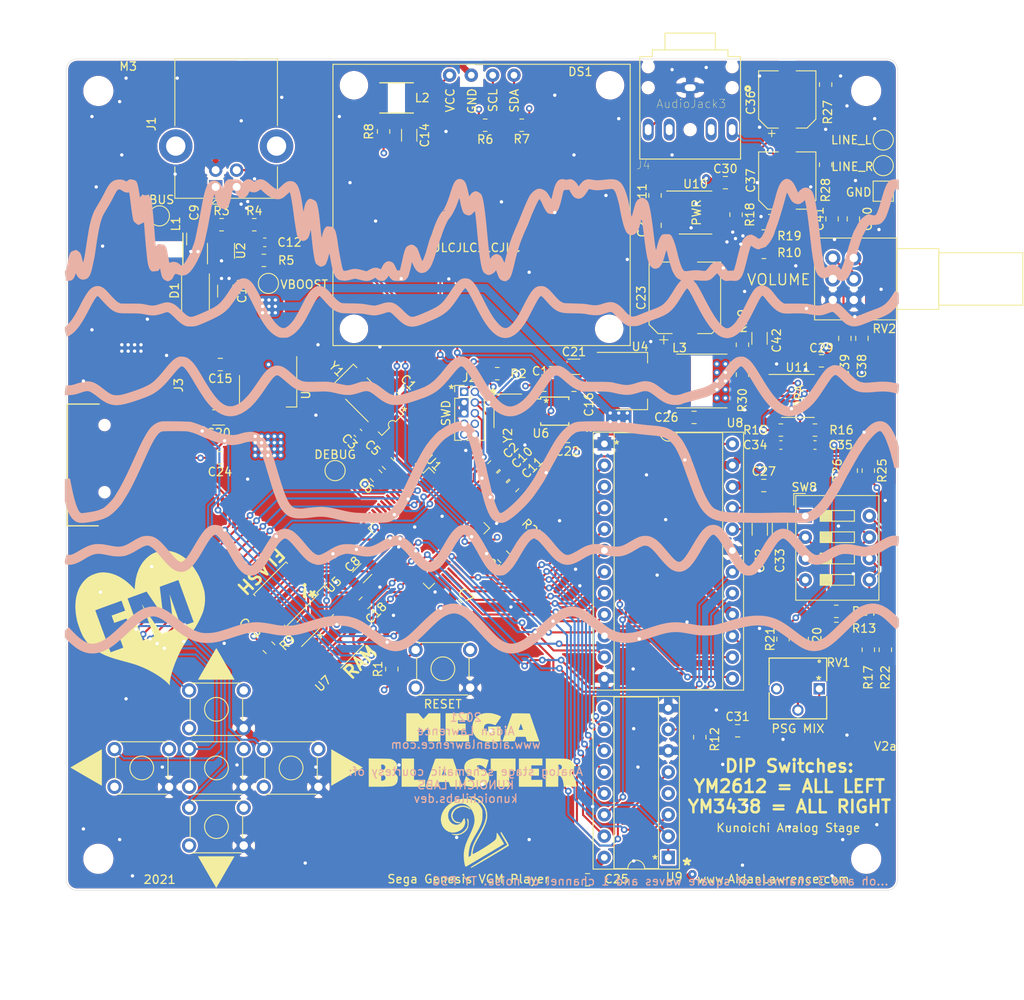
<source format=kicad_pcb>
(kicad_pcb (version 20171130) (host pcbnew "(5.1.8)-1")
  (layers (0 F.Cu signal) (1 In1.Cu signal) (2 In2.Cu signal) (31 B.Cu signal) (34 B.Paste user) (35 F.Paste user) (36 B.SilkS user) (37 F.SilkS user) (38 B.Mask user) (39 F.Mask user) (44 Edge.Cuts user))
  (net 0 "")
  (net 1 "Net-(C1-Pad1)")
  (net 2 GND)
  (net 3 +3V3)
  (net 4 "Net-(C3-Pad1)")
  (net 5 VBUS)
  (net 6 VCC)
  (net 7 "Net-(C12-Pad2)")
  (net 8 VBOOST)
  (net 9 +5V)
  (net 10 +5VA)
  (net 11 "Net-(C28-Pad1)")
  (net 12 "Net-(C31-Pad2)")
  (net 13 PSG_OUT)
  (net 14 BPR)
  (net 15 MOR)
  (net 16 MOL)
  (net 17 BPL)
  (net 18 SELECT_L)
  (net 19 "Net-(C34-Pad1)")
  (net 20 "Net-(C35-Pad1)")
  (net 21 SELECT_R)
  (net 22 "Net-(C36-Pad1)")
  (net 23 "Net-(C36-Pad2)")
  (net 24 "Net-(C37-Pad2)")
  (net 25 "Net-(C37-Pad1)")
  (net 26 "Net-(C38-Pad1)")
  (net 27 "Net-(C39-Pad1)")
  (net 28 "Net-(C40-Pad2)")
  (net 29 LINE_L)
  (net 30 LINE_R)
  (net 31 "Net-(C41-Pad2)")
  (net 32 +2V5)
  (net 33 "Net-(D1-Pad2)")
  (net 34 NEOPIX)
  (net 35 SDA)
  (net 36 SCL)
  (net 37 D-)
  (net 38 D+)
  (net 39 SWDIO)
  (net 40 SWCLK)
  (net 41 SWO)
  (net 42 "Net-(J2-Pad7)")
  (net 43 "Net-(J2-Pad8)")
  (net 44 "Net-(J2-Pad9)")
  (net 45 RESET)
  (net 46 "Net-(J3-Pad8)")
  (net 47 MISO)
  (net 48 SCK)
  (net 49 MOSI)
  (net 50 SS)
  (net 51 "Net-(J3-Pad1)")
  (net 52 "Net-(L2-Pad2)")
  (net 53 FLASH_CS)
  (net 54 "Net-(R10-Pad2)")
  (net 55 "Net-(R13-Pad1)")
  (net 56 "Net-(R14-Pad1)")
  (net 57 "Net-(R17-Pad2)")
  (net 58 "Net-(R18-Pad2)")
  (net 59 "Net-(R20-Pad2)")
  (net 60 "Net-(R22-Pad2)")
  (net 61 "Net-(SW2-Pad2)")
  (net 62 "Net-(SW2-Pad3)")
  (net 63 "Net-(SW3-Pad3)")
  (net 64 "Net-(SW3-Pad2)")
  (net 65 PREV_BTN)
  (net 66 RND_BTN)
  (net 67 "Net-(SW4-Pad2)")
  (net 68 "Net-(SW4-Pad3)")
  (net 69 "Net-(SW5-Pad3)")
  (net 70 "Net-(SW5-Pad2)")
  (net 71 NEXT_BTN)
  (net 72 OPT_BTN)
  (net 73 "Net-(SW6-Pad2)")
  (net 74 "Net-(SW6-Pad3)")
  (net 75 "Net-(SW7-Pad3)")
  (net 76 "Net-(SW7-Pad2)")
  (net 77 SELECT_BTN)
  (net 78 "Net-(TP1-Pad1)")
  (net 79 DAC0)
  (net 80 RXLED)
  (net 81 USB_HOSTEN)
  (net 82 "Net-(U1-Pad13)")
  (net 83 DAC1)
  (net 84 "Net-(U1-Pad15)")
  (net 85 FLASH_IO0)
  (net 86 FLASH_IO1)
  (net 87 FLASH_IO2)
  (net 88 FLASH_IO3)
  (net 89 FLASH_SCK)
  (net 90 YM_IC)
  (net 91 YM_A0)
  (net 92 YM_A1)
  (net 93 YM_WR)
  (net 94 D0)
  (net 95 D1)
  (net 96 D2)
  (net 97 D3)
  (net 98 YM_CS)
  (net 99 D4)
  (net 100 D5)
  (net 101 D6)
  (net 102 D7)
  (net 103 TXLED)
  (net 104 "Net-(U1-Pad55)")
  (net 105 RAM_CS)
  (net 106 "Net-(U6-Pad2)")
  (net 107 "Net-(U6-Pad3)")
  (net 108 "Net-(U6-Pad6)")
  (net 109 PSG_CLK)
  (net 110 YM_CLK)
  (net 111 "Net-(U7-Pad3)")
  (net 112 "Net-(U8-Pad10)")
  (net 113 "Net-(U9-Pad9)")
  (net 114 "Net-(U9-Pad4)")
  (net 115 PSG_WE)
  (net 116 "Net-(RV1-Pad3)")
  (net 117 "Net-(C14-Pad2)")
  (net 118 "Net-(U1-Pad60)")
  (net 119 "Net-(R3-Pad2)")
  (net 120 YM_IRQ)
  (module custom_oled:oled_128x64 (layer F.Cu) (at 115.57 42.545)
    (fp_text reference DS1 (at 29.464 0.889) (layer F.SilkS))
    (fp_text value 128x64_I2C_OLED)
    (fp_text user VCC (at 13.96 4.29 270) (layer F.SilkS))
    (fp_text user GND (at 16.57 4.38 90) (layer F.SilkS))
    (fp_text user SCL (at 19.06 4.31 90) (layer F.SilkS))
    (fp_text user SDA (at 21.6 4.34 90) (layer F.SilkS))
    (pad "" np_thru_hole circle (at 2.5 2.5) (size 3 3) (drill 3) (layers *.Cu *.Mask))
    (pad "" np_thru_hole circle (at 2.5 31.5) (size 3 3) (drill 3) (layers *.Cu *.Mask))
    (pad "" np_thru_hole circle (at 33 2.5) (size 3 3) (drill 3) (layers *.Cu *.Mask))
    (pad "" np_thru_hole circle (at 32.9 31.5) (size 3 3) (drill 3) (layers *.Cu *.Mask))
    (pad 1 thru_hole circle (at 13.89 1.3) (size 1.6 1.6) (drill 0.8) (layers *.Cu *.Mask) (net 117 "Net-(C14-Pad2)"))
    (pad 2 thru_hole circle (at 16.48 1.3) (size 1.6 1.6) (drill 0.8) (layers *.Cu *.Mask) (net 2 GND))
    (pad 3 thru_hole circle (at 19.02 1.3) (size 1.6 1.6) (drill 0.8) (layers *.Cu *.Mask) (net 36 SCL))
    (pad 4 thru_hole circle (at 21.56 1.3) (size 1.6 1.6) (drill 0.8) (layers *.Cu *.Mask) (net 35 SDA))
  )
  (module Art:FM_2 (layer B.Cu) (at 133.2865 98.9965)
    (fp_text reference G*** hide)
    (fp_text value LOGO hide)
  )
  (module Art:FM_1 (layer B.Cu) (at 133.2865 70.358)
    (fp_text reference G*** hide)
    (fp_text value LOGO hide)
  )
  (module Art:triangle (layer F.Cu) (at 86.17 126.29 90)
    (fp_text reference G*** hide)
    (fp_text value LOGO hide)
  )
  (module Art:triangle (layer F.Cu) (at 117.25 126.29 270)
    (fp_text reference G*** hide)
    (fp_text value LOGO hide)
  )
  (module Art:triangle (layer F.Cu) (at 101.67 138.75 180)
    (fp_text reference G*** hide)
    (fp_text value LOGO hide)
  )
  (module Art:triangle (layer F.Cu) (at 101.68 113.94)
    (fp_text reference G*** hide)
    (fp_text value LOGO hide)
  )
  (module Resistor_SMD:R_0805_2012Metric (layer F.Cu) (at 138.176 99.1235 315)
    (fp_text reference R23 (at 0 -1.65 135) (layer F.SilkS))
    (fp_text value 10K)
    (pad 2 smd roundrect (at 0.9125 0 315) (size 1.025 1.4) (layers F.Cu F.Paste F.Mask) (roundrect_rratio 0.2439004878048781) (net 120 YM_IRQ))
    (pad 1 smd roundrect (at -0.9125 0 315) (size 1.025 1.4) (layers F.Cu F.Paste F.Mask) (roundrect_rratio 0.2439004878048781) (net 3 +3V3))
  )
  (module Art:logo_2 (layer F.Cu) (at 93.472 109.22 20)
    (fp_text reference G*** hide)
    (fp_text value LOGO hide)
  )
  (module Art:logo1 (layer F.Cu) (at 132.08 127.508)
    (fp_text reference G*** hide)
    (fp_text value LOGO hide)
  )
  (module bourns:3362P-1-103LF (layer F.Cu) (at 168.402 116.84 180)
    (fp_text reference RV1 (at -7.366 3.048) (layer F.SilkS))
    (fp_text value 100K hide)
    (fp_text user * (at -5.0165 0.889) (layer F.SilkS))
    (pad 1 thru_hole rect (at -5.08 -0.0762 180) (size 1.3462 1.3462) (drill 0.8382) (layers *.Cu *.Mask) (net 12 "Net-(C31-Pad2)"))
    (pad 2 thru_hole circle (at -2.54 -2.6162 180) (size 1.3462 1.3462) (drill 0.8382) (layers *.Cu *.Mask) (net 59 "Net-(R20-Pad2)"))
    (pad 3 thru_hole circle (at 0 -0.0762 180) (size 1.3462 1.3462) (drill 0.8382) (layers *.Cu *.Mask) (net 116 "Net-(RV1-Pad3)"))
  )
  (module Package_QFP:TQFP-64_10x10mm_P0.5mm (layer F.Cu) (at 127 97.79 315)
    (fp_text reference U1 (at -5.119453 -5.897271 135) (layer F.SilkS))
    (fp_text value ATSAMD51J19A-A)
    (pad 1 smd roundrect (at -5.6625 -3.75 315) (size 1.475 0.3) (layers F.Cu F.Paste F.Mask) (net 1 "Net-(C1-Pad1)"))
    (pad 2 smd roundrect (at -5.6625 -3.25 315) (size 1.475 0.3) (layers F.Cu F.Paste F.Mask) (net 4 "Net-(C3-Pad1)"))
    (pad 3 smd roundrect (at -5.6625 -2.75 315) (size 1.475 0.3) (layers F.Cu F.Paste F.Mask) (net 79 DAC0))
    (pad 4 smd roundrect (at -5.6625 -2.25 315) (size 1.475 0.3) (layers F.Cu F.Paste F.Mask) (net 3 +3V3))
    (pad 5 smd roundrect (at -5.6625 -1.75 315) (size 1.475 0.3) (layers F.Cu F.Paste F.Mask) (net 71 NEXT_BTN))
    (pad 6 smd roundrect (at -5.6625 -1.25 315) (size 1.475 0.3) (layers F.Cu F.Paste F.Mask) (net 72 OPT_BTN))
    (pad 7 smd roundrect (at -5.6625 -0.75 315) (size 1.475 0.3) (layers F.Cu F.Paste F.Mask) (net 2 GND))
    (pad 8 smd roundrect (at -5.6625 -0.25 315) (size 1.475 0.3) (layers F.Cu F.Paste F.Mask) (net 3 +3V3))
    (pad 9 smd roundrect (at -5.6625 0.25 315) (size 1.475 0.3) (layers F.Cu F.Paste F.Mask) (net 80 RXLED))
    (pad 10 smd roundrect (at -5.6625 0.75 315) (size 1.475 0.3) (layers F.Cu F.Paste F.Mask) (net 81 USB_HOSTEN))
    (pad 11 smd roundrect (at -5.6625 1.25 315) (size 1.475 0.3) (layers F.Cu F.Paste F.Mask) (net 78 "Net-(TP1-Pad1)"))
    (pad 12 smd roundrect (at -5.6625 1.75 315) (size 1.475 0.3) (layers F.Cu F.Paste F.Mask) (net 77 SELECT_BTN))
    (pad 13 smd roundrect (at -5.6625 2.25 315) (size 1.475 0.3) (layers F.Cu F.Paste F.Mask) (net 82 "Net-(U1-Pad13)"))
    (pad 14 smd roundrect (at -5.6625 2.75 315) (size 1.475 0.3) (layers F.Cu F.Paste F.Mask) (net 83 DAC1))
    (pad 15 smd roundrect (at -5.6625 3.25 315) (size 1.475 0.3) (layers F.Cu F.Paste F.Mask) (net 84 "Net-(U1-Pad15)"))
    (pad 16 smd roundrect (at -5.6625 3.75 315) (size 1.475 0.3) (layers F.Cu F.Paste F.Mask) (net 105 RAM_CS))
    (pad 17 smd roundrect (at -3.75 5.6625 315) (size 0.3 1.475) (layers F.Cu F.Paste F.Mask) (net 85 FLASH_IO0))
    (pad 18 smd roundrect (at -3.25 5.6625 315) (size 0.3 1.475) (layers F.Cu F.Paste F.Mask) (net 86 FLASH_IO1))
    (pad 19 smd roundrect (at -2.75 5.6625 315) (size 0.3 1.475) (layers F.Cu F.Paste F.Mask) (net 87 FLASH_IO2))
    (pad 20 smd roundrect (at -2.25 5.6625 315) (size 0.3 1.475) (layers F.Cu F.Paste F.Mask) (net 88 FLASH_IO3))
    (pad 21 smd roundrect (at -1.75 5.6625 315) (size 0.3 1.475) (layers F.Cu F.Paste F.Mask) (net 3 +3V3))
    (pad 22 smd roundrect (at -1.25 5.6625 315) (size 0.3 1.475) (layers F.Cu F.Paste F.Mask) (net 2 GND))
    (pad 23 smd roundrect (at -0.75 5.6625 315) (size 0.3 1.475) (layers F.Cu F.Paste F.Mask) (net 89 FLASH_SCK))
    (pad 24 smd roundrect (at -0.25 5.6625 315) (size 0.3 1.475) (layers F.Cu F.Paste F.Mask) (net 53 FLASH_CS))
    (pad 25 smd roundrect (at 0.25 5.6625 315) (size 0.3 1.475) (layers F.Cu F.Paste F.Mask) (net 90 YM_IC))
    (pad 26 smd roundrect (at 0.75 5.6625 315) (size 0.3 1.475) (layers F.Cu F.Paste F.Mask) (net 91 YM_A0))
    (pad 27 smd roundrect (at 1.25 5.6625 315) (size 0.3 1.475) (layers F.Cu F.Paste F.Mask) (net 92 YM_A1))
    (pad 28 smd roundrect (at 1.75 5.6625 315) (size 0.3 1.475) (layers F.Cu F.Paste F.Mask) (net 93 YM_WR))
    (pad 29 smd roundrect (at 2.25 5.6625 315) (size 0.3 1.475) (layers F.Cu F.Paste F.Mask) (net 49 MOSI))
    (pad 30 smd roundrect (at 2.75 5.6625 315) (size 0.3 1.475) (layers F.Cu F.Paste F.Mask) (net 48 SCK))
    (pad 31 smd roundrect (at 3.25 5.6625 315) (size 0.3 1.475) (layers F.Cu F.Paste F.Mask) (net 47 MISO))
    (pad 32 smd roundrect (at 3.75 5.6625 315) (size 0.3 1.475) (layers F.Cu F.Paste F.Mask) (net 50 SS))
    (pad 33 smd roundrect (at 5.6625 3.75 315) (size 1.475 0.3) (layers F.Cu F.Paste F.Mask) (net 2 GND))
    (pad 34 smd roundrect (at 5.6625 3.25 315) (size 1.475 0.3) (layers F.Cu F.Paste F.Mask) (net 3 +3V3))
    (pad 35 smd roundrect (at 5.6625 2.75 315) (size 1.475 0.3) (layers F.Cu F.Paste F.Mask) (net 102 D7))
    (pad 36 smd roundrect (at 5.6625 2.25 315) (size 1.475 0.3) (layers F.Cu F.Paste F.Mask) (net 101 D6))
    (pad 37 smd roundrect (at 5.6625 1.75 315) (size 1.475 0.3) (layers F.Cu F.Paste F.Mask) (net 100 D5))
    (pad 38 smd roundrect (at 5.6625 1.25 315) (size 1.475 0.3) (layers F.Cu F.Paste F.Mask) (net 99 D4))
    (pad 39 smd roundrect (at 5.6625 0.75 315) (size 1.475 0.3) (layers F.Cu F.Paste F.Mask) (net 98 YM_CS))
    (pad 40 smd roundrect (at 5.6625 0.25 315) (size 1.475 0.3) (layers F.Cu F.Paste F.Mask) (net 115 PSG_WE))
    (pad 41 smd roundrect (at 5.6625 -0.25 315) (size 1.475 0.3) (layers F.Cu F.Paste F.Mask) (net 97 D3))
    (pad 42 smd roundrect (at 5.6625 -0.75 315) (size 1.475 0.3) (layers F.Cu F.Paste F.Mask) (net 96 D2))
    (pad 43 smd roundrect (at 5.6625 -1.25 315) (size 1.475 0.3) (layers F.Cu F.Paste F.Mask) (net 95 D1))
    (pad 44 smd roundrect (at 5.6625 -1.75 315) (size 1.475 0.3) (layers F.Cu F.Paste F.Mask) (net 94 D0))
    (pad 45 smd roundrect (at 5.6625 -2.25 315) (size 1.475 0.3) (layers F.Cu F.Paste F.Mask) (net 37 D-))
    (pad 46 smd roundrect (at 5.6625 -2.75 315) (size 1.475 0.3) (layers F.Cu F.Paste F.Mask) (net 38 D+))
    (pad 47 smd roundrect (at 5.6625 -3.25 315) (size 1.475 0.3) (layers F.Cu F.Paste F.Mask) (net 2 GND))
    (pad 48 smd roundrect (at 5.6625 -3.75 315) (size 1.475 0.3) (layers F.Cu F.Paste F.Mask) (net 3 +3V3))
    (pad 49 smd roundrect (at 3.75 -5.6625 315) (size 0.3 1.475) (layers F.Cu F.Paste F.Mask) (net 34 NEOPIX))
    (pad 50 smd roundrect (at 3.25 -5.6625 315) (size 0.3 1.475) (layers F.Cu F.Paste F.Mask) (net 120 YM_IRQ))
    (pad 51 smd roundrect (at 2.75 -5.6625 315) (size 0.3 1.475) (layers F.Cu F.Paste F.Mask) (net 103 TXLED))
    (pad 52 smd roundrect (at 2.25 -5.6625 315) (size 0.3 1.475) (layers F.Cu F.Paste F.Mask) (net 45 RESET))
    (pad 53 smd roundrect (at 1.75 -5.6625 315) (size 0.3 1.475) (layers F.Cu F.Paste F.Mask) (net 6 VCC))
    (pad 54 smd roundrect (at 1.25 -5.6625 315) (size 0.3 1.475) (layers F.Cu F.Paste F.Mask) (net 2 GND))
    (pad 55 smd roundrect (at 0.75 -5.6625 315) (size 0.3 1.475) (layers F.Cu F.Paste F.Mask) (net 104 "Net-(U1-Pad55)"))
    (pad 56 smd roundrect (at 0.25 -5.6625 315) (size 0.3 1.475) (layers F.Cu F.Paste F.Mask) (net 3 +3V3))
    (pad 57 smd roundrect (at -0.25 -5.6625 315) (size 0.3 1.475) (layers F.Cu F.Paste F.Mask) (net 40 SWCLK))
    (pad 58 smd roundrect (at -0.75 -5.6625 315) (size 0.3 1.475) (layers F.Cu F.Paste F.Mask) (net 39 SWDIO))
    (pad 59 smd roundrect (at -1.25 -5.6625 315) (size 0.3 1.475) (layers F.Cu F.Paste F.Mask) (net 41 SWO))
    (pad 60 smd roundrect (at -1.75 -5.6625 315) (size 0.3 1.475) (layers F.Cu F.Paste F.Mask) (net 118 "Net-(U1-Pad60)"))
    (pad 61 smd roundrect (at -2.25 -5.6625 315) (size 0.3 1.475) (layers F.Cu F.Paste F.Mask) (net 65 PREV_BTN))
    (pad 62 smd roundrect (at -2.75 -5.6625 315) (size 0.3 1.475) (layers F.Cu F.Paste F.Mask) (net 66 RND_BTN))
    (pad 63 smd roundrect (at -3.25 -5.6625 315) (size 0.3 1.475) (layers F.Cu F.Paste F.Mask) (net 35 SDA))
    (pad 64 smd roundrect (at -3.75 -5.6625 315) (size 0.3 1.475) (layers F.Cu F.Paste F.Mask) (net 36 SCL))
  )
  (module Connector_USB:USB_B_Lumberg_2411_02_Horizontal (layer F.Cu) (at 101.6 57.15 90)
    (fp_text reference J1 (at 7.5 -7.65 90) (layer F.SilkS))
    (fp_text value USB_B)
    (pad 1 thru_hole rect (at 0 0 180) (size 1.6 1.6) (drill 0.95) (layers *.Cu *.Mask) (net 5 VBUS))
    (pad 2 thru_hole circle (at 0 2.5 180) (size 1.6 1.6) (drill 0.95) (layers *.Cu *.Mask) (net 37 D-))
    (pad 3 thru_hole circle (at 2 2.5 180) (size 1.6 1.6) (drill 0.95) (layers *.Cu *.Mask) (net 38 D+))
    (pad 4 thru_hole circle (at 2 0 180) (size 1.6 1.6) (drill 0.95) (layers *.Cu *.Mask) (net 2 GND))
    (pad "" thru_hole circle (at 4.86 7.25 180) (size 4 4) (drill 2.3) (layers *.Cu *.Mask))
    (pad "" thru_hole circle (at 4.86 -4.75 180) (size 4 4) (drill 2.3) (layers *.Cu *.Mask))
  )
  (module TestPoint:TestPoint_Pad_2.0x2.0mm (layer F.Cu) (at 181.102 57.658)
    (fp_text reference TP6 hide)
    (fp_text value TestPoint)
    (pad 1 smd rect (at 0 0) (size 2 2) (layers F.Cu F.Mask) (net 2 GND))
  )
  (module MountingHole:MountingHole_3.2mm_M3 (layer F.Cu) (at 179.07 137.16)
    (fp_text reference H4 hide)
    (fp_text value MountingHole)
    (pad 1 np_thru_hole circle (at 0 0) (size 3.2 3.2) (drill 3.2) (layers *.Cu *.Mask))
  )
  (module MountingHole:MountingHole_3.2mm_M3 (layer F.Cu) (at 87.63 137.16)
    (fp_text reference H3 hide)
    (fp_text value MountingHole)
    (pad 1 np_thru_hole circle (at 0 0) (size 3.2 3.2) (drill 3.2) (layers *.Cu *.Mask))
  )
  (module MountingHole:MountingHole_3.2mm_M3 (layer F.Cu) (at 179.07 45.72)
    (fp_text reference H2 hide)
    (fp_text value MountingHole)
    (pad 1 np_thru_hole circle (at 0 0) (size 3.2 3.2) (drill 3.2) (layers *.Cu *.Mask))
  )
  (module MountingHole:MountingHole_3.2mm_M3 (layer F.Cu) (at 87.63 45.72)
    (fp_text reference H1 hide)
    (fp_text value MountingHole)
    (pad 1 np_thru_hole circle (at 0 0) (size 3.2 3.2) (drill 3.2) (layers *.Cu *.Mask))
  )
  (module customMicroSD:SOFNG_TF_15x15_PUSH_PUSH (layer F.Cu) (at 98.425 92.71 90)
    (fp_text reference J3 (at 11.9507 -1.2319 90) (layer F.SilkS))
    (fp_text value Micro_SD_Card)
    (pad "" np_thru_hole circle (at -0.8 -10.055 90) (size 1.1 1.1) (drill 1.1) (layers *.Cu *.Mask))
    (pad "" np_thru_hole circle (at 7.2 -10.055 90) (size 1.1 1.1) (drill 1.1) (layers *.Cu *.Mask))
    (pad "" smd rect (at 10.251 -9.799 90) (size 1.4 2.2) (layers F.Cu F.Paste F.Mask))
    (pad "" smd rect (at -5.499 -9.601 90) (size 1.4 2.2) (layers F.Cu F.Paste F.Mask))
    (pad "" smd rect (at -4.498 -0.5 90) (size 1.8 1.4) (layers F.Cu F.Paste F.Mask))
    (pad "" smd rect (at 10.05 -0.5 90) (size 1.6 1.4) (layers F.Cu F.Paste F.Mask))
    (pad 9 smd rect (at 8.8 0.06 90) (size 0.7 1.4) (layers F.Cu F.Paste F.Mask) (net 2 GND))
    (pad 8 smd rect (at 7.7 0.06 90) (size 0.7 1.4) (layers F.Cu F.Paste F.Mask) (net 46 "Net-(J3-Pad8)"))
    (pad 7 smd rect (at 6.6 0.06 90) (size 0.7 1.4) (layers F.Cu F.Paste F.Mask) (net 47 MISO))
    (pad 6 smd rect (at 5.5 0.06 90) (size 0.7 1.4) (layers F.Cu F.Paste F.Mask) (net 2 GND))
    (pad 5 smd rect (at 4.4 0.06 90) (size 0.7 1.4) (layers F.Cu F.Paste F.Mask) (net 48 SCK))
    (pad 4 smd rect (at 3.3 0.06 90) (size 0.7 1.4) (layers F.Cu F.Paste F.Mask) (net 3 +3V3))
    (pad 3 smd rect (at 2.2 0.06 90) (size 0.7 1.4) (layers F.Cu F.Paste F.Mask) (net 49 MOSI))
    (pad 2 smd rect (at 1.1 0.06 90) (size 0.7 1.4) (layers F.Cu F.Paste F.Mask) (net 50 SS))
    (pad 1 smd rect (at 0 0.06 90) (size 0.7 1.4) (layers F.Cu F.Paste F.Mask) (net 51 "Net-(J3-Pad1)"))
  )
  (module Capacitor_SMD:C_0603_1608Metric (layer F.Cu) (at 123.651992 81.351992 135)
    (fp_text reference C1 (at 0.035355 1.308148 135) (layer F.SilkS))
    (fp_text value 22pF)
    (pad 1 smd roundrect (at -0.775 0 135) (size 0.9 0.95) (layers F.Cu F.Paste F.Mask) (net 1 "Net-(C1-Pad1)"))
    (pad 2 smd roundrect (at 0.775 0 135) (size 0.9 0.95) (layers F.Cu F.Paste F.Mask) (net 2 GND))
  )
  (module Capacitor_SMD:C_0805_2012Metric (layer F.Cu) (at 134.7 90.45 45)
    (fp_text reference C2 (at 2.793072 0.106066 45) (layer F.SilkS))
    (fp_text value 100nF)
    (pad 2 smd roundrect (at 0.95 0 45) (size 1 1.45) (layers F.Cu F.Paste F.Mask) (net 2 GND))
    (pad 1 smd roundrect (at -0.95 0 45) (size 1 1.45) (layers F.Cu F.Paste F.Mask) (net 3 +3V3))
  )
  (module Capacitor_SMD:C_0603_1608Metric (layer F.Cu) (at 118.55 86.45 135)
    (fp_text reference C3 (at 0 -1.43 135) (layer F.SilkS))
    (fp_text value 22pF)
    (pad 1 smd roundrect (at -0.775 0 135) (size 0.9 0.95) (layers F.Cu F.Paste F.Mask) (net 4 "Net-(C3-Pad1)"))
    (pad 2 smd roundrect (at 0.775 0 135) (size 0.9 0.95) (layers F.Cu F.Paste F.Mask) (net 2 GND))
  )
  (module Capacitor_SMD:C_0805_2012Metric (layer F.Cu) (at 135.9 101.2 315)
    (fp_text reference C4 (at -0.106066 1.59099 135) (layer F.SilkS))
    (fp_text value 100nF)
    (pad 2 smd roundrect (at 0.95 0 315) (size 1 1.45) (layers F.Cu F.Paste F.Mask) (net 2 GND))
    (pad 1 smd roundrect (at -0.95 0 315) (size 1 1.45) (layers F.Cu F.Paste F.Mask) (net 3 +3V3))
  )
  (module Capacitor_SMD:C_0805_2012Metric (layer F.Cu) (at 122.15 90.1 135)
    (fp_text reference C5 (at 2.65165 0.035355 135) (layer F.SilkS))
    (fp_text value 100nF)
    (pad 2 smd roundrect (at 0.95 0 135) (size 1 1.45) (layers F.Cu F.Paste F.Mask) (net 2 GND))
    (pad 1 smd roundrect (at -0.95 0 135) (size 1 1.45) (layers F.Cu F.Paste F.Mask) (net 3 +3V3))
  )
  (module Capacitor_SMD:C_0805_2012Metric (layer F.Cu) (at 120.71 91.54 135)
    (fp_text reference C6 (at 0 -1.68 135) (layer F.SilkS))
    (fp_text value 100nF)
    (pad 2 smd roundrect (at 0.95 0 135) (size 1 1.45) (layers F.Cu F.Paste F.Mask) (net 2 GND))
    (pad 1 smd roundrect (at -0.95 0 135) (size 1 1.45) (layers F.Cu F.Paste F.Mask) (net 3 +3V3))
  )
  (module Capacitor_SMD:C_0805_2012Metric (layer F.Cu) (at 130.2 107 315)
    (fp_text reference C7 (at 0 -1.68 135) (layer F.SilkS))
    (fp_text value 100nF)
    (pad 1 smd roundrect (at -0.95 0 315) (size 1 1.45) (layers F.Cu F.Paste F.Mask) (net 3 +3V3))
    (pad 2 smd roundrect (at 0.95 0 315) (size 1 1.45) (layers F.Cu F.Paste F.Mask) (net 2 GND))
  )
  (module Capacitor_SMD:C_1206_3216Metric (layer F.Cu) (at 119.05 103.15 225)
    (fp_text reference C8 (at 0.070711 1.555635 45) (layer F.SilkS))
    (fp_text value 10uF)
    (pad 2 smd roundrect (at 1.475 0 225) (size 1.15 1.8) (layers F.Cu F.Paste F.Mask) (roundrect_rratio 0.2173904347826087) (net 2 GND))
    (pad 1 smd roundrect (at -1.475 0 225) (size 1.15 1.8) (layers F.Cu F.Paste F.Mask) (roundrect_rratio 0.2173904347826087) (net 3 +3V3))
  )
  (module Capacitor_SMD:C_1206_3216Metric (layer F.Cu) (at 99.06 63.35 270)
    (fp_text reference C9 (at -3.15 0.01 90) (layer F.SilkS))
    (fp_text value 10uF)
    (pad 2 smd roundrect (at 1.475 0 270) (size 1.15 1.8) (layers F.Cu F.Paste F.Mask) (roundrect_rratio 0.2173904347826087) (net 2 GND))
    (pad 1 smd roundrect (at -1.475 0 270) (size 1.15 1.8) (layers F.Cu F.Paste F.Mask) (roundrect_rratio 0.2173904347826087) (net 5 VBUS))
  )
  (module Capacitor_SMD:C_0805_2012Metric (layer F.Cu) (at 135.85 91.6 45)
    (fp_text reference C10 (at 3.146625 0.035355 45) (layer F.SilkS))
    (fp_text value 4.7uF)
    (pad 1 smd roundrect (at -0.95 0 45) (size 1 1.45) (layers F.Cu F.Paste F.Mask) (net 6 VCC))
    (pad 2 smd roundrect (at 0.95 0 45) (size 1 1.45) (layers F.Cu F.Paste F.Mask) (net 2 GND))
  )
  (module Capacitor_SMD:C_0805_2012Metric (layer F.Cu) (at 137 92.75 45)
    (fp_text reference C11 (at 3.146625 0.106066 45) (layer F.SilkS))
    (fp_text value 100nF)
    (pad 1 smd roundrect (at -0.95 0 45) (size 1 1.45) (layers F.Cu F.Paste F.Mask) (net 6 VCC))
    (pad 2 smd roundrect (at 0.95 0 45) (size 1 1.45) (layers F.Cu F.Paste F.Mask) (net 2 GND))
  )
  (module Capacitor_SMD:C_0603_1608Metric (layer F.Cu) (at 107.45 63.75 180)
    (fp_text reference C12 (at -2.95 0) (layer F.SilkS))
    (fp_text value 220pF)
    (pad 2 smd roundrect (at 0.775 0 180) (size 0.9 0.95) (layers F.Cu F.Paste F.Mask) (net 7 "Net-(C12-Pad2)"))
    (pad 1 smd roundrect (at -0.775 0 180) (size 0.9 0.95) (layers F.Cu F.Paste F.Mask) (net 8 VBOOST))
  )
  (module Capacitor_SMD:C_1206_3216Metric (layer F.Cu) (at 102.75 69.55 90)
    (fp_text reference C13 (at 0 2 90) (layer F.SilkS))
    (fp_text value 10uF)
    (pad 2 smd roundrect (at 1.475 0 90) (size 1.15 1.8) (layers F.Cu F.Paste F.Mask) (roundrect_rratio 0.2173904347826087) (net 2 GND))
    (pad 1 smd roundrect (at -1.475 0 90) (size 1.15 1.8) (layers F.Cu F.Paste F.Mask) (roundrect_rratio 0.2173904347826087) (net 8 VBOOST))
  )
  (module Capacitor_SMD:C_1206_3216Metric (layer F.Cu) (at 124.65 51 90)
    (fp_text reference C14 (at 0 1.85 90) (layer F.SilkS))
    (fp_text value 10uF)
    (pad 1 smd roundrect (at -1.475 0 90) (size 1.15 1.8) (layers F.Cu F.Paste F.Mask) (roundrect_rratio 0.2173904347826087) (net 2 GND))
    (pad 2 smd roundrect (at 1.475 0 90) (size 1.15 1.8) (layers F.Cu F.Paste F.Mask) (roundrect_rratio 0.2173904347826087) (net 117 "Net-(C14-Pad2)"))
  )
  (module Capacitor_SMD:C_0805_2012Metric (layer F.Cu) (at 102.15 78.3 180)
    (fp_text reference C15 (at 0 -1.68) (layer F.SilkS))
    (fp_text value 100nF)
    (pad 1 smd roundrect (at -0.95 0 180) (size 1 1.45) (layers F.Cu F.Paste F.Mask) (net 8 VBOOST))
    (pad 2 smd roundrect (at 0.95 0 180) (size 1 1.45) (layers F.Cu F.Paste F.Mask) (net 2 GND))
  )
  (module Capacitor_SMD:C_0805_2012Metric (layer F.Cu) (at 144.272 80.772 180)
    (fp_text reference C16 (at -1.778 -2.286 90) (layer F.SilkS))
    (fp_text value 100nF)
    (pad 2 smd roundrect (at 0.95 0 180) (size 1 1.45) (layers F.Cu F.Paste F.Mask) (net 2 GND))
    (pad 1 smd roundrect (at -0.95 0 180) (size 1 1.45) (layers F.Cu F.Paste F.Mask) (net 8 VBOOST))
  )
  (module Capacitor_SMD:C_0805_2012Metric (layer F.Cu) (at 140.716 80.772)
    (fp_text reference C17 (at 0 -1.68) (layer F.SilkS))
    (fp_text value 0.47uF)
    (pad 1 smd roundrect (at -0.95 0) (size 1 1.45) (layers F.Cu F.Paste F.Mask) (net 3 +3V3))
    (pad 2 smd roundrect (at 0.95 0) (size 1 1.45) (layers F.Cu F.Paste F.Mask) (net 2 GND))
  )
  (module Capacitor_SMD:C_0805_2012Metric (layer F.Cu) (at 119.38 106.68 45)
    (fp_text reference C18 (at 0.089803 1.796051 45) (layer F.SilkS))
    (fp_text value 100nF)
    (pad 1 smd roundrect (at -0.95 0 45) (size 1 1.45) (layers F.Cu F.Paste F.Mask) (net 3 +3V3))
    (pad 2 smd roundrect (at 0.95 0 45) (size 1 1.45) (layers F.Cu F.Paste F.Mask) (net 2 GND))
  )
  (module Capacitor_SMD:C_0805_2012Metric (layer F.Cu) (at 107.95 112.014 315)
    (fp_text reference C19 (at -3.232892 0 135) (layer F.SilkS))
    (fp_text value 100nF)
    (pad 2 smd roundrect (at 0.95 0 315) (size 1 1.45) (layers F.Cu F.Paste F.Mask) (net 2 GND))
    (pad 1 smd roundrect (at -0.95 0 315) (size 1 1.45) (layers F.Cu F.Paste F.Mask) (net 3 +3V3))
  )
  (module Capacitor_SMD:C_1206_3216Metric (layer F.Cu) (at 101.95 84.6 180)
    (fp_text reference C20 (at 0 -1.85) (layer F.SilkS))
    (fp_text value 10uF)
    (pad 2 smd roundrect (at 1.475 0 180) (size 1.15 1.8) (layers F.Cu F.Paste F.Mask) (roundrect_rratio 0.2173904347826087) (net 2 GND))
    (pad 1 smd roundrect (at -1.475 0 180) (size 1.15 1.8) (layers F.Cu F.Paste F.Mask) (roundrect_rratio 0.2173904347826087) (net 3 +3V3))
  )
  (module Capacitor_SMD:C_1206_3216Metric (layer F.Cu) (at 144.27 78.57 180)
    (fp_text reference C21 (at 0 1.778) (layer F.SilkS))
    (fp_text value 10uF)
    (pad 1 smd roundrect (at -1.475 0 180) (size 1.15 1.8) (layers F.Cu F.Paste F.Mask) (roundrect_rratio 0.2173904347826087) (net 9 +5V))
    (pad 2 smd roundrect (at 1.475 0 180) (size 1.15 1.8) (layers F.Cu F.Paste F.Mask) (roundrect_rratio 0.2173904347826087) (net 2 GND))
  )
  (module Capacitor_SMD:C_0805_2012Metric (layer F.Cu) (at 143.51 86.868)
    (fp_text reference C22 (at 0 1.778) (layer F.SilkS))
    (fp_text value 0.47uF)
    (pad 2 smd roundrect (at 0.95 0) (size 1 1.45) (layers F.Cu F.Paste F.Mask) (net 3 +3V3))
    (pad 1 smd roundrect (at -0.95 0) (size 1 1.45) (layers F.Cu F.Paste F.Mask) (net 2 GND))
  )
  (module Capacitor_SMD:CP_Elec_8x10 (layer F.Cu) (at 157.48 70.358 90)
    (fp_text reference C23 (at 0 -5.2 90) (layer F.SilkS))
    (fp_text value 330uF)
    (pad 1 smd roundrect (at -3.25 0 90) (size 3.5 2.5) (layers F.Cu F.Paste F.Mask) (roundrect_rratio 0.1) (net 10 +5VA))
    (pad 2 smd roundrect (at 3.25 0 90) (size 3.5 2.5) (layers F.Cu F.Paste F.Mask) (roundrect_rratio 0.1) (net 2 GND))
  )
  (module Capacitor_SMD:C_0805_2012Metric (layer F.Cu) (at 102.108 89.408 180)
    (fp_text reference C24 (at 0 -1.68) (layer F.SilkS))
    (fp_text value 100nF)
    (pad 1 smd roundrect (at -0.95 0 180) (size 1 1.45) (layers F.Cu F.Paste F.Mask) (net 2 GND))
    (pad 2 smd roundrect (at 0.95 0 180) (size 1 1.45) (layers F.Cu F.Paste F.Mask) (net 3 +3V3))
  )
  (module Capacitor_SMD:C_0805_2012Metric (layer F.Cu) (at 145.89 139.66 180)
    (fp_text reference C25 (at -3.462 0.087) (layer F.SilkS))
    (fp_text value 100nF)
    (pad 2 smd roundrect (at 0.95 0 180) (size 1 1.45) (layers F.Cu F.Paste F.Mask) (net 2 GND))
    (pad 1 smd roundrect (at -0.95 0 180) (size 1 1.45) (layers F.Cu F.Paste F.Mask) (net 10 +5VA))
  )
  (module Capacitor_SMD:C_0805_2012Metric (layer F.Cu) (at 158.575 84.6 180)
    (fp_text reference C26 (at 3.302 0) (layer F.SilkS))
    (fp_text value 100nF)
    (pad 1 smd roundrect (at -0.95 0 180) (size 1 1.45) (layers F.Cu F.Paste F.Mask) (net 9 +5V))
    (pad 2 smd roundrect (at 0.95 0 180) (size 1 1.45) (layers F.Cu F.Paste F.Mask) (net 2 GND))
  )
  (module Capacitor_SMD:C_0805_2012Metric (layer F.Cu) (at 166.878 92.71)
    (fp_text reference C27 (at 0 -1.68) (layer F.SilkS))
    (fp_text value 100nF)
    (pad 2 smd roundrect (at 0.95 0) (size 1 1.45) (layers F.Cu F.Paste F.Mask) (net 2 GND))
    (pad 1 smd roundrect (at -0.95 0) (size 1 1.45) (layers F.Cu F.Paste F.Mask) (net 10 +5VA))
  )
  (module Capacitor_SMD:C_0805_2012Metric (layer F.Cu) (at 153.924 61.722 270)
    (fp_text reference C28 (at 0 1.524 90) (layer F.SilkS))
    (fp_text value 100nF)
    (pad 2 smd roundrect (at 0.95 0 270) (size 1 1.45) (layers F.Cu F.Paste F.Mask) (net 2 GND))
    (pad 1 smd roundrect (at -0.95 0 270) (size 1 1.45) (layers F.Cu F.Paste F.Mask) (net 11 "Net-(C28-Pad1)"))
  )
  (module Capacitor_SMD:C_0805_2012Metric (layer F.Cu) (at 173.74 77.86 180)
    (fp_text reference C29 (at 0 1.524) (layer F.SilkS))
    (fp_text value 100nF)
    (pad 1 smd roundrect (at -0.95 0 180) (size 1 1.45) (layers F.Cu F.Paste F.Mask) (net 10 +5VA))
    (pad 2 smd roundrect (at 0.95 0 180) (size 1 1.45) (layers F.Cu F.Paste F.Mask) (net 2 GND))
  )
  (module Capacitor_SMD:C_0805_2012Metric (layer F.Cu) (at 162.306 56.642)
    (fp_text reference C30 (at 0 -1.651) (layer F.SilkS))
    (fp_text value 100nF)
    (pad 1 smd roundrect (at -0.95 0) (size 1 1.45) (layers F.Cu F.Paste F.Mask) (net 10 +5VA))
    (pad 2 smd roundrect (at 0.95 0) (size 1 1.45) (layers F.Cu F.Paste F.Mask) (net 2 GND))
  )
  (module Capacitor_SMD:C_0805_2012Metric (layer F.Cu) (at 163.764 121.92)
    (fp_text reference C31 (at 0 -1.68) (layer F.SilkS))
    (fp_text value 1uF)
    (pad 2 smd roundrect (at 0.95 0) (size 1 1.45) (layers F.Cu F.Paste F.Mask) (net 12 "Net-(C31-Pad2)"))
    (pad 1 smd roundrect (at -0.95 0) (size 1 1.45) (layers F.Cu F.Paste F.Mask) (net 13 PSG_OUT))
  )
  (module Capacitor_SMD:C_1206_3216Metric (layer F.Cu) (at 166.4 97.925 270)
    (fp_text reference C32 (at 3.75 -0.025 90) (layer F.SilkS))
    (fp_text value 10uF)
    (pad 2 smd roundrect (at 1.475 0 270) (size 1.15 1.8) (layers F.Cu F.Paste F.Mask) (roundrect_rratio 0.2173904347826087) (net 17 BPL))
    (pad 1 smd roundrect (at -1.475 0 270) (size 1.15 1.8) (layers F.Cu F.Paste F.Mask) (roundrect_rratio 0.2173904347826087) (net 16 MOL))
  )
  (module Capacitor_SMD:C_1206_3216Metric (layer F.Cu) (at 168.8 97.9 90)
    (fp_text reference C33 (at -3.75 0 90) (layer F.SilkS))
    (fp_text value 10uF)
    (pad 1 smd roundrect (at -1.475 0 90) (size 1.15 1.8) (layers F.Cu F.Paste F.Mask) (roundrect_rratio 0.2173904347826087) (net 15 MOR))
    (pad 2 smd roundrect (at 1.475 0 90) (size 1.15 1.8) (layers F.Cu F.Paste F.Mask) (roundrect_rratio 0.2173904347826087) (net 14 BPR))
  )
  (module Capacitor_SMD:C_0603_1608Metric (layer F.Cu) (at 168.91 87.884 180)
    (fp_text reference C34 (at 3.048 0) (layer F.SilkS))
    (fp_text value 120pF)
    (pad 2 smd roundrect (at 0.775 0 180) (size 0.9 0.95) (layers F.Cu F.Paste F.Mask) (net 18 SELECT_L))
    (pad 1 smd roundrect (at -0.775 0 180) (size 0.9 0.95) (layers F.Cu F.Paste F.Mask) (net 19 "Net-(C34-Pad1)"))
  )
  (module Capacitor_SMD:C_0603_1608Metric (layer F.Cu) (at 172.974 87.884)
    (fp_text reference C35 (at 3.061 0) (layer F.SilkS))
    (fp_text value 120pF)
    (pad 1 smd roundrect (at -0.775 0) (size 0.9 0.95) (layers F.Cu F.Paste F.Mask) (net 20 "Net-(C35-Pad1)"))
    (pad 2 smd roundrect (at 0.775 0) (size 0.9 0.95) (layers F.Cu F.Paste F.Mask) (net 21 SELECT_R))
  )
  (module Capacitor_SMD:CP_Elec_6.3x7.7 (layer F.Cu) (at 169.672 46.736 90)
    (fp_text reference C36 (at -0.381 -4.35 90) (layer F.SilkS))
    (fp_text value 100uF)
    (pad 1 smd roundrect (at -2.7 0 90) (size 3.5 1.6) (layers F.Cu F.Paste F.Mask) (roundrect_rratio 0.15625) (net 22 "Net-(C36-Pad1)"))
    (pad 2 smd roundrect (at 2.7 0 90) (size 3.5 1.6) (layers F.Cu F.Paste F.Mask) (roundrect_rratio 0.15625) (net 23 "Net-(C36-Pad2)"))
  )
  (module Capacitor_SMD:CP_Elec_6.3x7.7 (layer F.Cu) (at 169.672 56.388 90)
    (fp_text reference C37 (at 0 -4.35 90) (layer F.SilkS))
    (fp_text value 100uF)
    (pad 2 smd roundrect (at 2.7 0 90) (size 3.5 1.6) (layers F.Cu F.Paste F.Mask) (roundrect_rratio 0.15625) (net 24 "Net-(C37-Pad2)"))
    (pad 1 smd roundrect (at -2.7 0 90) (size 3.5 1.6) (layers F.Cu F.Paste F.Mask) (roundrect_rratio 0.15625) (net 25 "Net-(C37-Pad1)"))
  )
  (module Capacitor_SMD:C_0805_2012Metric (layer F.Cu) (at 178.562 75.184 270)
    (fp_text reference C38 (at 3.302 0 90) (layer F.SilkS))
    (fp_text value 1uF)
    (pad 1 smd roundrect (at -0.95 0 270) (size 1 1.45) (layers F.Cu F.Paste F.Mask) (net 26 "Net-(C38-Pad1)"))
    (pad 2 smd roundrect (at 0.95 0 270) (size 1 1.45) (layers F.Cu F.Paste F.Mask) (net 19 "Net-(C34-Pad1)"))
  )
  (module Capacitor_SMD:C_0805_2012Metric (layer F.Cu) (at 176.53 75.184 270)
    (fp_text reference C39 (at 3.302 0 90) (layer F.SilkS))
    (fp_text value 1uF)
    (pad 1 smd roundrect (at -0.95 0 270) (size 1 1.45) (layers F.Cu F.Paste F.Mask) (net 27 "Net-(C39-Pad1)"))
    (pad 2 smd roundrect (at 0.95 0 270) (size 1 1.45) (layers F.Cu F.Paste F.Mask) (net 20 "Net-(C35-Pad1)"))
  )
  (module Capacitor_SMD:C_0805_2012Metric (layer F.Cu) (at 177.546 60.96 270)
    (fp_text reference C40 (at 0 -1.68 90) (layer F.SilkS))
    (fp_text value 1uF)
    (pad 2 smd roundrect (at 0.95 0 270) (size 1 1.45) (layers F.Cu F.Paste F.Mask) (net 28 "Net-(C40-Pad2)"))
    (pad 1 smd roundrect (at -0.95 0 270) (size 1 1.45) (layers F.Cu F.Paste F.Mask) (net 29 LINE_L))
  )
  (module Capacitor_SMD:C_0805_2012Metric (layer F.Cu) (at 175.006 60.96 270)
    (fp_text reference C41 (at 0 1.524 90) (layer F.SilkS))
    (fp_text value 1uF)
    (pad 1 smd roundrect (at -0.95 0 270) (size 1 1.45) (layers F.Cu F.Paste F.Mask) (net 30 LINE_R))
    (pad 2 smd roundrect (at 0.95 0 270) (size 1 1.45) (layers F.Cu F.Paste F.Mask) (net 31 "Net-(C41-Pad2)"))
  )
  (module Capacitor_SMD:C_1206_3216Metric (layer F.Cu) (at 166.37 75.184 90)
    (fp_text reference C42 (at -0.254 2.032 90) (layer F.SilkS))
    (fp_text value 10uF)
    (pad 1 smd roundrect (at -1.475 0 90) (size 1.15 1.8) (layers F.Cu F.Paste F.Mask) (roundrect_rratio 0.2173904347826087) (net 32 +2V5))
    (pad 2 smd roundrect (at 1.475 0 90) (size 1.15 1.8) (layers F.Cu F.Paste F.Mask) (roundrect_rratio 0.2173904347826087) (net 2 GND))
  )
  (module Diode_SMD:D_SMA (layer F.Cu) (at 99.2 69.5 90)
    (fp_text reference D1 (at 0 -2.5 90) (layer F.SilkS))
    (fp_text value SS34)
    (pad 1 smd rect (at -2 0 90) (size 2.5 1.8) (layers F.Cu F.Paste F.Mask) (net 8 VBOOST))
    (pad 2 smd rect (at 2 0 90) (size 2.5 1.8) (layers F.Cu F.Paste F.Mask) (net 33 "Net-(D1-Pad2)"))
  )
  (module Connector_PinHeader_1.27mm:PinHeader_2x05_P1.27mm_Vertical (layer F.Cu) (at 131.2 81.55)
    (fp_text reference J2 (at 0.635 -1.695) (layer F.SilkS))
    (fp_text value SWD)
    (pad 1 thru_hole rect (at 0 0) (size 1 1) (drill 0.65) (layers *.Cu *.Mask) (net 3 +3V3))
    (pad 2 thru_hole oval (at 1.27 0) (size 1 1) (drill 0.65) (layers *.Cu *.Mask) (net 39 SWDIO))
    (pad 3 thru_hole oval (at 0 1.27) (size 1 1) (drill 0.65) (layers *.Cu *.Mask) (net 2 GND))
    (pad 4 thru_hole oval (at 1.27 1.27) (size 1 1) (drill 0.65) (layers *.Cu *.Mask) (net 40 SWCLK))
    (pad 5 thru_hole oval (at 0 2.54) (size 1 1) (drill 0.65) (layers *.Cu *.Mask) (net 2 GND))
    (pad 6 thru_hole oval (at 1.27 2.54) (size 1 1) (drill 0.65) (layers *.Cu *.Mask) (net 41 SWO))
    (pad 7 thru_hole oval (at 0 3.81) (size 1 1) (drill 0.65) (layers *.Cu *.Mask) (net 42 "Net-(J2-Pad7)"))
    (pad 8 thru_hole oval (at 1.27 3.81) (size 1 1) (drill 0.65) (layers *.Cu *.Mask) (net 43 "Net-(J2-Pad8)"))
    (pad 9 thru_hole oval (at 0 5.08) (size 1 1) (drill 0.65) (layers *.Cu *.Mask) (net 44 "Net-(J2-Pad9)"))
    (pad 10 thru_hole oval (at 1.27 5.08) (size 1 1) (drill 0.65) (layers *.Cu *.Mask) (net 45 RESET))
  )
  (module "Boom Precision Elec PJ-307C:SWITCHCRAFT_35RAPC4BHN2" (layer F.Cu) (at 158.11 46.33 180)
    (fp_text reference J4 (at 5.583 -8.2165) (layer F.SilkS) (effects (font (size 1.00386 1.00386) (thickness 0.05))))
    (fp_text value AudioJack3 (at -0.132 -0.914) (layer F.SilkS) (effects (font (size 1.00249 1.00249) (thickness 0.05))))
    (pad T thru_hole oval (at 5 -4 270) (size 2.6 1.3) (drill oval 1.3 0.8) (layers *.Cu *.Mask) (net 23 "Net-(C36-Pad2)"))
    (pad R thru_hole oval (at -5 -4 270) (size 2.6 1.3) (drill oval 1.3 0.8) (layers *.Cu *.Mask) (net 24 "Net-(C37-Pad2)"))
    (pad 11 thru_hole oval (at -2.5 -4 270) (size 2.6 1.3) (drill oval 1.3 0.8) (layers *.Cu *.Mask))
    (pad 10 thru_hole oval (at 2.5 -4 270) (size 2.6 1.3) (drill oval 1.3 0.8) (layers *.Cu *.Mask))
    (pad S thru_hole oval (at 0 1) (size 2.6 1.3) (drill oval 1.3 0.8) (layers *.Cu *.Mask) (net 2 GND))
    (pad Hole np_thru_hole circle (at 0 -4 180) (size 1.2 1.2) (drill 1.2) (layers *.Cu *.Mask F.SilkS))
    (pad Hole np_thru_hole circle (at -5 1 180) (size 1.2 1.2) (drill 1.2) (layers *.Cu *.Mask F.SilkS))
    (pad Hole np_thru_hole circle (at -5 3.5 180) (size 1.2 1.2) (drill 1.2) (layers *.Cu *.Mask F.SilkS))
    (pad Hole np_thru_hole circle (at 5 1 180) (size 1.2 1.2) (drill 1.2) (layers *.Cu *.Mask F.SilkS))
    (pad Hole np_thru_hole circle (at 5 3.5 180) (size 1.2 1.2) (drill 1.2) (layers *.Cu *.Mask F.SilkS))
  )
  (module custom_inductors:L_4x4 (layer F.Cu) (at 95.9 66.15 90)
    (fp_text reference L1 (at 4.6 0.95 90) (layer F.SilkS))
    (fp_text value 10uH)
    (pad 2 smd rect (at 3.05 0 90) (size 0.95 3.3) (layers F.Cu F.Paste F.Mask) (net 5 VBUS))
    (pad 1 smd rect (at 0 0 90) (size 0.95 3.3) (layers F.Cu F.Paste F.Mask) (net 33 "Net-(D1-Pad2)"))
  )
  (module custom_inductors:L_4x4 (layer F.Cu) (at 124.65 46.55 180)
    (fp_text reference L2 (at -1.55 0) (layer F.SilkS))
    (fp_text value 10uH)
    (pad 1 smd rect (at 0 0 180) (size 0.95 3.3) (layers F.Cu F.Paste F.Mask) (net 117 "Net-(C14-Pad2)"))
    (pad 2 smd rect (at 3.05 0 180) (size 0.95 3.3) (layers F.Cu F.Paste F.Mask) (net 52 "Net-(L2-Pad2)"))
  )
  (module custom_inductors:6x6Inductor (layer F.Cu) (at 161.798 80.264 180)
    (fp_text reference L3 (at 4.959 3.945) (layer F.SilkS))
    (fp_text value 100uH)
    (pad 1 smd rect (at 0 0 180) (size 2 5.8) (layers F.Cu F.Paste F.Mask) (net 10 +5VA))
    (pad 2 smd rect (at 4.6 0 180) (size 2 5.8) (layers F.Cu F.Paste F.Mask) (net 9 +5V))
  )
  (module Resistor_SMD:R_0805_2012Metric (layer F.Cu) (at 122.58 114.57 90)
    (fp_text reference R1 (at 0 -1.65 90) (layer F.SilkS))
    (fp_text value 10K)
    (pad 2 smd roundrect (at 0.9125 0 90) (size 1.025 1.4) (layers F.Cu F.Paste F.Mask) (roundrect_rratio 0.2439004878048781) (net 45 RESET))
    (pad 1 smd roundrect (at -0.9125 0 90) (size 1.025 1.4) (layers F.Cu F.Paste F.Mask) (roundrect_rratio 0.2439004878048781) (net 3 +3V3))
  )
  (module Resistor_SMD:R_0805_2012Metric (layer F.Cu) (at 135.128 79.39)
    (fp_text reference R2 (at 2.54 0) (layer F.SilkS))
    (fp_text value 10K)
    (pad 2 smd roundrect (at 0.9125 0) (size 1.025 1.4) (layers F.Cu F.Paste F.Mask) (roundrect_rratio 0.2439004878048781) (net 40 SWCLK))
    (pad 1 smd roundrect (at -0.9125 0) (size 1.025 1.4) (layers F.Cu F.Paste F.Mask) (roundrect_rratio 0.2439004878048781) (net 3 +3V3))
  )
  (module Resistor_SMD:R_0805_2012Metric (layer F.Cu) (at 102.3 61.65)
    (fp_text reference R3 (at 0 -1.65) (layer F.SilkS))
    (fp_text value 51K)
    (pad 2 smd roundrect (at 0.9125 0) (size 1.025 1.4) (layers F.Cu F.Paste F.Mask) (roundrect_rratio 0.2439004878048781) (net 119 "Net-(R3-Pad2)"))
    (pad 1 smd roundrect (at -0.9125 0) (size 1.025 1.4) (layers F.Cu F.Paste F.Mask) (roundrect_rratio 0.2439004878048781) (net 5 VBUS))
  )
  (module Resistor_SMD:R_0805_2012Metric (layer F.Cu) (at 106.2 61.65)
    (fp_text reference R4 (at 0 -1.65) (layer F.SilkS))
    (fp_text value 12K)
    (pad 2 smd roundrect (at 0.9125 0) (size 1.025 1.4) (layers F.Cu F.Paste F.Mask) (roundrect_rratio 0.2439004878048781) (net 7 "Net-(C12-Pad2)"))
    (pad 1 smd roundrect (at -0.9125 0) (size 1.025 1.4) (layers F.Cu F.Paste F.Mask) (roundrect_rratio 0.2439004878048781) (net 2 GND))
  )
  (module Resistor_SMD:R_0805_2012Metric (layer F.Cu) (at 107.35 65.9 180)
    (fp_text reference R5 (at -2.65 0) (layer F.SilkS))
    (fp_text value 51K)
    (pad 1 smd roundrect (at -0.9125 0 180) (size 1.025 1.4) (layers F.Cu F.Paste F.Mask) (roundrect_rratio 0.2439004878048781) (net 8 VBOOST))
    (pad 2 smd roundrect (at 0.9125 0 180) (size 1.025 1.4) (layers F.Cu F.Paste F.Mask) (roundrect_rratio 0.2439004878048781) (net 7 "Net-(C12-Pad2)"))
  )
  (module Resistor_SMD:R_0805_2012Metric (layer F.Cu) (at 133.7 49.8)
    (fp_text reference R6 (at 0 1.7) (layer F.SilkS))
    (fp_text value 4.7K)
    (pad 1 smd roundrect (at -0.9125 0) (size 1.025 1.4) (layers F.Cu F.Paste F.Mask) (roundrect_rratio 0.2439004878048781) (net 3 +3V3))
    (pad 2 smd roundrect (at 0.9125 0) (size 1.025 1.4) (layers F.Cu F.Paste F.Mask) (roundrect_rratio 0.2439004878048781) (net 36 SCL))
  )
  (module Resistor_SMD:R_0805_2012Metric (layer F.Cu) (at 138.05 49.8 180)
    (fp_text reference R7 (at 0 -1.65) (layer F.SilkS))
    (fp_text value 4.7K)
    (pad 1 smd roundrect (at -0.9125 0 180) (size 1.025 1.4) (layers F.Cu F.Paste F.Mask) (roundrect_rratio 0.2439004878048781) (net 3 +3V3))
    (pad 2 smd roundrect (at 0.9125 0 180) (size 1.025 1.4) (layers F.Cu F.Paste F.Mask) (roundrect_rratio 0.2439004878048781) (net 35 SDA))
  )
  (module Resistor_SMD:R_0805_2012Metric (layer F.Cu) (at 121.6 50.55 270)
    (fp_text reference R8 (at 0 1.75 90) (layer F.SilkS))
    (fp_text value 4.7R)
    (pad 1 smd roundrect (at -0.9125 0 270) (size 1.025 1.4) (layers F.Cu F.Paste F.Mask) (roundrect_rratio 0.2439004878048781) (net 52 "Net-(L2-Pad2)"))
    (pad 2 smd roundrect (at 0.9125 0 270) (size 1.025 1.4) (layers F.Cu F.Paste F.Mask) (roundrect_rratio 0.2439004878048781) (net 3 +3V3))
  )
  (module Resistor_SMD:R_0805_2012Metric (layer F.Cu) (at 111.97 109.35 45)
    (fp_text reference R9 (at -2.743574 0.169706 45) (layer F.SilkS))
    (fp_text value 10K)
    (pad 2 smd roundrect (at 0.9125 0 45) (size 1.025 1.4) (layers F.Cu F.Paste F.Mask) (roundrect_rratio 0.2439004878048781) (net 53 FLASH_CS))
    (pad 1 smd roundrect (at -0.9125 0 45) (size 1.025 1.4) (layers F.Cu F.Paste F.Mask) (roundrect_rratio 0.2439004878048781) (net 3 +3V3))
  )
  (module Resistor_SMD:R_0805_2012Metric (layer F.Cu) (at 166.888001 64.95 180)
    (fp_text reference R10 (at -3.037999 -0.033001) (layer F.SilkS))
    (fp_text value 10K)
    (pad 2 smd roundrect (at 0.9125 0 180) (size 1.025 1.4) (layers F.Cu F.Paste F.Mask) (roundrect_rratio 0.2439004878048781) (net 54 "Net-(R10-Pad2)"))
    (pad 1 smd roundrect (at -0.9125 0 180) (size 1.025 1.4) (layers F.Cu F.Paste F.Mask) (roundrect_rratio 0.2439004878048781) (net 29 LINE_L))
  )
  (module Resistor_SMD:R_0805_2012Metric (layer F.Cu) (at 153.924 58.166 270)
    (fp_text reference R11 (at 0 1.524 90) (layer F.SilkS))
    (fp_text value 15K)
    (pad 1 smd roundrect (at -0.9125 0 270) (size 1.025 1.4) (layers F.Cu F.Paste F.Mask) (roundrect_rratio 0.2439004878048781) (net 22 "Net-(C36-Pad1)"))
    (pad 2 smd roundrect (at 0.9125 0 270) (size 1.025 1.4) (layers F.Cu F.Paste F.Mask) (roundrect_rratio 0.2439004878048781) (net 54 "Net-(R10-Pad2)"))
  )
  (module Resistor_SMD:R_0805_2012Metric (layer F.Cu) (at 159.258 122.682 90)
    (fp_text reference R12 (at -0.254 1.778 90) (layer F.SilkS))
    (fp_text value 2K2)
    (pad 1 smd roundrect (at -0.9125 0 90) (size 1.025 1.4) (layers F.Cu F.Paste F.Mask) (roundrect_rratio 0.2439004878048781) (net 2 GND))
    (pad 2 smd roundrect (at 0.9125 0 90) (size 1.025 1.4) (layers F.Cu F.Paste F.Mask) (roundrect_rratio 0.2439004878048781) (net 13 PSG_OUT))
  )
  (module Resistor_SMD:R_0805_2012Metric (layer F.Cu) (at 175.514 109.728 180)
    (fp_text reference R13 (at -3.302 0) (layer F.SilkS))
    (fp_text value 47K)
    (pad 2 smd roundrect (at 0.9125 0 180) (size 1.025 1.4) (layers F.Cu F.Paste F.Mask) (roundrect_rratio 0.2439004878048781) (net 17 BPL))
    (pad 1 smd roundrect (at -0.9125 0 180) (size 1.025 1.4) (layers F.Cu F.Paste F.Mask) (roundrect_rratio 0.2439004878048781) (net 55 "Net-(R13-Pad1)"))
  )
  (module Resistor_SMD:R_0805_2012Metric (layer F.Cu) (at 175.514 107.696 180)
    (fp_text reference R14 (at -3.302 0) (layer F.SilkS))
    (fp_text value 47K)
    (pad 1 smd roundrect (at -0.9125 0 180) (size 1.025 1.4) (layers F.Cu F.Paste F.Mask) (roundrect_rratio 0.2439004878048781) (net 56 "Net-(R14-Pad1)"))
    (pad 2 smd roundrect (at 0.9125 0 180) (size 1.025 1.4) (layers F.Cu F.Paste F.Mask) (roundrect_rratio 0.2439004878048781) (net 14 BPR))
  )
  (module Resistor_SMD:R_0805_2012Metric (layer F.Cu) (at 168.91 86.106)
    (fp_text reference R15 (at -3.048 0) (layer F.SilkS))
    (fp_text value 82K)
    (pad 1 smd roundrect (at -0.9125 0) (size 1.025 1.4) (layers F.Cu F.Paste F.Mask) (roundrect_rratio 0.2439004878048781) (net 18 SELECT_L))
    (pad 2 smd roundrect (at 0.9125 0) (size 1.025 1.4) (layers F.Cu F.Paste F.Mask) (roundrect_rratio 0.2439004878048781) (net 19 "Net-(C34-Pad1)"))
  )
  (module Resistor_SMD:R_0805_2012Metric (layer F.Cu) (at 172.974 86.106 180)
    (fp_text reference R16 (at -3.1515 0) (layer F.SilkS))
    (fp_text value 82K)
    (pad 2 smd roundrect (at 0.9125 0 180) (size 1.025 1.4) (layers F.Cu F.Paste F.Mask) (roundrect_rratio 0.2439004878048781) (net 20 "Net-(C35-Pad1)"))
    (pad 1 smd roundrect (at -0.9125 0 180) (size 1.025 1.4) (layers F.Cu F.Paste F.Mask) (roundrect_rratio 0.2439004878048781) (net 21 SELECT_R))
  )
  (module Resistor_SMD:R_0805_2012Metric (layer F.Cu) (at 179.324 112.268 90)
    (fp_text reference R17 (at -3.302 0 90) (layer F.SilkS))
    (fp_text value 2K2)
    (pad 1 smd roundrect (at -0.9125 0 90) (size 1.025 1.4) (layers F.Cu F.Paste F.Mask) (roundrect_rratio 0.2439004878048781) (net 2 GND))
    (pad 2 smd roundrect (at 0.9125 0 90) (size 1.025 1.4) (layers F.Cu F.Paste F.Mask) (roundrect_rratio 0.2439004878048781) (net 57 "Net-(R17-Pad2)"))
  )
  (module Resistor_SMD:R_0805_2012Metric (layer F.Cu) (at 163.576 60.452 270)
    (fp_text reference R18 (at 0 -1.65 90) (layer F.SilkS))
    (fp_text value 15K)
    (pad 1 smd roundrect (at -0.9125 0 270) (size 1.025 1.4) (layers F.Cu F.Paste F.Mask) (roundrect_rratio 0.2439004878048781) (net 25 "Net-(C37-Pad1)"))
    (pad 2 smd roundrect (at 0.9125 0 270) (size 1.025 1.4) (layers F.Cu F.Paste F.Mask) (roundrect_rratio 0.2439004878048781) (net 58 "Net-(R18-Pad2)"))
  )
  (module Resistor_SMD:R_0805_2012Metric (layer F.Cu) (at 166.878 62.992)
    (fp_text reference R19 (at 3.048 0) (layer F.SilkS))
    (fp_text value 10K)
    (pad 2 smd roundrect (at 0.9125 0) (size 1.025 1.4) (layers F.Cu F.Paste F.Mask) (roundrect_rratio 0.2439004878048781) (net 30 LINE_R))
    (pad 1 smd roundrect (at -0.9125 0) (size 1.025 1.4) (layers F.Cu F.Paste F.Mask) (roundrect_rratio 0.2439004878048781) (net 58 "Net-(R18-Pad2)"))
  )
  (module Resistor_SMD:R_0805_2012Metric (layer F.Cu) (at 171.45 110.998 270)
    (fp_text reference R20 (at 0 -1.778 90) (layer F.SilkS))
    (fp_text value 100K)
    (pad 2 smd roundrect (at 0.9125 0 270) (size 1.025 1.4) (layers F.Cu F.Paste F.Mask) (roundrect_rratio 0.2439004878048781) (net 59 "Net-(R20-Pad2)"))
    (pad 1 smd roundrect (at -0.9125 0 270) (size 1.025 1.4) (layers F.Cu F.Paste F.Mask) (roundrect_rratio 0.2439004878048781) (net 18 SELECT_L))
  )
  (module Resistor_SMD:R_0805_2012Metric (layer F.Cu) (at 169.164 110.998 90)
    (fp_text reference R21 (at 0 -1.524 90) (layer F.SilkS))
    (fp_text value 100K)
    (pad 2 smd roundrect (at 0.9125 0 90) (size 1.025 1.4) (layers F.Cu F.Paste F.Mask) (roundrect_rratio 0.2439004878048781) (net 21 SELECT_R))
    (pad 1 smd roundrect (at -0.9125 0 90) (size 1.025 1.4) (layers F.Cu F.Paste F.Mask) (roundrect_rratio 0.2439004878048781) (net 59 "Net-(R20-Pad2)"))
  )
  (module Resistor_SMD:R_0805_2012Metric (layer F.Cu) (at 181.356 112.268 90)
    (fp_text reference R22 (at -3.302 0 90) (layer F.SilkS))
    (fp_text value 2K2)
    (pad 2 smd roundrect (at 0.9125 0 90) (size 1.025 1.4) (layers F.Cu F.Paste F.Mask) (roundrect_rratio 0.2439004878048781) (net 60 "Net-(R22-Pad2)"))
    (pad 1 smd roundrect (at -0.9125 0 90) (size 1.025 1.4) (layers F.Cu F.Paste F.Mask) (roundrect_rratio 0.2439004878048781) (net 2 GND))
  )
  (module Resistor_SMD:R_0805_2012Metric (layer F.Cu) (at 179.324 90.932 270)
    (fp_text reference R25 (at 0 -1.65 90) (layer F.SilkS))
    (fp_text value 5K6)
    (pad 1 smd roundrect (at -0.9125 0 270) (size 1.025 1.4) (layers F.Cu F.Paste F.Mask) (roundrect_rratio 0.2439004878048781) (net 18 SELECT_L))
    (pad 2 smd roundrect (at 0.9125 0 270) (size 1.025 1.4) (layers F.Cu F.Paste F.Mask) (roundrect_rratio 0.2439004878048781) (net 55 "Net-(R13-Pad1)"))
  )
  (module Resistor_SMD:R_0805_2012Metric (layer F.Cu) (at 177.292 90.932 90)
    (fp_text reference R26 (at 0 -1.65 90) (layer F.SilkS))
    (fp_text value 5K6)
    (pad 2 smd roundrect (at 0.9125 0 90) (size 1.025 1.4) (layers F.Cu F.Paste F.Mask) (roundrect_rratio 0.2439004878048781) (net 21 SELECT_R))
    (pad 1 smd roundrect (at -0.9125 0 90) (size 1.025 1.4) (layers F.Cu F.Paste F.Mask) (roundrect_rratio 0.2439004878048781) (net 56 "Net-(R14-Pad1)"))
  )
  (module Resistor_SMD:R_0805_2012Metric (layer F.Cu) (at 174.244 44.958 90)
    (fp_text reference R27 (at -3.302 0.254 90) (layer F.SilkS))
    (fp_text value 10K)
    (pad 2 smd roundrect (at 0.9125 0 90) (size 1.025 1.4) (layers F.Cu F.Paste F.Mask) (roundrect_rratio 0.2439004878048781) (net 23 "Net-(C36-Pad2)"))
    (pad 1 smd roundrect (at -0.9125 0 90) (size 1.025 1.4) (layers F.Cu F.Paste F.Mask) (roundrect_rratio 0.2439004878048781) (net 2 GND))
  )
  (module Resistor_SMD:R_0805_2012Metric (layer F.Cu) (at 174.244 54.5065 90)
    (fp_text reference R28 (at -3.0245 0 90) (layer F.SilkS))
    (fp_text value 10K)
    (pad 1 smd roundrect (at -0.9125 0 90) (size 1.025 1.4) (layers F.Cu F.Paste F.Mask) (roundrect_rratio 0.2439004878048781) (net 2 GND))
    (pad 2 smd roundrect (at 0.9125 0 90) (size 1.025 1.4) (layers F.Cu F.Paste F.Mask) (roundrect_rratio 0.2439004878048781) (net 24 "Net-(C37-Pad2)"))
  )
  (module Resistor_SMD:R_0805_2012Metric (layer F.Cu) (at 164.338 75.946 270)
    (fp_text reference R29 (at -2.794 0 90) (layer F.SilkS))
    (fp_text value 10K)
    (pad 2 smd roundrect (at 0.9125 0 270) (size 1.025 1.4) (layers F.Cu F.Paste F.Mask) (roundrect_rratio 0.2439004878048781) (net 32 +2V5))
    (pad 1 smd roundrect (at -0.9125 0 270) (size 1.025 1.4) (layers F.Cu F.Paste F.Mask) (roundrect_rratio 0.2439004878048781) (net 10 +5VA))
  )
  (module Resistor_SMD:R_0805_2012Metric (layer F.Cu) (at 164.338 79.502 270)
    (fp_text reference R30 (at 3.048 0 90) (layer F.SilkS))
    (fp_text value 10K)
    (pad 1 smd roundrect (at -0.9125 0 270) (size 1.025 1.4) (layers F.Cu F.Paste F.Mask) (roundrect_rratio 0.2439004878048781) (net 32 +2V5))
    (pad 2 smd roundrect (at 0.9125 0 270) (size 1.025 1.4) (layers F.Cu F.Paste F.Mask) (roundrect_rratio 0.2439004878048781) (net 2 GND))
  )
  (module Potentiometer_THT:Potentiometer_Alps_RK097_Dual_Horizontal (layer F.Cu) (at 177.595001 70.612)
    (fp_text reference RV2 (at 3.633999 3.429) (layer F.SilkS))
    (fp_text value 10K)
    (pad 3 thru_hole circle (at 0 -5) (size 1.8 1.8) (drill 1) (layers *.Cu *.Mask) (net 26 "Net-(C38-Pad1)"))
    (pad 2 thru_hole circle (at 0 -2.5) (size 1.8 1.8) (drill 1) (layers *.Cu *.Mask) (net 28 "Net-(C40-Pad2)"))
    (pad 1 thru_hole circle (at 0 0) (size 1.8 1.8) (drill 1) (layers *.Cu *.Mask) (net 2 GND))
    (pad 6 thru_hole circle (at -2.5 -5) (size 1.8 1.8) (drill 1) (layers *.Cu *.Mask) (net 27 "Net-(C39-Pad1)"))
    (pad 5 thru_hole circle (at -2.5 -2.5) (size 1.8 1.8) (drill 1) (layers *.Cu *.Mask) (net 31 "Net-(C41-Pad2)"))
    (pad 4 thru_hole circle (at -2.5 0) (size 1.8 1.8) (drill 1) (layers *.Cu *.Mask) (net 2 GND))
  )
  (module Button_Switch_THT:SW_TH_Tactile_Omron_B3F-10xx (layer F.Cu) (at 125.41 112.28)
    (fp_text reference SW2 hide)
    (fp_text value SW_Push_Dual)
    (pad 1 thru_hole circle (at 0 0) (size 1.7 1.7) (drill 1) (layers *.Cu *.Mask) (net 45 RESET))
    (pad 2 thru_hole circle (at 6.5 0) (size 1.7 1.7) (drill 1) (layers *.Cu *.Mask) (net 61 "Net-(SW2-Pad2)"))
    (pad 3 thru_hole circle (at 0 4.5) (size 1.7 1.7) (drill 1) (layers *.Cu *.Mask) (net 62 "Net-(SW2-Pad3)"))
    (pad 4 thru_hole circle (at 6.5 4.5) (size 1.7 1.7) (drill 1) (layers *.Cu *.Mask) (net 2 GND))
  )
  (module Button_Switch_THT:SW_TH_Tactile_Omron_B3F-10xx (layer F.Cu) (at 89.555 124.095)
    (fp_text reference SW3 hide)
    (fp_text value SW_Push_Dual)
    (pad 4 thru_hole circle (at 6.5 4.5) (size 1.7 1.7) (drill 1) (layers *.Cu *.Mask) (net 2 GND))
    (pad 3 thru_hole circle (at 0 4.5) (size 1.7 1.7) (drill 1) (layers *.Cu *.Mask) (net 63 "Net-(SW3-Pad3)"))
    (pad 2 thru_hole circle (at 6.5 0) (size 1.7 1.7) (drill 1) (layers *.Cu *.Mask) (net 64 "Net-(SW3-Pad2)"))
    (pad 1 thru_hole circle (at 0 0) (size 1.7 1.7) (drill 1) (layers *.Cu *.Mask) (net 65 PREV_BTN))
  )
  (module Button_Switch_THT:SW_TH_Tactile_Omron_B3F-10xx (layer F.Cu) (at 98.445 131.08)
    (fp_text reference SW4 hide)
    (fp_text value SW_Push_Dual)
    (pad 1 thru_hole circle (at 0 0) (size 1.7 1.7) (drill 1) (layers *.Cu *.Mask) (net 66 RND_BTN))
    (pad 2 thru_hole circle (at 6.5 0) (size 1.7 1.7) (drill 1) (layers *.Cu *.Mask) (net 67 "Net-(SW4-Pad2)"))
    (pad 3 thru_hole circle (at 0 4.5) (size 1.7 1.7) (drill 1) (layers *.Cu *.Mask) (net 68 "Net-(SW4-Pad3)"))
    (pad 4 thru_hole circle (at 6.5 4.5) (size 1.7 1.7) (drill 1) (layers *.Cu *.Mask) (net 2 GND))
  )
  (module Button_Switch_THT:SW_TH_Tactile_Omron_B3F-10xx (layer F.Cu) (at 107.335 124.095)
    (fp_text reference SW5 hide)
    (fp_text value SW_Push_Dual)
    (pad 4 thru_hole circle (at 6.5 4.5) (size 1.7 1.7) (drill 1) (layers *.Cu *.Mask) (net 2 GND))
    (pad 3 thru_hole circle (at 0 4.5) (size 1.7 1.7) (drill 1) (layers *.Cu *.Mask) (net 69 "Net-(SW5-Pad3)"))
    (pad 2 thru_hole circle (at 6.5 0) (size 1.7 1.7) (drill 1) (layers *.Cu *.Mask) (net 70 "Net-(SW5-Pad2)"))
    (pad 1 thru_hole circle (at 0 0) (size 1.7 1.7) (drill 1) (layers *.Cu *.Mask) (net 71 NEXT_BTN))
  )
  (module Button_Switch_THT:SW_TH_Tactile_Omron_B3F-10xx (layer F.Cu) (at 98.445 117.11)
    (fp_text reference SW6 hide)
    (fp_text value SW_Push_Dual)
    (pad 1 thru_hole circle (at 0 0) (size 1.7 1.7) (drill 1) (layers *.Cu *.Mask) (net 72 OPT_BTN))
    (pad 2 thru_hole circle (at 6.5 0) (size 1.7 1.7) (drill 1) (layers *.Cu *.Mask) (net 73 "Net-(SW6-Pad2)"))
    (pad 3 thru_hole circle (at 0 4.5) (size 1.7 1.7) (drill 1) (layers *.Cu *.Mask) (net 74 "Net-(SW6-Pad3)"))
    (pad 4 thru_hole circle (at 6.5 4.5) (size 1.7 1.7) (drill 1) (layers *.Cu *.Mask) (net 2 GND))
  )
  (module Button_Switch_THT:SW_TH_Tactile_Omron_B3F-10xx (layer F.Cu) (at 98.45 124.09)
    (fp_text reference SW7 hide)
    (fp_text value SW_Push_Dual)
    (pad 4 thru_hole circle (at 6.5 4.5) (size 1.7 1.7) (drill 1) (layers *.Cu *.Mask) (net 2 GND))
    (pad 3 thru_hole circle (at 0 4.5) (size 1.7 1.7) (drill 1) (layers *.Cu *.Mask) (net 75 "Net-(SW7-Pad3)"))
    (pad 2 thru_hole circle (at 6.5 0) (size 1.7 1.7) (drill 1) (layers *.Cu *.Mask) (net 76 "Net-(SW7-Pad2)"))
    (pad 1 thru_hole circle (at 0 0) (size 1.7 1.7) (drill 1) (layers *.Cu *.Mask) (net 77 SELECT_BTN))
  )
  (module Button_Switch_THT:SW_DIP_SPSTx04_Slide_9.78x12.34mm_W7.62mm_P2.54mm (layer F.Cu) (at 171.825 96.325)
    (fp_text reference SW8 (at -0.121 -3.42) (layer F.SilkS))
    (fp_text value YM_SELECTION)
    (pad 1 thru_hole rect (at 0 0) (size 1.6 1.6) (drill 0.8) (layers *.Cu *.Mask) (net 16 MOL))
    (pad 5 thru_hole oval (at 7.62 7.62) (size 1.6 1.6) (drill 0.8) (layers *.Cu *.Mask) (net 55 "Net-(R13-Pad1)"))
    (pad 2 thru_hole oval (at 0 2.54) (size 1.6 1.6) (drill 0.8) (layers *.Cu *.Mask) (net 14 BPR))
    (pad 6 thru_hole oval (at 7.62 5.08) (size 1.6 1.6) (drill 0.8) (layers *.Cu *.Mask) (net 57 "Net-(R17-Pad2)"))
    (pad 3 thru_hole oval (at 0 5.08) (size 1.6 1.6) (drill 0.8) (layers *.Cu *.Mask) (net 15 MOR))
    (pad 7 thru_hole oval (at 7.62 2.54) (size 1.6 1.6) (drill 0.8) (layers *.Cu *.Mask) (net 56 "Net-(R14-Pad1)"))
    (pad 4 thru_hole oval (at 0 7.62) (size 1.6 1.6) (drill 0.8) (layers *.Cu *.Mask) (net 17 BPL))
    (pad 8 thru_hole oval (at 7.62 0) (size 1.6 1.6) (drill 0.8) (layers *.Cu *.Mask) (net 60 "Net-(R22-Pad2)"))
  )
  (module TestPoint:TestPoint_Pad_D2.0mm (layer F.Cu) (at 115.824 90.932)
    (fp_text reference TP1 hide)
    (fp_text value DEBUG)
    (pad 1 smd circle (at 0 0) (size 2 2) (layers F.Cu F.Mask) (net 78 "Net-(TP1-Pad1)"))
  )
  (module TestPoint:TestPoint_Pad_D2.0mm (layer F.Cu) (at 181.102 54.61)
    (fp_text reference TP2 hide)
    (fp_text value LINE_L)
    (pad 1 smd circle (at 0 0) (size 2 2) (layers F.Cu F.Mask) (net 29 LINE_L))
  )
  (module TestPoint:TestPoint_Pad_D2.0mm (layer F.Cu) (at 181.102 51.562)
    (fp_text reference TP3 hide)
    (fp_text value LINE_R)
    (pad 1 smd circle (at 0 0) (size 2 2) (layers F.Cu F.Mask) (net 30 LINE_R))
  )
  (module TestPoint:TestPoint_Pad_D2.0mm (layer F.Cu) (at 107.8865 68.6435)
    (fp_text reference TP4 hide)
    (fp_text value VBOOST)
    (pad 1 smd circle (at 0 0) (size 2 2) (layers F.Cu F.Mask) (net 8 VBOOST))
  )
  (module TestPoint:TestPoint_Pad_D2.0mm (layer F.Cu) (at 94.9 60.6)
    (fp_text reference TP5 hide)
    (fp_text value VBUS)
    (pad 1 smd circle (at 0 0) (size 2 2) (layers F.Cu F.Mask) (net 5 VBUS))
  )
  (module Package_TO_SOT_SMD:SOT-23-5 (layer F.Cu) (at 102.235 64.77 90)
    (fp_text reference U2 (at 0.02 2.365 90) (layer F.SilkS))
    (fp_text value LM2733XMF)
    (pad 1 smd rect (at -1.1 -0.95 90) (size 1.06 0.65) (layers F.Cu F.Paste F.Mask) (net 33 "Net-(D1-Pad2)"))
    (pad 2 smd rect (at -1.1 0 90) (size 1.06 0.65) (layers F.Cu F.Paste F.Mask) (net 2 GND))
    (pad 3 smd rect (at -1.1 0.95 90) (size 1.06 0.65) (layers F.Cu F.Paste F.Mask) (net 7 "Net-(C12-Pad2)"))
    (pad 4 smd rect (at 1.1 0.95 90) (size 1.06 0.65) (layers F.Cu F.Paste F.Mask) (net 119 "Net-(R3-Pad2)"))
    (pad 5 smd rect (at 1.1 -0.95 90) (size 1.06 0.65) (layers F.Cu F.Paste F.Mask) (net 5 VBUS))
  )
  (module Package_TO_SOT_SMD:SOT-223-3_TabPin2 (layer F.Cu) (at 107.85 81.45 270)
    (fp_text reference U3 (at 0 -4.5 90) (layer F.SilkS))
    (fp_text value LD1117S33TR_SOT223)
    (pad 2 smd rect (at 3.15 0 270) (size 2 3.8) (layers F.Cu F.Paste F.Mask) (net 3 +3V3))
    (pad 2 smd rect (at -3.15 0 270) (size 2 1.5) (layers F.Cu F.Paste F.Mask) (net 3 +3V3))
    (pad 3 smd rect (at -3.15 2.3 270) (size 2 1.5) (layers F.Cu F.Paste F.Mask) (net 8 VBOOST))
    (pad 1 smd rect (at -3.15 -2.3 270) (size 2 1.5) (layers F.Cu F.Paste F.Mask) (net 2 GND))
  )
  (module Package_TO_SOT_SMD:SOT-223-3_TabPin2 (layer F.Cu) (at 151.13 80.264)
    (fp_text reference U4 (at 1.016 -4.095) (layer F.SilkS))
    (fp_text value LD1117S50TR_SOT223)
    (pad 1 smd rect (at -3.15 -2.3) (size 2 1.5) (layers F.Cu F.Paste F.Mask) (net 2 GND))
    (pad 3 smd rect (at -3.15 2.3) (size 2 1.5) (layers F.Cu F.Paste F.Mask) (net 8 VBOOST))
    (pad 2 smd rect (at -3.15 0) (size 2 1.5) (layers F.Cu F.Paste F.Mask) (net 9 +5V))
    (pad 2 smd rect (at 3.15 0) (size 2 3.8) (layers F.Cu F.Paste F.Mask) (net 9 +5V))
  )
  (module Package_SO:SOIC-8_5.23x5.23mm_P1.27mm (layer F.Cu) (at 109.982 105.664 225)
    (fp_text reference U5 (at -4.802669 -3.198951 45) (layer F.SilkS))
    (fp_text value W25Q32JVSS)
    (pad 1 smd roundrect (at -3.6 -1.905 225) (size 1.6 0.6) (layers F.Cu F.Paste F.Mask) (net 53 FLASH_CS))
    (pad 2 smd roundrect (at -3.6 -0.635 225) (size 1.6 0.6) (layers F.Cu F.Paste F.Mask) (net 86 FLASH_IO1))
    (pad 3 smd roundrect (at -3.6 0.635 225) (size 1.6 0.6) (layers F.Cu F.Paste F.Mask) (net 87 FLASH_IO2))
    (pad 4 smd roundrect (at -3.6 1.905 225) (size 1.6 0.6) (layers F.Cu F.Paste F.Mask) (net 2 GND))
    (pad 5 smd roundrect (at 3.6 1.905 225) (size 1.6 0.6) (layers F.Cu F.Paste F.Mask) (net 85 FLASH_IO0))
    (pad 6 smd roundrect (at 3.6 0.635 225) (size 1.6 0.6) (layers F.Cu F.Paste F.Mask) (net 89 FLASH_SCK))
    (pad 7 smd roundrect (at 3.6 -0.635 225) (size 1.6 0.6) (layers F.Cu F.Paste F.Mask) (net 88 FLASH_IO3))
    (pad 8 smd roundrect (at 3.6 -1.905 225) (size 1.6 0.6) (layers F.Cu F.Paste F.Mask) (net 3 +3V3))
  )
  (module Package_SO:MSOP-10_3x3mm_P0.5mm (layer F.Cu) (at 141.986 83.85)
    (fp_text reference U6 (at -1.651 2.637) (layer F.SilkS))
    (fp_text value Si5351A-B-GT)
    (pad 10 smd rect (at 2.2 -1) (size 1.4 0.3) (layers F.Cu F.Paste F.Mask) (net 110 YM_CLK))
    (pad 9 smd rect (at 2.2 -0.5) (size 1.4 0.3) (layers F.Cu F.Paste F.Mask) (net 109 PSG_CLK))
    (pad 8 smd rect (at 2.2 0) (size 1.4 0.3) (layers F.Cu F.Paste F.Mask) (net 2 GND))
    (pad 7 smd rect (at 2.2 0.5) (size 1.4 0.3) (layers F.Cu F.Paste F.Mask) (net 3 +3V3))
    (pad 6 smd rect (at 2.2 1) (size 1.4 0.3) (layers F.Cu F.Paste F.Mask) (net 108 "Net-(U6-Pad6)"))
    (pad 5 smd rect (at -2.2 1) (size 1.4 0.3) (layers F.Cu F.Paste F.Mask) (net 35 SDA))
    (pad 4 smd rect (at -2.2 0.5) (size 1.4 0.3) (layers F.Cu F.Paste F.Mask) (net 36 SCL))
    (pad 3 smd rect (at -2.2 0) (size 1.4 0.3) (layers F.Cu F.Paste F.Mask) (net 107 "Net-(U6-Pad3)"))
    (pad 2 smd rect (at -2.2 -0.5) (size 1.4 0.3) (layers F.Cu F.Paste F.Mask) (net 106 "Net-(U6-Pad2)"))
    (pad 1 smd rect (at -2.2 -1) (size 1.4 0.3) (layers F.Cu F.Paste F.Mask) (net 3 +3V3))
  )
  (module Package_SO:SOIC-8_3.9x4.9mm_P1.27mm (layer F.Cu) (at 116.078 111.252 45)
    (fp_text reference U7 (at -4.756 2.397092 45) (layer F.SilkS))
    (fp_text value RAM_EXP)
    (pad 1 smd roundrect (at -2.475 -1.905 45) (size 1.95 0.6) (layers F.Cu F.Paste F.Mask) (net 105 RAM_CS))
    (pad 2 smd roundrect (at -2.475 -0.635 45) (size 1.95 0.6) (layers F.Cu F.Paste F.Mask) (net 47 MISO))
    (pad 3 smd roundrect (at -2.475 0.635 45) (size 1.95 0.6) (layers F.Cu F.Paste F.Mask) (net 111 "Net-(U7-Pad3)"))
    (pad 4 smd roundrect (at -2.475 1.905 45) (size 1.95 0.6) (layers F.Cu F.Paste F.Mask) (net 2 GND))
    (pad 5 smd roundrect (at 2.475 1.905 45) (size 1.95 0.6) (layers F.Cu F.Paste F.Mask) (net 49 MOSI))
    (pad 6 smd roundrect (at 2.475 0.635 45) (size 1.95 0.6) (layers F.Cu F.Paste F.Mask) (net 48 SCK))
    (pad 7 smd roundrect (at 2.475 -0.635 45) (size 1.95 0.6) (layers F.Cu F.Paste F.Mask) (net 3 +3V3))
    (pad 8 smd roundrect (at 2.475 -1.905 45) (size 1.95 0.6) (layers F.Cu F.Paste F.Mask) (net 3 +3V3))
  )
  (module Package_DIP:DIP-24_W15.24mm_Socket (layer F.Cu) (at 147.9 87.75)
    (fp_text reference U8 (at 15.55 -2.5) (layer F.SilkS))
    (fp_text value YM2612)
    (pad 1 thru_hole rect (at 0 0) (size 1.6 1.6) (drill 0.8) (layers *.Cu *.Mask) (net 2 GND))
    (pad 13 thru_hole oval (at 15.24 27.94) (size 1.6 1.6) (drill 0.8) (layers *.Cu *.Mask) (net 120 YM_IRQ))
    (pad 2 thru_hole oval (at 0 2.54) (size 1.6 1.6) (drill 0.8) (layers *.Cu *.Mask) (net 94 D0))
    (pad 14 thru_hole oval (at 15.24 25.4) (size 1.6 1.6) (drill 0.8) (layers *.Cu *.Mask) (net 98 YM_CS))
    (pad 3 thru_hole oval (at 0 5.08) (size 1.6 1.6) (drill 0.8) (layers *.Cu *.Mask) (net 95 D1))
    (pad 15 thru_hole oval (at 15.24 22.86) (size 1.6 1.6) (drill 0.8) (layers *.Cu *.Mask) (net 93 YM_WR))
    (pad 4 thru_hole oval (at 0 7.62) (size 1.6 1.6) (drill 0.8) (layers *.Cu *.Mask) (net 96 D2))
    (pad 16 thru_hole oval (at 15.24 20.32) (size 1.6 1.6) (drill 0.8) (layers *.Cu *.Mask) (net 9 +5V))
    (pad 5 thru_hole oval (at 0 10.16) (size 1.6 1.6) (drill 0.8) (layers *.Cu *.Mask) (net 97 D3))
    (pad 17 thru_hole oval (at 15.24 17.78) (size 1.6 1.6) (drill 0.8) (layers *.Cu *.Mask) (net 91 YM_A0))
    (pad 6 thru_hole oval (at 0 12.7) (size 1.6 1.6) (drill 0.8) (layers *.Cu *.Mask) (net 99 D4))
    (pad 18 thru_hole oval (at 15.24 15.24) (size 1.6 1.6) (drill 0.8) (layers *.Cu *.Mask) (net 92 YM_A1))
    (pad 7 thru_hole oval (at 0 15.24) (size 1.6 1.6) (drill 0.8) (layers *.Cu *.Mask) (net 100 D5))
    (pad 19 thru_hole oval (at 15.24 12.7) (size 1.6 1.6) (drill 0.8) (layers *.Cu *.Mask) (net 2 GND))
    (pad 8 thru_hole oval (at 0 17.78) (size 1.6 1.6) (drill 0.8) (layers *.Cu *.Mask) (net 101 D6))
    (pad 20 thru_hole oval (at 15.24 10.16) (size 1.6 1.6) (drill 0.8) (layers *.Cu *.Mask) (net 15 MOR))
    (pad 9 thru_hole oval (at 0 20.32) (size 1.6 1.6) (drill 0.8) (layers *.Cu *.Mask) (net 102 D7))
    (pad 21 thru_hole oval (at 15.24 7.62) (size 1.6 1.6) (drill 0.8) (layers *.Cu *.Mask) (net 16 MOL))
    (pad 10 thru_hole oval (at 0 22.86) (size 1.6 1.6) (drill 0.8) (layers *.Cu *.Mask) (net 112 "Net-(U8-Pad10)"))
    (pad 22 thru_hole oval (at 15.24 5.08) (size 1.6 1.6) (drill 0.8) (layers *.Cu *.Mask) (net 10 +5VA))
    (pad 11 thru_hole oval (at 0 25.4) (size 1.6 1.6) (drill 0.8) (layers *.Cu *.Mask) (net 90 YM_IC))
    (pad 23 thru_hole oval (at 15.24 2.54) (size 1.6 1.6) (drill 0.8) (layers *.Cu *.Mask) (net 9 +5V))
    (pad 12 thru_hole oval (at 0 27.94) (size 1.6 1.6) (drill 0.8) (layers *.Cu *.Mask) (net 2 GND))
    (pad 24 thru_hole oval (at 15.24 0) (size 1.6 1.6) (drill 0.8) (layers *.Cu *.Mask) (net 110 YM_CLK))
  )
  (module Package_DIP:DIP-16_W7.62mm_Socket (layer F.Cu) (at 155.5 137 180)
    (fp_text reference U9 (at -0.71 -2.33) (layer F.SilkS))
    (fp_text value SN76489)
    (pad 1 thru_hole rect (at 0 0 180) (size 1.6 1.6) (drill 0.8) (layers *.Cu *.Mask) (net 100 D5))
    (pad 9 thru_hole oval (at 7.62 17.78 180) (size 1.6 1.6) (drill 0.8) (layers *.Cu *.Mask) (net 113 "Net-(U9-Pad9)"))
    (pad 2 thru_hole oval (at 0 2.54 180) (size 1.6 1.6) (drill 0.8) (layers *.Cu *.Mask) (net 101 D6))
    (pad 10 thru_hole oval (at 7.62 15.24 180) (size 1.6 1.6) (drill 0.8) (layers *.Cu *.Mask) (net 94 D0))
    (pad 3 thru_hole oval (at 0 5.08 180) (size 1.6 1.6) (drill 0.8) (layers *.Cu *.Mask) (net 102 D7))
    (pad 11 thru_hole oval (at 7.62 12.7 180) (size 1.6 1.6) (drill 0.8) (layers *.Cu *.Mask) (net 95 D1))
    (pad 4 thru_hole oval (at 0 7.62 180) (size 1.6 1.6) (drill 0.8) (layers *.Cu *.Mask) (net 114 "Net-(U9-Pad4)"))
    (pad 12 thru_hole oval (at 7.62 10.16 180) (size 1.6 1.6) (drill 0.8) (layers *.Cu *.Mask) (net 96 D2))
    (pad 5 thru_hole oval (at 0 10.16 180) (size 1.6 1.6) (drill 0.8) (layers *.Cu *.Mask) (net 115 PSG_WE))
    (pad 13 thru_hole oval (at 7.62 7.62 180) (size 1.6 1.6) (drill 0.8) (layers *.Cu *.Mask) (net 97 D3))
    (pad 6 thru_hole oval (at 0 12.7 180) (size 1.6 1.6) (drill 0.8) (layers *.Cu *.Mask) (net 2 GND))
    (pad 14 thru_hole oval (at 7.62 5.08 180) (size 1.6 1.6) (drill 0.8) (layers *.Cu *.Mask) (net 109 PSG_CLK))
    (pad 7 thru_hole oval (at 0 15.24 180) (size 1.6 1.6) (drill 0.8) (layers *.Cu *.Mask) (net 13 PSG_OUT))
    (pad 15 thru_hole oval (at 7.62 2.54 180) (size 1.6 1.6) (drill 0.8) (layers *.Cu *.Mask) (net 99 D4))
    (pad 8 thru_hole oval (at 0 17.78 180) (size 1.6 1.6) (drill 0.8) (layers *.Cu *.Mask) (net 2 GND))
    (pad 16 thru_hole oval (at 7.62 0 180) (size 1.6 1.6) (drill 0.8) (layers *.Cu *.Mask) (net 10 +5VA))
  )
  (module Package_SO:SOIC-8_3.9x4.9mm_P1.27mm (layer F.Cu) (at 158.75 60.198)
    (fp_text reference U10 (at 0 -3.4) (layer F.SilkS))
    (fp_text value TPA6111A2DR)
    (pad 1 smd roundrect (at -2.475 -1.905) (size 1.95 0.6) (layers F.Cu F.Paste F.Mask) (net 22 "Net-(C36-Pad1)"))
    (pad 2 smd roundrect (at -2.475 -0.635) (size 1.95 0.6) (layers F.Cu F.Paste F.Mask) (net 54 "Net-(R10-Pad2)"))
    (pad 3 smd roundrect (at -2.475 0.635) (size 1.95 0.6) (layers F.Cu F.Paste F.Mask) (net 11 "Net-(C28-Pad1)"))
    (pad 4 smd roundrect (at -2.475 1.905) (size 1.95 0.6) (layers F.Cu F.Paste F.Mask) (net 2 GND))
    (pad 5 smd roundrect (at 2.475 1.905) (size 1.95 0.6) (layers F.Cu F.Paste F.Mask) (net 2 GND))
    (pad 6 smd roundrect (at 2.475 0.635) (size 1.95 0.6) (layers F.Cu F.Paste F.Mask) (net 58 "Net-(R18-Pad2)"))
    (pad 7 smd roundrect (at 2.475 -0.635) (size 1.95 0.6) (layers F.Cu F.Paste F.Mask) (net 25 "Net-(C37-Pad1)"))
    (pad 8 smd roundrect (at 2.475 -1.905) (size 1.95 0.6) (layers F.Cu F.Paste F.Mask) (net 10 +5VA))
  )
  (module Package_SO:SOIC-8_3.9x4.9mm_P1.27mm (layer F.Cu) (at 170.942 82.042)
    (fp_text reference U11 (at 0 -3.4) (layer F.SilkS))
    (fp_text value NE5532)
    (pad 8 smd roundrect (at 2.475 -1.905) (size 1.95 0.6) (layers F.Cu F.Paste F.Mask) (net 10 +5VA))
    (pad 7 smd roundrect (at 2.475 -0.635) (size 1.95 0.6) (layers F.Cu F.Paste F.Mask) (net 20 "Net-(C35-Pad1)"))
    (pad 6 smd roundrect (at 2.475 0.635) (size 1.95 0.6) (layers F.Cu F.Paste F.Mask) (net 21 SELECT_R))
    (pad 5 smd roundrect (at 2.475 1.905) (size 1.95 0.6) (layers F.Cu F.Paste F.Mask) (net 32 +2V5))
    (pad 4 smd roundrect (at -2.475 1.905) (size 1.95 0.6) (layers F.Cu F.Paste F.Mask) (net 2 GND))
    (pad 3 smd roundrect (at -2.475 0.635) (size 1.95 0.6) (layers F.Cu F.Paste F.Mask) (net 32 +2V5))
    (pad 2 smd roundrect (at -2.475 -0.635) (size 1.95 0.6) (layers F.Cu F.Paste F.Mask) (net 18 SELECT_L))
    (pad 1 smd roundrect (at -2.475 -1.905) (size 1.95 0.6) (layers F.Cu F.Paste F.Mask) (net 19 "Net-(C34-Pad1)"))
  )
  (module Crystal:Crystal_SMD_SeikoEpson_MC306-4Pin_8.0x3.2mm (layer F.Cu) (at 119.7 82.5 135)
    (fp_text reference Y1 (at 5.197235 -0.035355 135) (layer F.SilkS))
    (fp_text value 32.768KHz)
    (pad 1 smd rect (at -2.75 1.6 135) (size 1.3 1.9) (layers F.Cu F.Paste F.Mask) (net 1 "Net-(C1-Pad1)"))
    (pad 2 smd rect (at 2.75 1.6 135) (size 1.3 1.9) (layers F.Cu F.Paste F.Mask) (net 2 GND))
    (pad 3 smd rect (at 2.75 -1.6 135) (size 1.3 1.9) (layers F.Cu F.Paste F.Mask) (net 2 GND))
    (pad 4 smd rect (at -2.75 -1.6 135) (size 1.3 1.9) (layers F.Cu F.Paste F.Mask) (net 4 "Net-(C3-Pad1)"))
  )
  (module Crystal:Crystal_SMD_3225-4Pin_3.2x2.5mm (layer F.Cu) (at 136.398 83.82 270)
    (fp_text reference Y2 (at 2.921 0 90) (layer F.SilkS))
    (fp_text value 25MHz)
    (pad 1 smd rect (at -1.1 0.85 270) (size 1.4 1.2) (layers F.Cu F.Paste F.Mask) (net 106 "Net-(U6-Pad2)"))
    (pad 2 smd rect (at 1.1 0.85 270) (size 1.4 1.2) (layers F.Cu F.Paste F.Mask) (net 2 GND))
    (pad 3 smd rect (at 1.1 -0.85 270) (size 1.4 1.2) (layers F.Cu F.Paste F.Mask) (net 107 "Net-(U6-Pad3)"))
    (pad 4 smd rect (at -1.1 -0.85 270) (size 1.4 1.2) (layers F.Cu F.Paste F.Mask))
  )
  (gr_text "...oh and 3 channels of square waves and 1 channel of noise. TY PSG" (at 154.559 139.827) (layer B.SilkS) (effects (font (size 1 1)) (justify mirror)))
  (gr_text * (at 157.734 137.9855) (layer F.SilkS) (effects (font (size 1.5 1.5) (thickness 0.3))))
  (gr_text * (at 146.05 86.36) (layer F.SilkS) (effects (font (size 1.5 1.5) (thickness 0.3))))
  (gr_text JLCJLCJLCJLC (at 132.7785 64.389) (layer F.SilkS) (effects (font (size 1 1))))
  (gr_text 2021 (at 94.9325 139.6365) (layer F.SilkS) (effects (font (size 1 1))))
  (gr_text "2021\nAidan Lawrence\nwww.aidanlawrence.com\n\nAnalog stage schematic courtesy of:\nKUNOICHI LABS\nkunoichilabs.dev" (at 131.3815 125.1585) (layer B.SilkS) (effects (font (size 1 1)) (justify mirror)))
  (gr_text "Sega Genesis VGM Player" (at 131.699 139.573) (layer F.SilkS) (effects (font (size 1 1))))
  (gr_text VOLUME (at 168.656 68.199) (layer F.SilkS) (effects (font (size 1.3 1.3))))
  (gr_text * (at 149.352 87.884) (layer F.SilkS) (effects (font (size 1 1))))
  (gr_text * (at 153.924 137.287) (layer F.SilkS) (effects (font (size 1 1))))
  (gr_text * (at 114.046 110.871) (layer F.SilkS) (effects (font (size 1 1))))
  (gr_text SWD (at 129.032 84.074 90) (layer F.SilkS) (effects (font (size 1 1))))
  (gr_text M3 (at 91.186 42.799) (layer F.SilkS) (effects (font (size 1 1))))
  (gr_text RESET (at 128.651 118.745) (layer F.SilkS) (effects (font (size 1 1))))
  (gr_text V2a (at 181.356 123.7615) (layer F.SilkS) (effects (font (size 1 1))))
  (gr_text "Kunoichi Analog Stage" (at 169.799 133.477) (layer F.SilkS) (effects (font (size 1 1))))
  (gr_text www.AidanLawrence.com (at 168.021 139.573) (layer F.SilkS) (effects (font (size 1 1))))
  (gr_text * (at 124.079 83.947) (layer F.SilkS) (effects (font (size 1 1))))
  (gr_text * (at 129.667 81.28) (layer F.SilkS) (effects (font (size 1 1))))
  (gr_text * (at 140.97 82.931) (layer F.SilkS) (effects (font (size 1 1))))
  (gr_text OPA (at 171.069 82.169 90) (layer F.SilkS) (effects (font (size 1 1))))
  (gr_text PWR (at 158.877 60.198 90) (layer F.SilkS) (effects (font (size 1 1))))
  (gr_text DEBUG (at 115.824 89.027) (layer F.SilkS) (effects (font (size 1 1))))
  (gr_text GND (at 178.181 57.785) (layer F.SilkS) (effects (font (size 1 1))))
  (gr_text LINE_R (at 177.419 54.737) (layer F.SilkS) (effects (font (size 1 1))))
  (gr_text LINE_L (at 177.292 51.562) (layer F.SilkS) (effects (font (size 1 1))))
  (gr_text VBOOST (at 112.141 68.7705) (layer F.SilkS) (effects (font (size 1 1))))
  (gr_text VBUS (at 94.742 58.674) (layer F.SilkS) (effects (font (size 1 1))))
  (gr_text "DIP Switches:\nYM2612 = ALL LEFT\nYM3438 = ALL RIGHT" (at 169.926 128.524) (layer F.SilkS) (effects (font (size 1.5 1.5) (thickness 0.3))))
  (gr_text "PSG MIX" (at 170.942 121.666) (layer F.SilkS) (effects (font (size 1 1))))
  (gr_text * (at 125.83 90.78) (layer F.SilkS) (effects (font (size 1.5 1.5) (thickness 0.3))))
  (gr_text RAM (at 118.82 113.76 45) (layer F.SilkS) (effects (font (size 1.5 1.5) (thickness 0.3))))
  (gr_text FLASH (at 106.99 102.88 225) (layer F.SilkS) (effects (font (size 1.5 1.5) (thickness 0.3))))
  (gr_text * (at 134.62 81.788) (layer F.SilkS) (effects (font (size 1 1) (thickness 0.25))))
  (gr_text *! (at 112.776 105.156 180) (layer F.SilkS) (effects (font (size 1.5 1.5) (thickness 0.3))))
  (gr_line (start 181.55 140.91) (end 85.09 140.91) (layer Edge.Cuts) (width 0.05))
  (gr_line (start 182.82 43.18) (end 182.82 139.64) (layer Edge.Cuts) (width 0.05))
  (gr_line (start 85.09 41.91) (end 181.55 41.91) (layer Edge.Cuts) (width 0.05))
  (gr_line (start 83.82 139.64) (end 83.82 43.18) (layer Edge.Cuts) (width 0.05))
  (gr_arc (start 85.09 139.64) (end 83.82 139.64) (angle -90) (layer Edge.Cuts) (width 0.05))
  (gr_arc (start 181.55 139.64) (end 181.55 140.91) (angle -90) (layer Edge.Cuts) (width 0.05))
  (gr_arc (start 181.55 43.18) (end 182.82 43.18) (angle -90) (layer Edge.Cuts) (width 0.05))
  (gr_arc (start 85.09 43.18) (end 85.09 41.91) (angle -90) (layer Edge.Cuts) (width 0.05))
  (segment (start 125.647658 86.184917) (end 122.775914 83.313173) (width 0.25) (layer F.Cu) (net 1))
  (segment (start 125.647658 91.134357) (end 125.647658 86.184917) (width 0.25) (layer F.Cu) (net 1))
  (segment (start 122.786827 83.313173) (end 124.2 81.9) (width 0.25) (layer F.Cu) (net 1))
  (segment (start 122.775914 83.313173) (end 122.786827 83.313173) (width 0.25) (layer F.Cu) (net 1))
  (via (at 103.2 68.05) (size 0.8) (drill 0.4) (layers F.Cu B.Cu) (net 2))
  (via (at 102.3 68.05) (size 0.8) (drill 0.4) (layers F.Cu B.Cu) (net 2))
  (via (at 99.5 64.85) (size 0.8) (drill 0.4) (layers F.Cu B.Cu) (net 2))
  (via (at 98.65 64.85) (size 0.8) (drill 0.4) (layers F.Cu B.Cu) (net 2))
  (segment (start 101.6 46) (end 101.6 55.15) (width 0.75) (layer F.Cu) (net 2))
  (via (at 124.53 94.32) (size 0.8) (drill 0.4) (layers F.Cu B.Cu) (net 2))
  (segment (start 124.53 94.25934) (end 124.53 94.32) (width 0.25) (layer F.Cu) (net 2))
  (segment (start 123.526338 93.255678) (end 124.53 94.25934) (width 0.25) (layer F.Cu) (net 2))
  (via (at 155.62 83.92) (size 0.8) (drill 0.4) (layers F.Cu B.Cu) (net 2))
  (via (at 171.87 78.89) (size 1) (drill 0.4) (layers F.Cu B.Cu) (net 2))
  (via (at 177.72 72.59) (size 1) (drill 0.4) (layers F.Cu B.Cu) (net 2))
  (via (at 175.3 63.41) (size 1) (drill 0.4) (layers F.Cu B.Cu) (net 2))
  (via (at 127.73 105.39) (size 0.8) (drill 0.4) (layers F.Cu B.Cu) (net 2))
  (segment (start 128.352342 104.767658) (end 127.73 105.39) (width 0.25) (layer F.Cu) (net 2))
  (segment (start 128.352342 104.445643) (end 128.352342 104.767658) (width 0.25) (layer F.Cu) (net 2))
  (via (at 121.16 104.8) (size 0.8) (drill 0.4) (layers F.Cu B.Cu) (net 2))
  (via (at 115.93 104.25) (size 0.8) (drill 0.4) (layers F.Cu B.Cu) (net 2))
  (segment (start 117.95 104.25) (end 118.007017 104.192983) (width 0.25) (layer F.Cu) (net 2))
  (segment (start 115.93 104.25) (end 117.95 104.25) (width 0.25) (layer F.Cu) (net 2))
  (segment (start 122.112124 100.910109) (end 122.116301 100.910109) (width 0.25) (layer F.Cu) (net 2))
  (via (at 128.57 96.37) (size 0.8) (drill 0.4) (layers F.Cu B.Cu) (net 2))
  (via (at 125.31 97.65) (size 0.8) (drill 0.4) (layers F.Cu B.Cu) (net 2))
  (segment (start 133.870037 100.81946) (end 133.868224 100.821273) (width 0.25) (layer F.Cu) (net 2))
  (segment (start 133.870037 100.063843) (end 133.870037 100.81946) (width 0.25) (layer F.Cu) (net 2))
  (segment (start 133.302089 99.495895) (end 133.870037 100.063843) (width 0.25) (layer F.Cu) (net 2))
  (via (at 133.868224 100.821273) (size 0.8) (drill 0.4) (layers F.Cu B.Cu) (net 2))
  (via (at 129.37 68.11) (size 0.8) (drill 0.4) (layers F.Cu B.Cu) (net 2))
  (via (at 181.34 94.49) (size 0.8) (drill 0.4) (layers F.Cu B.Cu) (net 2))
  (via (at 177.54 103.22) (size 0.8) (drill 0.4) (layers F.Cu B.Cu) (net 2))
  (via (at 122.78 108.17) (size 0.8) (drill 0.4) (layers F.Cu B.Cu) (net 2))
  (via (at 136.77 107.17) (size 0.8) (drill 0.4) (layers F.Cu B.Cu) (net 2))
  (via (at 152.05 110.97) (size 0.8) (drill 0.4) (layers F.Cu B.Cu) (net 2))
  (via (at 131.39 88.53) (size 0.8) (drill 0.4) (layers F.Cu B.Cu) (net 2))
  (via (at 123.4 100.03) (size 0.8) (drill 0.4) (layers F.Cu B.Cu) (net 2))
  (segment (start 122.992233 100.03) (end 123.4 100.03) (width 0.25) (layer F.Cu) (net 2))
  (segment (start 122.112124 100.910109) (end 122.992233 100.03) (width 0.25) (layer F.Cu) (net 2))
  (via (at 104.63 59.2) (size 0.8) (drill 0.4) (layers F.Cu B.Cu) (net 2))
  (via (at 105.42 58.89) (size 0.8) (drill 0.4) (layers F.Cu B.Cu) (net 2))
  (via (at 105.28 59.68) (size 0.8) (drill 0.4) (layers F.Cu B.Cu) (net 2))
  (segment (start 105.28 61.6425) (end 105.2875 61.65) (width 0.25) (layer F.Cu) (net 2))
  (segment (start 105.28 59.68) (end 105.28 61.6425) (width 0.25) (layer F.Cu) (net 2))
  (segment (start 104.63 60.9925) (end 105.2875 61.65) (width 0.25) (layer F.Cu) (net 2))
  (segment (start 104.63 59.2) (end 104.63 60.9925) (width 0.8) (layer F.Cu) (net 2))
  (via (at 158.22 62.02) (size 0.8) (drill 0.4) (layers F.Cu B.Cu) (net 2))
  (via (at 163.51 63.3) (size 0.8) (drill 0.4) (layers F.Cu B.Cu) (net 2))
  (via (at 158.83 59.15) (size 0.8) (drill 0.4) (layers F.Cu B.Cu) (net 2))
  (via (at 162.49 63.7) (size 0.8) (drill 0.4) (layers F.Cu B.Cu) (net 2))
  (via (at 164.14 63.97) (size 0.8) (drill 0.4) (layers F.Cu B.Cu) (net 2))
  (via (at 164.39 62.98) (size 0.8) (drill 0.4) (layers F.Cu B.Cu) (net 2))
  (via (at 163.18 62.53) (size 0.8) (drill 0.4) (layers F.Cu B.Cu) (net 2))
  (via (at 166.55 60.68) (size 0.8) (drill 0.4) (layers F.Cu B.Cu) (net 2))
  (via (at 90.424 75.946) (size 0.8) (drill 0.4) (layers F.Cu B.Cu) (net 2))
  (via (at 91.186 75.946) (size 0.8) (drill 0.4) (layers F.Cu B.Cu) (net 2))
  (via (at 91.948 75.946) (size 0.8) (drill 0.4) (layers F.Cu B.Cu) (net 2))
  (via (at 92.71 75.946) (size 0.8) (drill 0.4) (layers F.Cu B.Cu) (net 2))
  (via (at 92.71 76.708) (size 0.8) (drill 0.4) (layers F.Cu B.Cu) (net 2))
  (via (at 91.948 76.708) (size 0.8) (drill 0.4) (layers F.Cu B.Cu) (net 2))
  (via (at 91.186 76.708) (size 0.8) (drill 0.4) (layers F.Cu B.Cu) (net 2))
  (via (at 90.424 76.708) (size 0.8) (drill 0.4) (layers F.Cu B.Cu) (net 2))
  (via (at 117.602 56.642) (size 0.8) (drill 0.4) (layers F.Cu B.Cu) (net 2))
  (via (at 90.932 44.196) (size 0.8) (drill 0.4) (layers F.Cu B.Cu) (net 2))
  (via (at 90.17 46.99) (size 0.8) (drill 0.4) (layers F.Cu B.Cu) (net 2))
  (via (at 86.868 48.768) (size 0.8) (drill 0.4) (layers F.Cu B.Cu) (net 2))
  (via (at 176.022 43.942) (size 0.8) (drill 0.4) (layers F.Cu B.Cu) (net 2))
  (via (at 176.784 47.498) (size 0.8) (drill 0.4) (layers F.Cu B.Cu) (net 2))
  (via (at 180.086 49.022) (size 0.8) (drill 0.4) (layers F.Cu B.Cu) (net 2))
  (via (at 180.34 133.096) (size 0.8) (drill 0.4) (layers F.Cu B.Cu) (net 2))
  (via (at 176.276 134.874) (size 0.8) (drill 0.4) (layers F.Cu B.Cu) (net 2))
  (via (at 175.006 139.192) (size 0.8) (drill 0.4) (layers F.Cu B.Cu) (net 2))
  (via (at 85.852 133.604) (size 0.8) (drill 0.4) (layers F.Cu B.Cu) (net 2))
  (via (at 90.17 134.874) (size 0.8) (drill 0.4) (layers F.Cu B.Cu) (net 2))
  (via (at 91.694 139.192) (size 0.8) (drill 0.4) (layers F.Cu B.Cu) (net 2))
  (via (at 123.444 125.984) (size 0.8) (drill 0.4) (layers F.Cu B.Cu) (net 2))
  (via (at 134.366 121.92) (size 0.8) (drill 0.4) (layers F.Cu B.Cu) (net 2))
  (via (at 130.302 134.62) (size 0.8) (drill 0.4) (layers F.Cu B.Cu) (net 2))
  (via (at 112.268 137.668) (size 0.8) (drill 0.4) (layers F.Cu B.Cu) (net 2))
  (via (at 138.938 134.874) (size 0.8) (drill 0.4) (layers F.Cu B.Cu) (net 2))
  (via (at 133.35 128.27) (size 0.8) (drill 0.4) (layers F.Cu B.Cu) (net 2))
  (via (at 90.932 118.11) (size 0.8) (drill 0.4) (layers F.Cu B.Cu) (net 2))
  (via (at 102.616 111.506) (size 0.8) (drill 0.4) (layers F.Cu B.Cu) (net 2))
  (via (at 87.884 105.41) (size 0.8) (drill 0.4) (layers F.Cu B.Cu) (net 2))
  (via (at 93.98 102.362) (size 0.8) (drill 0.4) (layers F.Cu B.Cu) (net 2))
  (via (at 105.41 91.948) (size 0.8) (drill 0.4) (layers F.Cu B.Cu) (net 2))
  (via (at 113.538 84.328) (size 0.8) (drill 0.4) (layers F.Cu B.Cu) (net 2))
  (via (at 113.792 75.946) (size 0.8) (drill 0.4) (layers F.Cu B.Cu) (net 2))
  (via (at 121.158 76.2) (size 0.8) (drill 0.4) (layers F.Cu B.Cu) (net 2))
  (via (at 123.698 68.072) (size 0.8) (drill 0.4) (layers F.Cu B.Cu) (net 2))
  (via (at 120.65 61.214) (size 0.8) (drill 0.4) (layers F.Cu B.Cu) (net 2))
  (via (at 141.986 60.198) (size 0.8) (drill 0.4) (layers F.Cu B.Cu) (net 2))
  (via (at 138.938 67.31) (size 0.8) (drill 0.4) (layers F.Cu B.Cu) (net 2))
  (via (at 144.272 53.34) (size 0.8) (drill 0.4) (layers F.Cu B.Cu) (net 2))
  (via (at 141.986 46.228) (size 0.8) (drill 0.4) (layers F.Cu B.Cu) (net 2))
  (via (at 148.082 58.166) (size 0.8) (drill 0.4) (layers F.Cu B.Cu) (net 2))
  (via (at 150.622 65.786) (size 0.8) (drill 0.4) (layers F.Cu B.Cu) (net 2))
  (via (at 149.606 49.022) (size 0.8) (drill 0.4) (layers F.Cu B.Cu) (net 2))
  (via (at 160.02 42.926) (size 0.8) (drill 0.4) (layers F.Cu B.Cu) (net 2))
  (via (at 155.956 43.18) (size 0.8) (drill 0.4) (layers F.Cu B.Cu) (net 2))
  (via (at 166.37 43.942) (size 0.8) (drill 0.4) (layers F.Cu B.Cu) (net 2))
  (via (at 166.116 56.642) (size 0.8) (drill 0.4) (layers F.Cu B.Cu) (net 2))
  (via (at 172.466 57.15) (size 0.8) (drill 0.4) (layers F.Cu B.Cu) (net 2))
  (via (at 170.688 66.548) (size 0.8) (drill 0.4) (layers F.Cu B.Cu) (net 2))
  (via (at 164.592 69.596) (size 0.8) (drill 0.4) (layers F.Cu B.Cu) (net 2))
  (via (at 171.958 71.628) (size 0.8) (drill 0.4) (layers F.Cu B.Cu) (net 2))
  (via (at 162.052 66.802) (size 0.8) (drill 0.4) (layers F.Cu B.Cu) (net 2))
  (via (at 168.402 78.232) (size 0.8) (drill 0.4) (layers F.Cu B.Cu) (net 2))
  (via (at 178.562 79.248) (size 0.8) (drill 0.4) (layers F.Cu B.Cu) (net 2))
  (via (at 180.848 69.342) (size 0.8) (drill 0.4) (layers F.Cu B.Cu) (net 2))
  (via (at 180.594 62.23) (size 0.8) (drill 0.4) (layers F.Cu B.Cu) (net 2))
  (via (at 177.8 56.388) (size 0.8) (drill 0.4) (layers F.Cu B.Cu) (net 2))
  (via (at 174.244 50.292) (size 0.8) (drill 0.4) (layers F.Cu B.Cu) (net 2))
  (via (at 166.37 50.038) (size 0.8) (drill 0.4) (layers F.Cu B.Cu) (net 2))
  (via (at 155.956 53.34) (size 0.8) (drill 0.4) (layers F.Cu B.Cu) (net 2))
  (via (at 135.636 58.928) (size 0.8) (drill 0.4) (layers F.Cu B.Cu) (net 2))
  (via (at 129.032 50.546) (size 0.8) (drill 0.4) (layers F.Cu B.Cu) (net 2))
  (via (at 116.332 48.768) (size 0.8) (drill 0.4) (layers F.Cu B.Cu) (net 2))
  (via (at 109.474 46.482) (size 0.8) (drill 0.4) (layers F.Cu B.Cu) (net 2))
  (via (at 104.648 49.276) (size 0.8) (drill 0.4) (layers F.Cu B.Cu) (net 2))
  (via (at 97.028 44.196) (size 0.8) (drill 0.4) (layers F.Cu B.Cu) (net 2))
  (via (at 90.424 53.34) (size 0.8) (drill 0.4) (layers F.Cu B.Cu) (net 2))
  (via (at 96.774 55.626) (size 0.8) (drill 0.4) (layers F.Cu B.Cu) (net 2))
  (via (at 87.376 57.15) (size 0.8) (drill 0.4) (layers F.Cu B.Cu) (net 2))
  (via (at 86.868 74.168) (size 0.8) (drill 0.4) (layers F.Cu B.Cu) (net 2))
  (via (at 93.472 72.898) (size 0.8) (drill 0.4) (layers F.Cu B.Cu) (net 2))
  (via (at 95.758 77.216) (size 0.8) (drill 0.4) (layers F.Cu B.Cu) (net 2))
  (via (at 85.852 80.264) (size 0.8) (drill 0.4) (layers F.Cu B.Cu) (net 2))
  (via (at 164.846 130.81) (size 0.8) (drill 0.4) (layers F.Cu B.Cu) (net 2))
  (via (at 172.466 126.746) (size 0.8) (drill 0.4) (layers F.Cu B.Cu) (net 2))
  (via (at 169.926 133.35) (size 0.8) (drill 0.4) (layers F.Cu B.Cu) (net 2))
  (via (at 169.164 122.936) (size 0.8) (drill 0.4) (layers F.Cu B.Cu) (net 2))
  (via (at 176.784 122.428) (size 0.8) (drill 0.4) (layers F.Cu B.Cu) (net 2))
  (via (at 154.178 103.378) (size 0.8) (drill 0.4) (layers F.Cu B.Cu) (net 2))
  (via (at 155.194 96.774) (size 0.8) (drill 0.4) (layers F.Cu B.Cu) (net 2))
  (via (at 152.908 91.44) (size 0.8) (drill 0.4) (layers F.Cu B.Cu) (net 2))
  (via (at 157.48 89.662) (size 0.8) (drill 0.4) (layers F.Cu B.Cu) (net 2))
  (via (at 151.384 121.666) (size 0.8) (drill 0.4) (layers F.Cu B.Cu) (net 2))
  (via (at 151.892 126.238) (size 0.8) (drill 0.4) (layers F.Cu B.Cu) (net 2))
  (via (at 151.384 137.414) (size 0.8) (drill 0.4) (layers F.Cu B.Cu) (net 2))
  (via (at 164.338 137.922) (size 0.8) (drill 0.4) (layers F.Cu B.Cu) (net 2))
  (via (at 166.37 102.87) (size 0.8) (drill 0.4) (layers F.Cu B.Cu) (net 2))
  (via (at 166.37 109.728) (size 0.8) (drill 0.4) (layers F.Cu B.Cu) (net 2))
  (via (at 157.734 108.966) (size 0.8) (drill 0.4) (layers F.Cu B.Cu) (net 2))
  (via (at 172.974 93.218) (size 0.8) (drill 0.4) (layers F.Cu B.Cu) (net 2))
  (via (at 175.768 97.536) (size 0.8) (drill 0.4) (layers F.Cu B.Cu) (net 2))
  (via (at 178.816 86.36) (size 0.8) (drill 0.4) (layers F.Cu B.Cu) (net 2))
  (via (at 104.14 125.984) (size 0.8) (drill 0.4) (layers F.Cu B.Cu) (net 2))
  (via (at 95.25 126.238) (size 0.8) (drill 0.4) (layers F.Cu B.Cu) (net 2))
  (via (at 113.538 126.238) (size 0.8) (drill 0.4) (layers F.Cu B.Cu) (net 2))
  (via (at 140.97 91.186) (size 0.8) (drill 0.4) (layers F.Cu B.Cu) (net 2))
  (via (at 138.43 87.884) (size 0.8) (drill 0.4) (layers F.Cu B.Cu) (net 2))
  (via (at 102.3 65.95) (size 0.8) (drill 0.4) (layers F.Cu B.Cu) (net 2))
  (via (at 164.592 83.693) (size 0.8) (drill 0.4) (layers F.Cu B.Cu) (net 2))
  (via (at 153.416 75.565) (size 0.8) (drill 0.4) (layers F.Cu B.Cu) (net 2))
  (via (at 88.138 64.1985) (size 0.8) (drill 0.4) (layers F.Cu B.Cu) (net 2))
  (via (at 135.0645 97.2185) (size 0.8) (drill 0.4) (layers F.Cu B.Cu) (net 2))
  (via (at 151.3205 114.554) (size 0.8) (drill 0.4) (layers F.Cu B.Cu) (net 2))
  (via (at 161.9885 125.9205) (size 0.8) (drill 0.4) (layers F.Cu B.Cu) (net 2))
  (via (at 161.2265 119.4435) (size 0.8) (drill 0.4) (layers F.Cu B.Cu) (net 2))
  (segment (start 134.918702 101.871751) (end 136.571751 101.871751) (width 0.25) (layer F.Cu) (net 2))
  (segment (start 133.868224 100.821273) (end 134.918702 101.871751) (width 0.25) (layer F.Cu) (net 2))
  (via (at 144.9705 104.648) (size 0.8) (drill 0.4) (layers F.Cu B.Cu) (net 2))
  (via (at 144.4625 102.6795) (size 0.8) (drill 0.4) (layers F.Cu B.Cu) (net 2))
  (via (at 97.8 111.28) (size 0.8) (drill 0.4) (layers F.Cu B.Cu) (net 2))
  (segment (start 132.05 43.845) (end 130.725 42.52) (width 0.75) (layer F.Cu) (net 2))
  (segment (start 105.38 42.52) (end 105.23 42.37) (width 0.25) (layer F.Cu) (net 2))
  (segment (start 130.725 42.52) (end 105.38 42.52) (width 0.75) (layer F.Cu) (net 2))
  (segment (start 105.38 42.52) (end 105.16 42.52) (width 0.75) (layer F.Cu) (net 2))
  (segment (start 101.68 46) (end 101.6 46) (width 0.25) (layer F.Cu) (net 2))
  (segment (start 105.16 42.52) (end 101.68 46) (width 0.75) (layer F.Cu) (net 2))
  (via (at 106.2355 56.1975) (size 0.8) (drill 0.4) (layers F.Cu B.Cu) (net 2))
  (via (at 146.4945 130.937) (size 0.8) (drill 0.4) (layers F.Cu B.Cu) (net 2))
  (via (at 142.5575 96.901) (size 0.8) (drill 0.4) (layers F.Cu B.Cu) (net 2))
  (segment (start 107.85 78.3) (end 107.9 78.3) (width 0.25) (layer F.Cu) (net 3))
  (segment (start 123.163731 90.771751) (end 124.586998 92.195018) (width 0.25) (layer F.Cu) (net 3))
  (segment (start 122.821751 90.771751) (end 123.163731 90.771751) (width 0.25) (layer F.Cu) (net 3))
  (segment (start 121.613554 92.05) (end 121.45 92.05) (width 0.25) (layer F.Cu) (net 3))
  (segment (start 120.208109 102.107017) (end 121.758571 100.556555) (width 0.25) (layer F.Cu) (net 3))
  (segment (start 120.092983 102.107017) (end 120.208109 102.107017) (width 0.25) (layer F.Cu) (net 3))
  (segment (start 133.842342 99.142342) (end 135.228249 100.528249) (width 0.25) (layer F.Cu) (net 3))
  (segment (start 133.655643 99.142342) (end 133.842342 99.142342) (width 0.25) (layer F.Cu) (net 3))
  (segment (start 131.187215 93.962785) (end 133.3125 91.8375) (width 0.25) (layer F.Cu) (net 3))
  (segment (start 131.180769 93.962785) (end 131.187215 93.962785) (width 0.25) (layer F.Cu) (net 3))
  (segment (start 121.3 51.7625) (end 121.6 51.4625) (width 0.25) (layer F.Cu) (net 3))
  (segment (start 132.5 49.5125) (end 132.7875 49.8) (width 0.25) (layer F.Cu) (net 3))
  (via (at 138.95 47.8) (size 0.8) (drill 0.4) (layers F.Cu B.Cu) (net 3))
  (segment (start 138.9625 47.8125) (end 138.95 47.8) (width 0.25) (layer F.Cu) (net 3))
  (segment (start 138.9625 49.8) (end 138.9625 47.8125) (width 0.25) (layer F.Cu) (net 3))
  (via (at 132.95 47.9) (size 0.8) (drill 0.4) (layers F.Cu B.Cu) (net 3))
  (segment (start 133.05 47.8) (end 132.95 47.9) (width 0.25) (layer B.Cu) (net 3))
  (segment (start 132.95 49.6375) (end 132.7875 49.8) (width 0.25) (layer F.Cu) (net 3))
  (segment (start 132.95 47.9) (end 132.95 49.6375) (width 0.25) (layer F.Cu) (net 3))
  (segment (start 103.425 84.6) (end 107.85 84.6) (width 0.25) (layer F.Cu) (net 3))
  (segment (start 129.528249 104.914443) (end 128.705895 104.092089) (width 0.25) (layer F.Cu) (net 3))
  (segment (start 129.528249 106.328249) (end 129.528249 104.914443) (width 0.25) (layer F.Cu) (net 3))
  (segment (start 131.2 81.55) (end 131.2 81.35) (width 0.25) (layer B.Cu) (net 3))
  (segment (start 144.46 86.868) (end 145.211001 86.116999) (width 0.25) (layer F.Cu) (net 3))
  (segment (start 145.211001 84.507822) (end 145.053179 84.35) (width 0.25) (layer F.Cu) (net 3))
  (segment (start 145.211001 86.116999) (end 145.211001 84.507822) (width 0.25) (layer F.Cu) (net 3))
  (segment (start 145.053179 84.35) (end 144.186 84.35) (width 0.25) (layer F.Cu) (net 3))
  (segment (start 139.766 82.83) (end 139.786 82.85) (width 0.25) (layer F.Cu) (net 3))
  (segment (start 139.766 80.772) (end 139.766 82.83) (width 0.25) (layer F.Cu) (net 3))
  (segment (start 139.718999 80.724999) (end 139.766 80.772) (width 0.25) (layer F.Cu) (net 3))
  (segment (start 131.2 81.55) (end 132.025001 80.724999) (width 0.25) (layer F.Cu) (net 3))
  (segment (start 131.180769 93.962785) (end 130.612822 94.530732) (width 0.25) (layer F.Cu) (net 3))
  (segment (start 130.612821 94.530733) (end 131.180769 93.962785) (width 0.25) (layer F.Cu) (net 3))
  (segment (start 122.728249 90.771751) (end 121.45 92.05) (width 0.25) (layer F.Cu) (net 3))
  (segment (start 122.821751 90.771751) (end 122.728249 90.771751) (width 0.25) (layer F.Cu) (net 3))
  (segment (start 121.562 51.5005) (end 121.6 51.4625) (width 0.25) (layer F.Cu) (net 3))
  (segment (start 108.640785 109.699292) (end 108.783454 109.556623) (width 0.25) (layer F.Cu) (net 3))
  (segment (start 117.379076 109.052898) (end 117.379076 109.052897) (width 0.25) (layer F.Cu) (net 3))
  (segment (start 118.708249 107.723725) (end 117.379076 109.052898) (width 0.25) (layer F.Cu) (net 3))
  (segment (start 118.708249 107.351751) (end 118.708249 107.723725) (width 0.25) (layer F.Cu) (net 3))
  (segment (start 107.278249 111.061828) (end 108.783454 109.556623) (width 0.25) (layer F.Cu) (net 3))
  (segment (start 107.278249 111.342249) (end 107.278249 111.061828) (width 0.25) (layer F.Cu) (net 3))
  (segment (start 133.248 79.502) (end 131.2 81.55) (width 0.25) (layer F.Cu) (net 3))
  (segment (start 134.2155 79.502) (end 133.248 79.502) (width 0.25) (layer F.Cu) (net 3))
  (via (at 106.309 86.846) (size 0.8) (drill 0.4) (layers F.Cu B.Cu) (net 3))
  (via (at 107.071 86.846) (size 0.8) (drill 0.4) (layers F.Cu B.Cu) (net 3))
  (via (at 107.833 86.846) (size 0.8) (drill 0.4) (layers F.Cu B.Cu) (net 3))
  (via (at 108.595 86.846) (size 0.8) (drill 0.4) (layers F.Cu B.Cu) (net 3))
  (via (at 109.357 86.846) (size 0.8) (drill 0.4) (layers F.Cu B.Cu) (net 3))
  (via (at 109.357 87.608) (size 0.8) (drill 0.4) (layers F.Cu B.Cu) (net 3))
  (via (at 108.595 87.608) (size 0.8) (drill 0.4) (layers F.Cu B.Cu) (net 3))
  (via (at 107.833 87.608) (size 0.8) (drill 0.4) (layers F.Cu B.Cu) (net 3))
  (via (at 107.071 87.608) (size 0.8) (drill 0.4) (layers F.Cu B.Cu) (net 3))
  (via (at 106.309 87.608) (size 0.8) (drill 0.4) (layers F.Cu B.Cu) (net 3))
  (via (at 106.309 88.37) (size 0.8) (drill 0.4) (layers F.Cu B.Cu) (net 3))
  (via (at 107.071 88.37) (size 0.8) (drill 0.4) (layers F.Cu B.Cu) (net 3))
  (via (at 107.833 88.37) (size 0.8) (drill 0.4) (layers F.Cu B.Cu) (net 3))
  (via (at 108.595 88.37) (size 0.8) (drill 0.4) (layers F.Cu B.Cu) (net 3))
  (via (at 109.357 88.37) (size 0.8) (drill 0.4) (layers F.Cu B.Cu) (net 3))
  (via (at 109.357 89.132) (size 0.8) (drill 0.4) (layers F.Cu B.Cu) (net 3))
  (via (at 108.595 89.132) (size 0.8) (drill 0.4) (layers F.Cu B.Cu) (net 3))
  (via (at 107.833 89.132) (size 0.8) (drill 0.4) (layers F.Cu B.Cu) (net 3))
  (via (at 107.071 89.132) (size 0.8) (drill 0.4) (layers F.Cu B.Cu) (net 3))
  (via (at 106.309 89.132) (size 0.8) (drill 0.4) (layers F.Cu B.Cu) (net 3))
  (segment (start 107.9 78.3) (end 107.9 78.3) (width 0.25) (layer F.Cu) (net 3))
  (via (at 107.9 78.3) (size 0.8) (drill 0.4) (layers F.Cu B.Cu) (net 3))
  (via (at 99.8 89.425) (size 0.8) (drill 0.4) (layers F.Cu B.Cu) (net 3))
  (segment (start 99.785 89.41) (end 99.8 89.425) (width 0.25) (layer F.Cu) (net 3))
  (segment (start 98.485 89.41) (end 99.785 89.41) (width 0.25) (layer F.Cu) (net 3))
  (segment (start 133.3125 91.8375) (end 134.028249 91.121751) (width 0.25) (layer F.Cu) (net 3))
  (via (at 133.3125 91.8375) (size 0.8) (drill 0.4) (layers F.Cu B.Cu) (net 3))
  (segment (start 135.05 100.35) (end 135.228249 100.528249) (width 0.25) (layer F.Cu) (net 3))
  (via (at 128.4 107.325) (size 0.8) (drill 0.4) (layers F.Cu B.Cu) (net 3))
  (segment (start 128.531498 107.325) (end 129.528249 106.328249) (width 0.25) (layer F.Cu) (net 3))
  (segment (start 128.4 107.325) (end 128.531498 107.325) (width 0.25) (layer F.Cu) (net 3))
  (segment (start 106.817249 111.342249) (end 106.125 110.65) (width 0.25) (layer F.Cu) (net 3))
  (via (at 106.125 110.65) (size 0.8) (drill 0.4) (layers F.Cu B.Cu) (net 3))
  (segment (start 107.278249 111.342249) (end 106.817249 111.342249) (width 0.25) (layer F.Cu) (net 3))
  (segment (start 99.817 89.408) (end 99.8 89.425) (width 0.25) (layer F.Cu) (net 3))
  (segment (start 101.158 89.408) (end 99.817 89.408) (width 0.25) (layer F.Cu) (net 3))
  (segment (start 116.245102 109.052898) (end 116.021579 109.276421) (width 0.25) (layer F.Cu) (net 3))
  (segment (start 116.481051 108.816949) (end 116.021579 109.276421) (width 0.25) (layer F.Cu) (net 3))
  (segment (start 117.379076 109.052898) (end 116.245102 109.052898) (width 0.25) (layer F.Cu) (net 3))
  (segment (start 116.481051 108.154872) (end 116.481051 108.816949) (width 0.25) (layer F.Cu) (net 3))
  (via (at 116.021579 109.276421) (size 0.8) (drill 0.4) (layers F.Cu B.Cu) (net 3))
  (via (at 110.24 111.15) (size 0.8) (drill 0.4) (layers F.Cu B.Cu) (net 3))
  (segment (start 111.324765 110.065235) (end 110.24 111.15) (width 0.25) (layer F.Cu) (net 3))
  (segment (start 111.324765 109.995235) (end 111.324765 110.065235) (width 0.25) (layer F.Cu) (net 3))
  (segment (start 121.6 53.09) (end 121.63 53.12) (width 0.25) (layer F.Cu) (net 3))
  (via (at 121.63 53.12) (size 0.8) (drill 0.4) (layers F.Cu B.Cu) (net 3))
  (segment (start 121.6 51.4625) (end 121.6 53.09) (width 0.25) (layer F.Cu) (net 3))
  (via (at 121.67 117.05) (size 0.8) (drill 0.4) (layers F.Cu B.Cu) (net 3))
  (segment (start 122.58 116.14) (end 121.67 117.05) (width 0.25) (layer F.Cu) (net 3))
  (segment (start 122.58 115.4825) (end 122.58 116.14) (width 0.25) (layer F.Cu) (net 3))
  (via (at 123.56 99.05) (size 0.8) (drill 0.4) (layers F.Cu B.Cu) (net 3))
  (segment (start 121.793681 100.556555) (end 121.758571 100.556555) (width 0.25) (layer F.Cu) (net 3))
  (segment (start 123.300236 99.05) (end 121.793681 100.556555) (width 0.25) (layer F.Cu) (net 3))
  (segment (start 123.56 99.05) (end 123.300236 99.05) (width 0.25) (layer F.Cu) (net 3))
  (via (at 138.5 80.86) (size 0.8) (drill 0.4) (layers F.Cu B.Cu) (net 3))
  (segment (start 138.588 80.772) (end 138.5 80.86) (width 0.25) (layer F.Cu) (net 3))
  (segment (start 139.766 80.772) (end 138.588 80.772) (width 0.25) (layer F.Cu) (net 3))
  (via (at 134.67 80.95) (size 0.8) (drill 0.4) (layers F.Cu B.Cu) (net 3))
  (segment (start 134.2155 80.4955) (end 134.67 80.95) (width 0.25) (layer F.Cu) (net 3))
  (segment (start 134.2155 79.502) (end 134.2155 80.4955) (width 0.25) (layer F.Cu) (net 3))
  (via (at 144.6 88.76) (size 0.8) (drill 0.4) (layers F.Cu B.Cu) (net 3))
  (segment (start 144.46 88.62) (end 144.6 88.76) (width 0.25) (layer F.Cu) (net 3))
  (segment (start 144.46 86.868) (end 144.46 88.62) (width 0.25) (layer F.Cu) (net 3))
  (segment (start 121.775305 92.211751) (end 121.381751 92.211751) (width 0.25) (layer F.Cu) (net 3))
  (segment (start 123.172785 93.609231) (end 121.775305 92.211751) (width 0.25) (layer F.Cu) (net 3))
  (via (at 119.39 92.56) (size 0.8) (drill 0.4) (layers F.Cu B.Cu) (net 3))
  (segment (start 119.738249 92.211751) (end 119.39 92.56) (width 0.25) (layer F.Cu) (net 3))
  (segment (start 121.381751 92.211751) (end 119.738249 92.211751) (width 0.25) (layer F.Cu) (net 3))
  (via (at 135.128 98.8695) (size 0.8) (drill 0.4) (layers F.Cu B.Cu) (net 3))
  (segment (start 134.855158 99.142342) (end 135.128 98.8695) (width 0.25) (layer F.Cu) (net 3))
  (segment (start 133.655643 99.142342) (end 134.855158 99.142342) (width 0.25) (layer F.Cu) (net 3))
  (segment (start 135.228249 100.528249) (end 135.290281 100.528249) (width 0.25) (layer F.Cu) (net 3))
  (segment (start 137.278233 98.478265) (end 137.530765 98.478265) (width 0.25) (layer F.Cu) (net 3))
  (segment (start 135.228249 100.528249) (end 137.278233 98.478265) (width 0.25) (layer F.Cu) (net 3))
  (segment (start 120.513173 86.706979) (end 125.294105 91.487911) (width 0.25) (layer F.Cu) (net 4))
  (segment (start 120.513173 85.575914) (end 120.513173 86.706979) (width 0.25) (layer F.Cu) (net 4))
  (segment (start 120.513173 85.582843) (end 119.098008 86.998008) (width 0.25) (layer F.Cu) (net 4))
  (segment (start 120.513173 85.575914) (end 120.513173 85.582843) (width 0.25) (layer F.Cu) (net 4))
  (segment (start 101.6 61.4375) (end 101.3875 61.65) (width 1) (layer F.Cu) (net 5))
  (segment (start 101.6 57.15) (end 101.6 61.4375) (width 1) (layer F.Cu) (net 5))
  (segment (start 101.3875 63.5675) (end 101.285 63.67) (width 1) (layer F.Cu) (net 5))
  (segment (start 101.3875 61.65) (end 101.3875 63.5675) (width 1) (layer F.Cu) (net 5))
  (segment (start 134.993123 92.271751) (end 132.241429 95.023445) (width 0.25) (layer F.Cu) (net 6))
  (segment (start 135.178249 92.271751) (end 134.993123 92.271751) (width 0.25) (layer F.Cu) (net 6))
  (segment (start 135.178249 92.271751) (end 136.328249 93.421751) (width 0.25) (layer F.Cu) (net 6))
  (segment (start 106.4075 65.87) (end 106.4375 65.9) (width 0.25) (layer F.Cu) (net 7))
  (segment (start 106.4375 63.9875) (end 106.675 63.75) (width 0.25) (layer F.Cu) (net 7))
  (segment (start 106.4375 65.9) (end 106.4375 63.9875) (width 0.25) (layer F.Cu) (net 7))
  (segment (start 106.675 62.0875) (end 107.1125 61.65) (width 0.25) (layer F.Cu) (net 7))
  (segment (start 106.675 63.75) (end 106.675 62.0875) (width 0.25) (layer F.Cu) (net 7))
  (segment (start 103.215 65.9) (end 103.185 65.87) (width 0.25) (layer F.Cu) (net 7))
  (segment (start 106.4375 65.9) (end 103.215 65.9) (width 0.25) (layer F.Cu) (net 7))
  (via (at 150.622 85.09) (size 1) (drill 0.4) (layers F.Cu B.Cu) (net 8))
  (via (at 150.622 84.074) (size 1) (drill 0.4) (layers F.Cu B.Cu) (net 8))
  (via (at 149.606 84.074) (size 1) (drill 0.4) (layers F.Cu B.Cu) (net 8))
  (via (at 148.59 84.074) (size 1) (drill 0.4) (layers F.Cu B.Cu) (net 8))
  (via (at 148.59 85.09) (size 1) (drill 0.4) (layers F.Cu B.Cu) (net 8))
  (via (at 108.712 72.136) (size 0.8) (drill 0.4) (layers F.Cu B.Cu) (net 8))
  (via (at 107.95 72.136) (size 0.8) (drill 0.4) (layers F.Cu B.Cu) (net 8))
  (via (at 107.188 72.136) (size 0.8) (drill 0.4) (layers F.Cu B.Cu) (net 8))
  (via (at 107.95 71.374) (size 0.8) (drill 0.4) (layers F.Cu B.Cu) (net 8))
  (via (at 107.188 71.374) (size 0.8) (drill 0.4) (layers F.Cu B.Cu) (net 8))
  (segment (start 102.75 71.025) (end 102.75 75.5) (width 1) (layer F.Cu) (net 8))
  (segment (start 102.75 75.5) (end 105.55 78.3) (width 1) (layer F.Cu) (net 8))
  (segment (start 103.1 78.3) (end 105.55 78.3) (width 1) (layer F.Cu) (net 8))
  (via (at 108.712 71.374) (size 0.8) (drill 0.4) (layers F.Cu B.Cu) (net 8))
  (via (at 108.712 70.612) (size 0.8) (drill 0.4) (layers F.Cu B.Cu) (net 8))
  (via (at 107.95 70.612) (size 0.8) (drill 0.4) (layers F.Cu B.Cu) (net 8))
  (via (at 107.188 70.612) (size 0.8) (drill 0.4) (layers F.Cu B.Cu) (net 8))
  (segment (start 107.188 70.612) (end 108.712 70.612) (width 1) (layer B.Cu) (net 8))
  (segment (start 107.188 71.374) (end 108.712 71.374) (width 1) (layer B.Cu) (net 8))
  (segment (start 107.188 72.136) (end 108.712 72.136) (width 1) (layer B.Cu) (net 8))
  (segment (start 108.712 70.612) (end 108.712 72.136) (width 1) (layer B.Cu) (net 8))
  (segment (start 107.95 70.612) (end 107.95 72.136) (width 1) (layer B.Cu) (net 8))
  (segment (start 107.188 70.612) (end 107.188 72.136) (width 1) (layer B.Cu) (net 8))
  (segment (start 147.014 82.564) (end 145.222 80.772) (width 1) (layer F.Cu) (net 8))
  (segment (start 147.98 82.564) (end 147.014 82.564) (width 1) (layer F.Cu) (net 8))
  (via (at 149.606 85.09) (size 1) (drill 0.4) (layers F.Cu B.Cu) (net 8))
  (segment (start 148.096 82.564) (end 149.606 84.074) (width 1) (layer F.Cu) (net 8))
  (segment (start 147.98 82.564) (end 148.096 82.564) (width 1) (layer F.Cu) (net 8))
  (segment (start 148.59 84.074) (end 150.622 84.074) (width 1) (layer B.Cu) (net 8))
  (segment (start 150.622 85.09) (end 148.59 85.09) (width 1) (layer B.Cu) (net 8))
  (segment (start 148.59 84.074) (end 148.59 85.09) (width 1) (layer B.Cu) (net 8))
  (segment (start 149.606 84.074) (end 149.606 85.09) (width 1) (layer B.Cu) (net 8))
  (segment (start 150.622 84.074) (end 150.622 85.09) (width 1) (layer B.Cu) (net 8))
  (segment (start 108.204 71.12) (end 107.95 71.374) (width 1) (layer B.Cu) (net 8))
  (segment (start 148.59 84.074) (end 135.636 71.12) (width 1) (layer B.Cu) (net 8))
  (segment (start 135.636 71.12) (end 135.636 71.096) (width 1) (layer B.Cu) (net 8))
  (segment (start 133.750001 69.210001) (end 114.049999 69.210001) (width 1) (layer B.Cu) (net 8))
  (segment (start 135.636 71.096) (end 133.750001 69.210001) (width 1) (layer B.Cu) (net 8))
  (segment (start 111.886 71.374) (end 107.95 71.374) (width 1) (layer B.Cu) (net 8))
  (segment (start 114.049999 69.210001) (end 111.886 71.374) (width 1) (layer B.Cu) (net 8))
  (segment (start 163.14 108.07) (end 159.766 104.696) (width 1) (layer F.Cu) (net 9))
  (segment (start 159.766 104.696) (end 159.766 91.44) (width 1) (layer F.Cu) (net 9))
  (segment (start 160.916 90.29) (end 163.14 90.29) (width 1) (layer F.Cu) (net 9))
  (segment (start 159.766 91.44) (end 160.916 90.29) (width 1) (layer F.Cu) (net 9))
  (segment (start 154.28 80.264) (end 157.198 80.264) (width 1) (layer F.Cu) (net 9))
  (segment (start 147.271 80.264) (end 147.98 80.264) (width 1) (layer F.Cu) (net 9))
  (segment (start 145.747 78.74) (end 147.271 80.264) (width 1) (layer F.Cu) (net 9))
  (segment (start 164.640001 87.029999) (end 163.635002 86.025) (width 1) (layer F.Cu) (net 9))
  (segment (start 164.640001 88.789999) (end 164.640001 87.029999) (width 1) (layer F.Cu) (net 9))
  (segment (start 163.14 90.29) (end 164.640001 88.789999) (width 1) (layer F.Cu) (net 9))
  (segment (start 154.28 84.58) (end 154.28 80.264) (width 1) (layer F.Cu) (net 9))
  (segment (start 155.725 86.025) (end 154.28 84.58) (width 1) (layer F.Cu) (net 9))
  (segment (start 159.525 85.75) (end 159.25 86.025) (width 1) (layer F.Cu) (net 9))
  (segment (start 159.525 84.6) (end 159.525 85.75) (width 1) (layer F.Cu) (net 9))
  (segment (start 159.25 86.025) (end 155.725 86.025) (width 1) (layer F.Cu) (net 9))
  (segment (start 163.635002 86.025) (end 159.25 86.025) (width 1) (layer F.Cu) (net 9))
  (via (at 162.306 82.296) (size 0.8) (drill 0.4) (layers F.Cu B.Cu) (net 10))
  (via (at 161.29 82.296) (size 0.8) (drill 0.4) (layers F.Cu B.Cu) (net 10))
  (via (at 161.29 81.28) (size 0.8) (drill 0.4) (layers F.Cu B.Cu) (net 10))
  (via (at 162.306 81.28) (size 0.8) (drill 0.4) (layers F.Cu B.Cu) (net 10))
  (via (at 162.306 80.264) (size 0.8) (drill 0.4) (layers F.Cu B.Cu) (net 10))
  (via (at 161.29 80.264) (size 0.8) (drill 0.4) (layers F.Cu B.Cu) (net 10))
  (via (at 162.306 79.248) (size 0.8) (drill 0.4) (layers F.Cu B.Cu) (net 10))
  (via (at 161.29 79.248) (size 0.8) (drill 0.4) (layers F.Cu B.Cu) (net 10))
  (via (at 162.306 78.232) (size 0.8) (drill 0.4) (layers F.Cu B.Cu) (net 10))
  (via (at 161.29 78.232) (size 0.8) (drill 0.4) (layers F.Cu B.Cu) (net 10))
  (segment (start 163.26 92.71) (end 163.14 92.83) (width 1) (layer F.Cu) (net 10))
  (segment (start 165.928 92.71) (end 163.26 92.71) (width 1) (layer F.Cu) (net 10))
  (segment (start 147.72 137.16) (end 147.88 137) (width 1) (layer F.Cu) (net 10))
  (segment (start 146.85 138.03) (end 147.88 137) (width 1) (layer F.Cu) (net 10))
  (segment (start 146.85 139.55) (end 146.85 138.03) (width 1) (layer F.Cu) (net 10))
  (segment (start 146.85 139.55) (end 157.825 139.55) (width 1) (layer F.Cu) (net 10))
  (via (at 158.375 139) (size 1) (drill 0.4) (layers F.Cu B.Cu) (net 10))
  (segment (start 157.825 139.55) (end 158.375 139) (width 1) (layer F.Cu) (net 10))
  (segment (start 162.306 78.232) (end 162.306 74.93) (width 1) (layer F.Cu) (net 10))
  (segment (start 160.984 73.608) (end 157.48 73.608) (width 1) (layer F.Cu) (net 10))
  (segment (start 162.306 74.93) (end 160.984 73.608) (width 1) (layer F.Cu) (net 10))
  (segment (start 162.4095 75.0335) (end 162.306 74.93) (width 1) (layer F.Cu) (net 10))
  (segment (start 164.338 75.0335) (end 162.4095 75.0335) (width 1) (layer F.Cu) (net 10))
  (segment (start 161.225 56.773) (end 161.356 56.642) (width 1) (layer F.Cu) (net 10))
  (segment (start 161.225 58.293) (end 161.225 56.773) (width 1) (layer F.Cu) (net 10))
  (via (at 160.02 56.134) (size 1) (drill 0.4) (layers F.Cu B.Cu) (net 10))
  (segment (start 160.528 56.642) (end 160.02 56.134) (width 1) (layer F.Cu) (net 10))
  (segment (start 161.356 56.642) (end 160.528 56.642) (width 1) (layer F.Cu) (net 10))
  (via (at 166.4 90.56) (size 1) (drill 0.4) (layers F.Cu B.Cu) (net 10))
  (segment (start 165.928 91.032) (end 166.4 90.56) (width 1) (layer F.Cu) (net 10))
  (segment (start 165.928 92.71) (end 165.928 91.032) (width 1) (layer F.Cu) (net 10))
  (segment (start 174.69 78.864) (end 174.69 77.86) (width 1) (layer F.Cu) (net 10))
  (segment (start 173.417 80.137) (end 174.69 78.864) (width 1) (layer F.Cu) (net 10))
  (via (at 174.3 76.34) (size 1) (drill 0.4) (layers F.Cu B.Cu) (net 10))
  (segment (start 174.69 76.73) (end 174.3 76.34) (width 1) (layer F.Cu) (net 10))
  (segment (start 174.69 77.86) (end 174.69 76.73) (width 1) (layer F.Cu) (net 10))
  (segment (start 156.214 60.772) (end 156.275 60.833) (width 0.25) (layer F.Cu) (net 11))
  (segment (start 153.924 60.772) (end 156.214 60.772) (width 0.25) (layer F.Cu) (net 11))
  (segment (start 173.482 118.28979) (end 173.482 116.9162) (width 0.25) (layer F.Cu) (net 12))
  (segment (start 169.85179 121.92) (end 173.482 118.28979) (width 0.25) (layer F.Cu) (net 12))
  (segment (start 164.714 121.92) (end 169.85179 121.92) (width 0.25) (layer F.Cu) (net 12))
  (segment (start 159.2485 121.76) (end 159.258 121.7695) (width 0.25) (layer F.Cu) (net 13))
  (segment (start 155.5 121.76) (end 159.2485 121.76) (width 0.25) (layer F.Cu) (net 13))
  (segment (start 162.6635 121.7695) (end 162.814 121.92) (width 0.25) (layer F.Cu) (net 13))
  (segment (start 159.258 121.7695) (end 162.6635 121.7695) (width 0.25) (layer F.Cu) (net 13))
  (segment (start 171.24 98.865) (end 171.825 98.865) (width 0.25) (layer F.Cu) (net 14))
  (segment (start 168.8 96.425) (end 171.24 98.865) (width 0.25) (layer F.Cu) (net 14))
  (segment (start 174.6015 101.6415) (end 171.825 98.865) (width 0.25) (layer F.Cu) (net 14))
  (segment (start 174.6015 107.696) (end 174.6015 101.6415) (width 0.25) (layer F.Cu) (net 14))
  (segment (start 163.14 97.91) (end 168.33 97.91) (width 0.25) (layer F.Cu) (net 15))
  (segment (start 168.33 98.905) (end 168.8 99.375) (width 0.25) (layer F.Cu) (net 15))
  (segment (start 168.33 97.91) (end 168.33 98.905) (width 0.25) (layer F.Cu) (net 15))
  (segment (start 169.795 99.375) (end 171.825 101.405) (width 0.25) (layer F.Cu) (net 15))
  (segment (start 168.8 99.375) (end 169.795 99.375) (width 0.25) (layer F.Cu) (net 15))
  (segment (start 170.87 95.37) (end 171.825 96.325) (width 0.25) (layer F.Cu) (net 16))
  (segment (start 163.14 95.37) (end 170.87 95.37) (width 0.25) (layer F.Cu) (net 16))
  (segment (start 165.32 95.37) (end 166.4 96.45) (width 0.25) (layer F.Cu) (net 16))
  (segment (start 163.14 95.37) (end 165.32 95.37) (width 0.25) (layer F.Cu) (net 16))
  (segment (start 170.945 103.945) (end 171.825 103.945) (width 0.25) (layer F.Cu) (net 17))
  (segment (start 166.4 99.4) (end 170.945 103.945) (width 0.25) (layer F.Cu) (net 17))
  (segment (start 171.825 106.9515) (end 171.825 103.945) (width 0.25) (layer F.Cu) (net 17))
  (segment (start 174.6015 109.728) (end 171.825 106.9515) (width 0.25) (layer F.Cu) (net 17))
  (segment (start 182.38101 93.07651) (end 179.324 90.0195) (width 0.25) (layer F.Cu) (net 18))
  (segment (start 182.38101 111.85618) (end 182.38101 93.07651) (width 0.25) (layer F.Cu) (net 18))
  (segment (start 182.04418 112.19301) (end 182.38101 111.85618) (width 0.25) (layer F.Cu) (net 18))
  (segment (start 174.67701 112.19301) (end 182.04418 112.19301) (width 0.25) (layer F.Cu) (net 18))
  (segment (start 172.5695 110.0855) (end 174.67701 112.19301) (width 0.25) (layer F.Cu) (net 18))
  (segment (start 171.45 110.0855) (end 172.5695 110.0855) (width 0.25) (layer F.Cu) (net 18))
  (via (at 170.18 81.28) (size 0.8) (drill 0.4) (layers F.Cu B.Cu) (net 18))
  (segment (start 170.053 81.407) (end 170.18 81.28) (width 0.25) (layer F.Cu) (net 18))
  (segment (start 168.467 81.407) (end 170.053 81.407) (width 0.25) (layer F.Cu) (net 18))
  (via (at 166.878 86.106) (size 0.8) (drill 0.4) (layers F.Cu B.Cu) (net 18))
  (segment (start 166.878 84.582) (end 166.878 86.106) (width 0.25) (layer B.Cu) (net 18))
  (segment (start 170.18 81.28) (end 166.878 84.582) (width 0.25) (layer B.Cu) (net 18))
  (segment (start 166.878 86.106) (end 167.9975 86.106) (width 0.25) (layer F.Cu) (net 18))
  (segment (start 168.135 86.2435) (end 167.9975 86.106) (width 0.25) (layer F.Cu) (net 18))
  (segment (start 168.135 87.884) (end 168.135 86.2435) (width 0.25) (layer F.Cu) (net 18))
  (segment (start 169.43299 89.18199) (end 168.135 87.884) (width 0.25) (layer F.Cu) (net 18))
  (segment (start 178.48649 89.18199) (end 169.43299 89.18199) (width 0.25) (layer F.Cu) (net 18))
  (segment (start 179.324 90.0195) (end 178.48649 89.18199) (width 0.25) (layer F.Cu) (net 18))
  (segment (start 169.685 86.2435) (end 169.8225 86.106) (width 0.25) (layer F.Cu) (net 19))
  (segment (start 169.685 87.884) (end 169.685 86.2435) (width 0.25) (layer F.Cu) (net 19))
  (via (at 170.18 83.566) (size 0.8) (drill 0.4) (layers F.Cu B.Cu) (net 19))
  (segment (start 169.8225 83.9235) (end 170.18 83.566) (width 0.25) (layer F.Cu) (net 19))
  (segment (start 169.8225 86.106) (end 169.8225 83.9235) (width 0.25) (layer F.Cu) (net 19))
  (via (at 170.942 80.518) (size 0.8) (drill 0.4) (layers F.Cu B.Cu) (net 19))
  (segment (start 168.848 80.518) (end 168.467 80.137) (width 0.25) (layer F.Cu) (net 19))
  (segment (start 170.942 80.518) (end 168.848 80.518) (width 0.25) (layer F.Cu) (net 19))
  (segment (start 170.18 83.566) (end 170.18 82.675589) (width 0.25) (layer B.Cu) (net 19))
  (segment (start 170.18 82.675589) (end 170.942 81.913589) (width 0.25) (layer B.Cu) (net 19))
  (segment (start 170.942 81.913589) (end 170.942 80.518) (width 0.25) (layer B.Cu) (net 19))
  (segment (start 177.73699 75.30899) (end 178.562 76.134) (width 0.25) (layer F.Cu) (net 19))
  (segment (start 173.29501 75.30899) (end 177.73699 75.30899) (width 0.25) (layer F.Cu) (net 19))
  (segment (start 168.467 80.137) (end 173.29501 75.30899) (width 0.25) (layer F.Cu) (net 19))
  (segment (start 173.417 81.407) (end 175.829 81.407) (width 0.25) (layer F.Cu) (net 20))
  (via (at 171.704 81.788) (size 0.8) (drill 0.4) (layers F.Cu B.Cu) (net 20))
  (segment (start 172.085 81.407) (end 171.704 81.788) (width 0.25) (layer F.Cu) (net 20))
  (segment (start 173.417 81.407) (end 172.085 81.407) (width 0.25) (layer F.Cu) (net 20))
  (via (at 171.196 84.582) (size 0.8) (drill 0.4) (layers F.Cu B.Cu) (net 20))
  (segment (start 171.196 82.296) (end 171.196 84.582) (width 0.25) (layer B.Cu) (net 20))
  (segment (start 171.704 81.788) (end 171.196 82.296) (width 0.25) (layer B.Cu) (net 20))
  (segment (start 171.196 85.2405) (end 172.0615 86.106) (width 0.25) (layer F.Cu) (net 20))
  (segment (start 171.196 84.582) (end 171.196 85.2405) (width 0.25) (layer F.Cu) (net 20))
  (segment (start 172.199 86.2435) (end 172.0615 86.106) (width 0.25) (layer F.Cu) (net 20))
  (segment (start 172.199 87.884) (end 172.199 86.2435) (width 0.25) (layer F.Cu) (net 20))
  (segment (start 175.829 76.835) (end 176.53 76.134) (width 0.25) (layer F.Cu) (net 20))
  (segment (start 175.829 81.407) (end 175.829 76.835) (width 0.25) (layer F.Cu) (net 20))
  (via (at 175.514 91.44) (size 0.8) (drill 0.4) (layers F.Cu B.Cu) (net 21))
  (segment (start 175.8715 91.44) (end 177.292 90.0195) (width 0.25) (layer F.Cu) (net 21))
  (segment (start 175.514 91.44) (end 175.8715 91.44) (width 0.25) (layer F.Cu) (net 21))
  (via (at 170.688 108.458) (size 0.8) (drill 0.4) (layers F.Cu B.Cu) (net 21))
  (segment (start 169.164 109.982) (end 170.688 108.458) (width 0.25) (layer F.Cu) (net 21))
  (segment (start 169.164 110.0855) (end 169.164 109.982) (width 0.25) (layer F.Cu) (net 21))
  (segment (start 170.688 108.458) (end 175.006 104.14) (width 0.25) (layer B.Cu) (net 21))
  (segment (start 175.006 91.948) (end 175.514 91.44) (width 0.25) (layer B.Cu) (net 21))
  (segment (start 175.006 104.14) (end 175.006 91.948) (width 0.25) (layer B.Cu) (net 21))
  (segment (start 174.71701 83.00201) (end 174.392 82.677) (width 0.25) (layer F.Cu) (net 21))
  (segment (start 174.71701 85.27549) (end 174.71701 83.00201) (width 0.25) (layer F.Cu) (net 21))
  (segment (start 174.392 82.677) (end 173.417 82.677) (width 0.25) (layer F.Cu) (net 21))
  (segment (start 173.8865 86.106) (end 174.71701 85.27549) (width 0.25) (layer F.Cu) (net 21))
  (segment (start 173.749 86.2435) (end 173.8865 86.106) (width 0.25) (layer F.Cu) (net 21))
  (segment (start 173.749 87.884) (end 173.749 86.2435) (width 0.25) (layer F.Cu) (net 21))
  (segment (start 175.514 88.138) (end 175.26 87.884) (width 0.25) (layer B.Cu) (net 21))
  (via (at 175.26 87.884) (size 0.8) (drill 0.4) (layers F.Cu B.Cu) (net 21))
  (segment (start 175.514 91.44) (end 175.514 88.138) (width 0.25) (layer B.Cu) (net 21))
  (segment (start 175.26 87.884) (end 173.749 87.884) (width 0.25) (layer F.Cu) (net 21))
  (segment (start 154.9635 58.293) (end 153.924 57.2535) (width 0.25) (layer F.Cu) (net 22))
  (segment (start 156.275 58.293) (end 154.9635 58.293) (width 0.25) (layer F.Cu) (net 22))
  (segment (start 156.275 58.293) (end 160.212 54.356) (width 0.25) (layer F.Cu) (net 22))
  (segment (start 164.752 54.356) (end 169.672 49.436) (width 0.25) (layer F.Cu) (net 22))
  (segment (start 160.212 54.356) (end 164.752 54.356) (width 0.25) (layer F.Cu) (net 22))
  (segment (start 169.6815 44.0455) (end 169.672 44.036) (width 0.25) (layer F.Cu) (net 23))
  (segment (start 174.244 44.0455) (end 169.6815 44.0455) (width 0.25) (layer F.Cu) (net 23))
  (segment (start 167.40299 46.30501) (end 166.98499 46.30501) (width 0.25) (layer F.Cu) (net 23))
  (segment (start 169.672 44.036) (end 167.40299 46.30501) (width 0.25) (layer F.Cu) (net 23))
  (segment (start 166.98499 46.30501) (end 164.89 48.4) (width 0.25) (layer F.Cu) (net 23))
  (segment (start 155.04 48.4) (end 153.11 50.33) (width 0.25) (layer F.Cu) (net 23))
  (segment (start 164.89 48.4) (end 155.04 48.4) (width 0.25) (layer F.Cu) (net 23))
  (segment (start 168.496 53.688) (end 167.64 52.832) (width 0.25) (layer F.Cu) (net 24))
  (via (at 167.64 52.832) (size 0.8) (drill 0.4) (layers F.Cu B.Cu) (net 24))
  (segment (start 169.672 53.688) (end 168.496 53.688) (width 0.25) (layer F.Cu) (net 24))
  (segment (start 167.64 52.832) (end 166.433 51.625) (width 0.25) (layer B.Cu) (net 24))
  (segment (start 174.15 53.688) (end 174.244 53.594) (width 0.25) (layer F.Cu) (net 24))
  (segment (start 169.672 53.688) (end 174.15 53.688) (width 0.25) (layer F.Cu) (net 24))
  (segment (start 164.405 51.625) (end 163.11 50.33) (width 0.25) (layer B.Cu) (net 24))
  (segment (start 166.433 51.625) (end 164.405 51.625) (width 0.25) (layer B.Cu) (net 24))
  (segment (start 163.5525 59.563) (end 163.576 59.5395) (width 0.25) (layer F.Cu) (net 25))
  (segment (start 161.225 59.563) (end 163.5525 59.563) (width 0.25) (layer F.Cu) (net 25))
  (segment (start 169.2205 59.5395) (end 169.672 59.088) (width 0.25) (layer F.Cu) (net 25))
  (segment (start 163.576 59.5395) (end 169.2205 59.5395) (width 0.25) (layer F.Cu) (net 25))
  (segment (start 179.060829 67.077828) (end 177.595001 65.612) (width 0.25) (layer F.Cu) (net 26))
  (segment (start 179.060829 73.735171) (end 179.060829 67.077828) (width 0.25) (layer F.Cu) (net 26))
  (segment (start 178.562 74.234) (end 179.060829 73.735171) (width 0.25) (layer F.Cu) (net 26))
  (segment (start 176.37 74.074) (end 176.37 66.886999) (width 0.25) (layer F.Cu) (net 27))
  (segment (start 176.37 66.886999) (end 175.095001 65.612) (width 0.25) (layer F.Cu) (net 27))
  (segment (start 176.53 74.234) (end 176.37 74.074) (width 0.25) (layer F.Cu) (net 27))
  (segment (start 176.37 63.086) (end 177.546 61.91) (width 0.25) (layer F.Cu) (net 28))
  (segment (start 176.37 66.200001) (end 176.37 63.086) (width 0.25) (layer F.Cu) (net 28))
  (segment (start 177.595001 67.425002) (end 176.37 66.200001) (width 0.25) (layer F.Cu) (net 28))
  (segment (start 177.595001 68.112) (end 177.595001 67.425002) (width 0.25) (layer F.Cu) (net 28))
  (segment (start 177.546 58.166) (end 181.102 54.61) (width 0.25) (layer F.Cu) (net 29))
  (segment (start 177.546 60.01) (end 177.546 58.166) (width 0.25) (layer F.Cu) (net 29))
  (segment (start 171.518512 61.08499) (end 167.800501 64.803001) (width 0.25) (layer F.Cu) (net 29))
  (segment (start 176.47101 61.08499) (end 171.518512 61.08499) (width 0.25) (layer F.Cu) (net 29))
  (segment (start 177.546 60.01) (end 176.47101 61.08499) (width 0.25) (layer F.Cu) (net 29))
  (segment (start 175.006 57.658) (end 181.102 51.562) (width 0.25) (layer F.Cu) (net 30))
  (segment (start 175.006 60.01) (end 175.006 57.658) (width 0.25) (layer F.Cu) (net 30))
  (segment (start 175.006 60.01) (end 171.957092 60.01) (width 0.25) (layer F.Cu) (net 30))
  (segment (start 171.957092 60.01) (end 168.975092 62.992) (width 0.25) (layer F.Cu) (net 30))
  (segment (start 168.975092 62.992) (end 167.7905 62.992) (width 0.25) (layer F.Cu) (net 30))
  (segment (start 173.87 63.046) (end 175.006 61.91) (width 0.25) (layer F.Cu) (net 31))
  (segment (start 173.87 66.886999) (end 173.87 63.046) (width 0.25) (layer F.Cu) (net 31))
  (segment (start 175.095001 68.112) (end 173.87 66.886999) (width 0.25) (layer F.Cu) (net 31))
  (segment (start 164.338 76.8585) (end 164.338 78.5895) (width 0.25) (layer F.Cu) (net 32))
  (segment (start 166.1705 76.8585) (end 166.37 76.659) (width 0.25) (layer F.Cu) (net 32))
  (segment (start 164.338 76.8585) (end 166.1705 76.8585) (width 0.25) (layer F.Cu) (net 32))
  (segment (start 171.172 82.677) (end 168.467 82.677) (width 0.25) (layer F.Cu) (net 32))
  (segment (start 172.442 83.947) (end 171.172 82.677) (width 0.25) (layer F.Cu) (net 32))
  (segment (start 173.417 83.947) (end 172.442 83.947) (width 0.25) (layer F.Cu) (net 32))
  (segment (start 167.16699 81.41849) (end 164.338 78.5895) (width 0.25) (layer F.Cu) (net 32))
  (segment (start 167.16699 82.35199) (end 167.16699 81.41849) (width 0.25) (layer F.Cu) (net 32))
  (segment (start 167.492 82.677) (end 167.16699 82.35199) (width 0.25) (layer F.Cu) (net 32))
  (segment (start 168.467 82.677) (end 167.492 82.677) (width 0.25) (layer F.Cu) (net 32))
  (segment (start 101.285 65.87) (end 101.285 66.275) (width 0.25) (layer F.Cu) (net 33))
  (segment (start 100.06 67.5) (end 99.2 67.5) (width 0.25) (layer F.Cu) (net 33))
  (segment (start 101.285 66.275) (end 100.06 67.5) (width 0.25) (layer F.Cu) (net 33))
  (segment (start 137.13 49.7925) (end 137.1375 49.8) (width 0.25) (layer F.Cu) (net 35))
  (segment (start 137.1375 49.8) (end 130.374999 56.562501) (width 0.25) (layer F.Cu) (net 35))
  (segment (start 128.741236 91.487911) (end 128.705895 91.487911) (width 0.25) (layer F.Cu) (net 35))
  (segment (start 130.374999 89.854148) (end 128.741236 91.487911) (width 0.25) (layer F.Cu) (net 35))
  (segment (start 141.261012 84.095003) (end 141.536015 83.82) (width 0.25) (layer F.Cu) (net 35))
  (segment (start 141.261012 84.446401) (end 141.261012 84.095003) (width 0.25) (layer F.Cu) (net 35))
  (via (at 141.536015 83.82) (size 0.8) (drill 0.4) (layers F.Cu B.Cu) (net 35))
  (segment (start 140.857413 84.85) (end 141.261012 84.446401) (width 0.25) (layer F.Cu) (net 35))
  (segment (start 139.786 84.85) (end 140.857413 84.85) (width 0.25) (layer F.Cu) (net 35))
  (segment (start 141.536015 83.82) (end 141.536015 79.560015) (width 0.25) (layer B.Cu) (net 35))
  (segment (start 141.536015 79.560015) (end 139.192 77.216) (width 0.25) (layer B.Cu) (net 35))
  (via (at 130.374999 76.889001) (size 0.8) (drill 0.4) (layers F.Cu B.Cu) (net 35))
  (segment (start 130.701998 77.216) (end 130.374999 76.889001) (width 0.25) (layer B.Cu) (net 35))
  (segment (start 130.374999 76.889001) (end 130.374999 89.854148) (width 0.25) (layer F.Cu) (net 35))
  (segment (start 130.374999 56.562501) (end 130.374999 76.889001) (width 0.25) (layer F.Cu) (net 35))
  (segment (start 139.192 77.216) (end 130.701998 77.216) (width 0.25) (layer B.Cu) (net 35))
  (segment (start 137.1375 43.8525) (end 137.13 43.845) (width 0.25) (layer F.Cu) (net 35))
  (segment (start 137.1375 49.8) (end 137.1375 43.8525) (width 0.25) (layer F.Cu) (net 35))
  (segment (start 134.6125 44.5675) (end 134.59 44.545) (width 0.25) (layer F.Cu) (net 36))
  (segment (start 134.6125 51.3875) (end 134.6125 49.8) (width 0.25) (layer F.Cu) (net 36))
  (segment (start 128.352342 57.647658) (end 134.6125 51.3875) (width 0.25) (layer F.Cu) (net 36))
  (via (at 128.352342 77.133658) (size 0.8) (drill 0.4) (layers F.Cu B.Cu) (net 36))
  (segment (start 128.352342 77.133658) (end 128.352342 57.647658) (width 0.25) (layer F.Cu) (net 36))
  (segment (start 138.4732 77.94101) (end 132.334 77.94101) (width 0.25) (layer F.Cu) (net 36))
  (segment (start 140.811001 80.278811) (end 138.4732 77.94101) (width 0.25) (layer F.Cu) (net 36))
  (segment (start 129.159694 77.94101) (end 132.334 77.94101) (width 0.25) (layer B.Cu) (net 36))
  (segment (start 140.811001 84.260001) (end 140.811001 80.278811) (width 0.25) (layer F.Cu) (net 36))
  (segment (start 139.786 84.35) (end 139.810999 84.325001) (width 0.25) (layer F.Cu) (net 36))
  (segment (start 128.352342 77.133658) (end 129.159694 77.94101) (width 0.25) (layer B.Cu) (net 36))
  (via (at 132.334 77.94101) (size 0.8) (drill 0.4) (layers F.Cu B.Cu) (net 36))
  (segment (start 140.746001 84.325001) (end 140.811001 84.260001) (width 0.25) (layer F.Cu) (net 36))
  (segment (start 139.810999 84.325001) (end 140.746001 84.325001) (width 0.25) (layer F.Cu) (net 36))
  (segment (start 127.75299 77.73301) (end 128.352342 77.133658) (width 0.25) (layer F.Cu) (net 36))
  (segment (start 127.75299 90.535005) (end 127.75299 77.73301) (width 0.25) (layer F.Cu) (net 36))
  (segment (start 128.352342 91.134357) (end 127.75299 90.535005) (width 0.25) (layer F.Cu) (net 36))
  (segment (start 134.6125 43.8675) (end 134.59 43.845) (width 0.25) (layer F.Cu) (net 36))
  (segment (start 134.6125 49.8) (end 134.6125 43.8675) (width 0.25) (layer F.Cu) (net 36))
  (segment (start 131.409935 99.531002) (end 131.266453 99.38752) (width 0.25) (layer F.Cu) (net 37))
  (segment (start 131.922982 99.531002) (end 131.409935 99.531002) (width 0.25) (layer F.Cu) (net 37))
  (via (at 131.266453 99.38752) (size 0.8) (drill 0.4) (layers F.Cu B.Cu) (net 37))
  (segment (start 132.594982 100.203002) (end 131.922982 99.531002) (width 0.25) (layer F.Cu) (net 37))
  (segment (start 123.185059 89.657059) (end 123.185059 78.48606) (width 0.25) (layer B.Cu) (net 37))
  (segment (start 131.266453 97.738453) (end 123.185059 89.657059) (width 0.25) (layer B.Cu) (net 37))
  (via (at 123.185059 78.48606) (size 0.8) (drill 0.4) (layers F.Cu B.Cu) (net 37))
  (segment (start 104.1 57.15) (end 105.23137 57.15) (width 0.25) (layer F.Cu) (net 37))
  (segment (start 131.266453 99.38752) (end 131.266453 97.738453) (width 0.25) (layer B.Cu) (net 37))
  (segment (start 123.185059 78.48606) (end 123.185059 70.988059) (width 0.25) (layer F.Cu) (net 37))
  (segment (start 109.347 57.15) (end 105.23137 57.15) (width 0.25) (layer F.Cu) (net 37))
  (segment (start 123.185059 70.988059) (end 109.347 57.15) (width 0.25) (layer F.Cu) (net 37))
  (via (at 132.08 98.806) (size 0.8) (drill 0.4) (layers F.Cu B.Cu) (net 38))
  (segment (start 132.08 98.980913) (end 132.08 98.806) (width 0.25) (layer F.Cu) (net 38))
  (segment (start 132.948536 99.849449) (end 132.08 98.980913) (width 0.25) (layer F.Cu) (net 38))
  (via (at 124.184995 78.473776) (size 0.8) (drill 0.4) (layers F.Cu B.Cu) (net 38))
  (segment (start 124.184995 90.020585) (end 124.184995 78.473776) (width 0.25) (layer B.Cu) (net 38))
  (segment (start 132.08 98.806) (end 132.08 97.91559) (width 0.25) (layer B.Cu) (net 38))
  (segment (start 132.08 97.91559) (end 124.184995 90.020585) (width 0.25) (layer B.Cu) (net 38))
  (segment (start 124.184995 78.473776) (end 124.184995 71.450579) (width 0.25) (layer F.Cu) (net 38))
  (segment (start 124.184995 71.450579) (end 107.884416 55.15) (width 0.25) (layer F.Cu) (net 38))
  (segment (start 105.23137 55.15) (end 104.1 55.15) (width 0.25) (layer F.Cu) (net 38))
  (segment (start 107.884416 55.15) (end 105.23137 55.15) (width 0.25) (layer F.Cu) (net 38))
  (segment (start 130.473662 93.255678) (end 130.473662 93.220337) (width 0.25) (layer F.Cu) (net 39))
  (segment (start 130.473662 93.220337) (end 131.55 92.143999) (width 0.25) (layer F.Cu) (net 39))
  (segment (start 131.55 92.143999) (end 131.55 91.45) (width 0.25) (layer F.Cu) (net 39))
  (segment (start 131.55 91.45) (end 133.4 89.6) (width 0.25) (layer F.Cu) (net 39))
  (via (at 133.494634 89.322012) (size 0.8) (drill 0.4) (layers F.Cu B.Cu) (net 39))
  (segment (start 133.4 89.416646) (end 133.494634 89.322012) (width 0.25) (layer F.Cu) (net 39))
  (segment (start 133.4 89.6) (end 133.4 89.416646) (width 0.25) (layer F.Cu) (net 39))
  (segment (start 133.494634 83.259638) (end 133.386998 83.152002) (width 0.25) (layer B.Cu) (net 39))
  (segment (start 133.494634 89.322012) (end 133.494634 83.259638) (width 0.25) (layer B.Cu) (net 39))
  (segment (start 133.386998 83.152002) (end 133.386998 82.466998) (width 0.25) (layer B.Cu) (net 39))
  (segment (start 133.386998 82.466998) (end 132.47 81.55) (width 0.25) (layer B.Cu) (net 39))
  (segment (start 132.350009 91.315051) (end 132.350009 92.086437) (width 0.25) (layer F.Cu) (net 40))
  (segment (start 133.888915 90.034089) (end 133.630971 90.034089) (width 0.25) (layer F.Cu) (net 40))
  (segment (start 134.225002 89.698002) (end 133.888915 90.034089) (width 0.25) (layer F.Cu) (net 40))
  (segment (start 132.47 82.82) (end 134.225002 84.575002) (width 0.25) (layer F.Cu) (net 40))
  (segment (start 132.350009 92.086437) (end 130.827215 93.609231) (width 0.25) (layer F.Cu) (net 40))
  (segment (start 133.630971 90.034089) (end 132.350009 91.315051) (width 0.25) (layer F.Cu) (net 40))
  (segment (start 134.225002 84.575002) (end 134.225002 89.698002) (width 0.25) (layer F.Cu) (net 40))
  (via (at 137.414 79.502) (size 0.8) (drill 0.4) (layers F.Cu B.Cu) (net 40))
  (segment (start 136.0405 79.502) (end 137.414 79.502) (width 0.25) (layer F.Cu) (net 40))
  (via (at 134.112 82.804) (size 0.8) (drill 0.4) (layers F.Cu B.Cu) (net 40))
  (segment (start 137.414 79.502) (end 134.112 82.804) (width 0.25) (layer B.Cu) (net 40))
  (segment (start 132.486 82.804) (end 132.47 82.82) (width 0.25) (layer F.Cu) (net 40))
  (segment (start 134.112 82.804) (end 132.486 82.804) (width 0.25) (layer F.Cu) (net 40))
  (segment (start 130.999989 92.022244) (end 130.120109 92.902124) (width 0.25) (layer F.Cu) (net 41))
  (segment (start 133.295001 84.915001) (end 133.295001 88.318101) (width 0.25) (layer F.Cu) (net 41))
  (segment (start 130.999989 90.613113) (end 130.999989 92.022244) (width 0.25) (layer F.Cu) (net 41))
  (segment (start 132.47 84.09) (end 133.295001 84.915001) (width 0.25) (layer F.Cu) (net 41))
  (segment (start 133.295001 88.318101) (end 130.999989 90.613113) (width 0.25) (layer F.Cu) (net 41))
  (via (at 134.3 94.1) (size 0.8) (drill 0.4) (layers F.Cu B.Cu) (net 45))
  (segment (start 132.47 92.27) (end 134.3 94.1) (width 0.25) (layer B.Cu) (net 45))
  (segment (start 132.47 86.63) (end 132.47 92.27) (width 0.25) (layer B.Cu) (net 45))
  (segment (start 133.87198 94.1) (end 132.594982 95.376998) (width 0.25) (layer F.Cu) (net 45))
  (segment (start 134.3 94.1) (end 133.87198 94.1) (width 0.25) (layer F.Cu) (net 45))
  (segment (start 124.0325 113.6575) (end 125.41 112.28) (width 0.25) (layer F.Cu) (net 45))
  (segment (start 122.58 113.6575) (end 124.0325 113.6575) (width 0.25) (layer F.Cu) (net 45))
  (segment (start 126.569159 111.120841) (end 126.569159 102.290841) (width 0.25) (layer F.Cu) (net 45))
  (segment (start 125.41 112.28) (end 126.569159 111.120841) (width 0.25) (layer F.Cu) (net 45))
  (segment (start 132.027035 95.944945) (end 132.594982 95.376998) (width 0.25) (layer F.Cu) (net 45))
  (segment (start 132.027035 96.832965) (end 132.027035 95.944945) (width 0.25) (layer F.Cu) (net 45))
  (segment (start 126.569159 102.290841) (end 132.027035 96.832965) (width 0.25) (layer F.Cu) (net 45))
  (segment (start 113.878898 112.553076) (end 114.79105 112.553076) (width 0.25) (layer F.Cu) (net 47))
  (segment (start 114.79105 112.553076) (end 116.332063 111.012063) (width 0.25) (layer F.Cu) (net 47))
  (via (at 119.454335 113.66501) (size 0.8) (drill 0.4) (layers F.Cu B.Cu) (net 47))
  (segment (start 116.332063 111.012063) (end 118.98501 113.66501) (width 0.25) (layer F.Cu) (net 47))
  (segment (start 118.98501 113.66501) (end 119.454335 113.66501) (width 0.25) (layer F.Cu) (net 47))
  (via (at 100 86.22) (size 0.8) (drill 0.4) (layers F.Cu B.Cu) (net 47))
  (segment (start 98.595 86.22) (end 98.485 86.11) (width 0.25) (layer F.Cu) (net 47))
  (segment (start 100 86.22) (end 98.595 86.22) (width 0.25) (layer F.Cu) (net 47))
  (segment (start 100.704987 97.724402) (end 100.704987 95.105598) (width 0.25) (layer B.Cu) (net 47))
  (segment (start 100.399999 86.619999) (end 100 86.22) (width 0.25) (layer B.Cu) (net 47))
  (segment (start 100.704987 95.105598) (end 102.044987 93.765598) (width 0.25) (layer B.Cu) (net 47))
  (segment (start 102.044987 88.264987) (end 100.399999 86.619999) (width 0.25) (layer B.Cu) (net 47))
  (segment (start 102.044987 93.765598) (end 102.044987 88.264987) (width 0.25) (layer B.Cu) (net 47))
  (segment (start 119.454335 113.66501) (end 116.645595 113.66501) (width 0.25) (layer B.Cu) (net 47))
  (segment (start 116.645595 113.66501) (end 100.704987 97.724402) (width 0.25) (layer B.Cu) (net 47))
  (segment (start 118.487641 108.856485) (end 116.332063 111.012063) (width 0.25) (layer F.Cu) (net 47))
  (segment (start 122.043004 105.402942) (end 118.589461 108.856485) (width 0.25) (layer F.Cu) (net 47))
  (segment (start 118.589461 108.856485) (end 118.487641 108.856485) (width 0.25) (layer F.Cu) (net 47))
  (segment (start 124.796157 104.590037) (end 124.796157 104.613843) (width 0.25) (layer F.Cu) (net 47))
  (segment (start 125.294105 104.092089) (end 124.796157 104.590037) (width 0.25) (layer F.Cu) (net 47))
  (segment (start 124.007058 105.402942) (end 122.043004 105.402942) (width 0.25) (layer F.Cu) (net 47))
  (segment (start 124.796157 104.613843) (end 124.007058 105.402942) (width 0.25) (layer F.Cu) (net 47))
  (segment (start 119.243388 112.013388) (end 120.17 112.94) (width 0.25) (layer F.Cu) (net 48))
  (segment (start 118.501073 112.013388) (end 119.243388 112.013388) (width 0.25) (layer F.Cu) (net 48))
  (via (at 120.17 112.94) (size 0.8) (drill 0.4) (layers F.Cu B.Cu) (net 48))
  (segment (start 118.010689 111.523004) (end 118.501073 112.013388) (width 0.25) (layer F.Cu) (net 48))
  (segment (start 118.010689 110.217337) (end 118.010689 111.523004) (width 0.25) (layer F.Cu) (net 48))
  (segment (start 118.277102 109.950924) (end 118.010689 110.217337) (width 0.25) (layer F.Cu) (net 48))
  (via (at 102.67 87.38) (size 0.8) (drill 0.4) (layers F.Cu B.Cu) (net 48))
  (segment (start 101.74 88.31) (end 98.485 88.31) (width 0.25) (layer F.Cu) (net 48))
  (segment (start 102.67 87.38) (end 101.74 88.31) (width 0.25) (layer F.Cu) (net 48))
  (segment (start 120.17 112.94) (end 116.556996 112.94) (width 0.25) (layer B.Cu) (net 48))
  (segment (start 101.154998 95.291998) (end 103.119991 93.327005) (width 0.25) (layer B.Cu) (net 48))
  (segment (start 101.154998 97.538002) (end 101.154998 95.291998) (width 0.25) (layer B.Cu) (net 48))
  (segment (start 103.069999 87.779999) (end 102.67 87.38) (width 0.25) (layer B.Cu) (net 48))
  (segment (start 103.119991 87.829991) (end 103.069999 87.779999) (width 0.25) (layer B.Cu) (net 48))
  (segment (start 116.556996 112.94) (end 101.154998 97.538002) (width 0.25) (layer B.Cu) (net 48))
  (segment (start 103.119991 93.327005) (end 103.119991 87.829991) (width 0.25) (layer B.Cu) (net 48))
  (segment (start 122.42565 106.22664) (end 122.42565 106.214952) (width 0.25) (layer F.Cu) (net 48))
  (segment (start 118.701366 109.950924) (end 122.42565 106.22664) (width 0.25) (layer F.Cu) (net 48))
  (segment (start 118.277102 109.950924) (end 118.701366 109.950924) (width 0.25) (layer F.Cu) (net 48))
  (via (at 122.42565 106.214952) (size 0.8) (drill 0.4) (layers F.Cu B.Cu) (net 48))
  (segment (start 124.331154 104.347933) (end 124.01569 104.347933) (width 0.25) (layer F.Cu) (net 48))
  (via (at 123.615691 104.747932) (size 0.8) (drill 0.4) (layers F.Cu B.Cu) (net 48))
  (segment (start 122.42565 106.214952) (end 123.615691 105.024911) (width 0.25) (layer B.Cu) (net 48))
  (segment (start 123.615691 105.024911) (end 123.615691 104.747932) (width 0.25) (layer B.Cu) (net 48))
  (segment (start 124.940551 103.738536) (end 124.331154 104.347933) (width 0.25) (layer F.Cu) (net 48))
  (segment (start 124.01569 104.347933) (end 123.615691 104.747932) (width 0.25) (layer F.Cu) (net 48))
  (via (at 120.396 109.728) (size 0.8) (drill 0.4) (layers F.Cu B.Cu) (net 49))
  (segment (start 120.296077 109.728) (end 119.175128 110.848949) (width 0.25) (layer F.Cu) (net 49))
  (segment (start 120.396 109.728) (end 120.296077 109.728) (width 0.25) (layer F.Cu) (net 49))
  (segment (start 122.027775 111.359775) (end 122.027775 111.36501) (width 0.25) (layer F.Cu) (net 49))
  (via (at 122.027775 111.36501) (size 0.8) (drill 0.4) (layers F.Cu B.Cu) (net 49))
  (segment (start 120.396 109.728) (end 122.027775 111.359775) (width 0.25) (layer F.Cu) (net 49))
  (via (at 102.69734 98.00734) (size 0.8) (drill 0.4) (layers F.Cu B.Cu) (net 49))
  (segment (start 98.485 90.51) (end 99.435 90.51) (width 0.25) (layer F.Cu) (net 49))
  (segment (start 99.435 90.51) (end 103.267339 94.342339) (width 0.25) (layer F.Cu) (net 49))
  (segment (start 103.267339 94.342339) (end 103.267339 97.437341) (width 0.25) (layer F.Cu) (net 49))
  (segment (start 103.267339 97.437341) (end 102.69734 98.00734) (width 0.25) (layer F.Cu) (net 49))
  (segment (start 122.027775 111.36501) (end 116.05501 111.36501) (width 0.25) (layer B.Cu) (net 49))
  (segment (start 116.05501 111.36501) (end 102.69734 98.00734) (width 0.25) (layer B.Cu) (net 49))
  (segment (start 123.014219 103.929456) (end 122.61422 104.329455) (width 0.25) (layer F.Cu) (net 49))
  (segment (start 124.586998 103.384982) (end 124.042524 103.929456) (width 0.25) (layer F.Cu) (net 49))
  (segment (start 120.396 106.547675) (end 122.61422 104.329455) (width 0.25) (layer B.Cu) (net 49))
  (segment (start 124.042524 103.929456) (end 123.014219 103.929456) (width 0.25) (layer F.Cu) (net 49))
  (segment (start 120.396 109.728) (end 120.396 106.547675) (width 0.25) (layer B.Cu) (net 49))
  (via (at 122.61422 104.329455) (size 0.8) (drill 0.4) (layers F.Cu B.Cu) (net 49))
  (via (at 122.81 110.64) (size 0.8) (drill 0.4) (layers F.Cu B.Cu) (net 50))
  (segment (start 125.647658 107.802342) (end 122.81 110.64) (width 0.25) (layer F.Cu) (net 50))
  (segment (start 125.647658 104.445643) (end 125.647658 107.802342) (width 0.25) (layer F.Cu) (net 50))
  (segment (start 116.359839 110.64) (end 103.94 98.220161) (width 0.25) (layer B.Cu) (net 50))
  (segment (start 122.81 110.64) (end 116.359839 110.64) (width 0.25) (layer B.Cu) (net 50))
  (segment (start 103.94 97.7) (end 101.88 95.64) (width 0.25) (layer B.Cu) (net 50))
  (segment (start 103.94 98.220161) (end 103.94 97.7) (width 0.25) (layer B.Cu) (net 50))
  (via (at 101.88 95.64) (size 0.8) (drill 0.4) (layers F.Cu B.Cu) (net 50))
  (segment (start 99.435 91.61) (end 98.485 91.61) (width 0.25) (layer F.Cu) (net 50))
  (segment (start 101.88 94.055) (end 99.435 91.61) (width 0.25) (layer F.Cu) (net 50))
  (segment (start 101.88 95.64) (end 101.88 94.055) (width 0.25) (layer F.Cu) (net 50))
  (segment (start 121.6 46.55) (end 121.6 49.6375) (width 0.25) (layer F.Cu) (net 52))
  (segment (start 113.874623 104.465454) (end 114.866592 105.457423) (width 0.25) (layer F.Cu) (net 53))
  (segment (start 122.251284 102.185162) (end 122.819231 101.617215) (width 0.25) (layer F.Cu) (net 53))
  (segment (start 122.251284 102.323776) (end 122.251284 102.185162) (width 0.25) (layer F.Cu) (net 53))
  (segment (start 119.117637 105.457423) (end 122.251284 102.323776) (width 0.25) (layer F.Cu) (net 53))
  (segment (start 114.866592 105.457423) (end 119.117637 105.457423) (width 0.25) (layer F.Cu) (net 53))
  (segment (start 112.615235 105.724842) (end 113.874623 104.465454) (width 0.25) (layer F.Cu) (net 53))
  (segment (start 112.615235 108.704765) (end 112.615235 105.724842) (width 0.25) (layer F.Cu) (net 53))
  (segment (start 157.038232 59.563) (end 156.275 59.563) (width 0.25) (layer F.Cu) (net 54))
  (segment (start 162.278233 64.803001) (end 157.038232 59.563) (width 0.25) (layer F.Cu) (net 54))
  (segment (start 165.975501 64.803001) (end 162.278233 64.803001) (width 0.25) (layer F.Cu) (net 54))
  (segment (start 154.4085 59.563) (end 153.924 59.0785) (width 0.25) (layer F.Cu) (net 54))
  (segment (start 156.275 59.563) (end 154.4085 59.563) (width 0.25) (layer F.Cu) (net 54))
  (segment (start 179.445 106.7095) (end 179.445 103.945) (width 0.25) (layer F.Cu) (net 55))
  (segment (start 176.4265 109.728) (end 179.445 106.7095) (width 0.25) (layer F.Cu) (net 55))
  (via (at 180.34 92.964) (size 0.8) (drill 0.4) (layers F.Cu B.Cu) (net 55))
  (segment (start 180.570001 93.194001) (end 180.34 92.964) (width 0.25) (layer B.Cu) (net 55))
  (segment (start 180.570001 102.819999) (end 180.570001 93.194001) (width 0.25) (layer B.Cu) (net 55))
  (segment (start 179.445 103.945) (end 180.570001 102.819999) (width 0.25) (layer B.Cu) (net 55))
  (segment (start 180.34 92.8605) (end 179.324 91.8445) (width 0.25) (layer F.Cu) (net 55))
  (segment (start 180.34 92.964) (end 180.34 92.8605) (width 0.25) (layer F.Cu) (net 55))
  (segment (start 176.4265 101.8835) (end 179.445 98.865) (width 0.25) (layer F.Cu) (net 56))
  (segment (start 176.4265 107.696) (end 176.4265 101.8835) (width 0.25) (layer F.Cu) (net 56))
  (segment (start 178.319999 92.872499) (end 177.292 91.8445) (width 0.25) (layer F.Cu) (net 56))
  (segment (start 178.319999 97.739999) (end 178.319999 92.872499) (width 0.25) (layer F.Cu) (net 56))
  (segment (start 179.445 98.865) (end 178.319999 97.739999) (width 0.25) (layer F.Cu) (net 56))
  (segment (start 180.570001 110.109499) (end 180.570001 102.530001) (width 0.25) (layer F.Cu) (net 57))
  (segment (start 180.570001 102.530001) (end 179.445 101.405) (width 0.25) (layer F.Cu) (net 57))
  (segment (start 179.324 111.3555) (end 180.570001 110.109499) (width 0.25) (layer F.Cu) (net 57))
  (segment (start 163.0445 60.833) (end 163.576 61.3645) (width 0.25) (layer F.Cu) (net 58))
  (segment (start 161.225 60.833) (end 163.0445 60.833) (width 0.25) (layer F.Cu) (net 58))
  (segment (start 164.338 61.3645) (end 165.9655 62.992) (width 0.25) (layer F.Cu) (net 58))
  (segment (start 163.576 61.3645) (end 164.338 61.3645) (width 0.25) (layer F.Cu) (net 58))
  (segment (start 171.704 112.1645) (end 171.45 111.9105) (width 0.25) (layer F.Cu) (net 59))
  (segment (start 170.942 112.4185) (end 171.45 111.9105) (width 0.25) (layer F.Cu) (net 59))
  (segment (start 170.942 119.4562) (end 170.942 112.4185) (width 0.25) (layer F.Cu) (net 59))
  (segment (start 171.45 111.9105) (end 169.164 111.9105) (width 0.25) (layer F.Cu) (net 59))
  (segment (start 181.356 111.3555) (end 181.356 98.236) (width 0.25) (layer F.Cu) (net 60))
  (segment (start 181.356 98.236) (end 179.445 96.325) (width 0.25) (layer F.Cu) (net 60))
  (via (at 127.11 94.9) (size 0.8) (drill 0.4) (layers F.Cu B.Cu) (net 65))
  (segment (start 127.11 94.49802) (end 127.11 94.9) (width 0.25) (layer F.Cu) (net 65))
  (segment (start 129.413002 92.195018) (end 127.11 94.49802) (width 0.25) (layer F.Cu) (net 65))
  (via (at 108.82 98.76) (size 0.8) (drill 0.4) (layers F.Cu B.Cu) (net 65))
  (segment (start 110.684999 96.895001) (end 108.82 98.76) (width 0.25) (layer B.Cu) (net 65))
  (segment (start 125.114999 96.895001) (end 110.684999 96.895001) (width 0.25) (layer B.Cu) (net 65))
  (segment (start 127.11 94.9) (end 125.114999 96.895001) (width 0.25) (layer B.Cu) (net 65))
  (segment (start 108.82 98.76) (end 95.49 112.09) (width 0.25) (layer F.Cu) (net 65))
  (segment (start 95.49 112.09) (end 95.49 112.09) (width 0.25) (layer F.Cu) (net 65))
  (via (at 95.49 112.09) (size 0.8) (drill 0.4) (layers F.Cu B.Cu) (net 65))
  (segment (start 90.660001 125.200001) (end 101.279999 125.200001) (width 0.25) (layer B.Cu) (net 65))
  (segment (start 89.555 124.095) (end 90.660001 125.200001) (width 0.25) (layer B.Cu) (net 65))
  (segment (start 101.279999 125.200001) (end 102.27 124.21) (width 0.25) (layer B.Cu) (net 65))
  (segment (start 102.27 124.21) (end 102.27 115.25) (width 0.25) (layer B.Cu) (net 65))
  (segment (start 99.11 112.09) (end 95.49 112.09) (width 0.25) (layer B.Cu) (net 65))
  (segment (start 102.27 115.25) (end 99.11 112.09) (width 0.25) (layer B.Cu) (net 65))
  (via (at 126.37 94.05) (size 0.8) (drill 0.4) (layers F.Cu B.Cu) (net 66))
  (segment (start 126.850913 94.05) (end 126.37 94.05) (width 0.25) (layer F.Cu) (net 66))
  (segment (start 129.059449 91.841464) (end 126.850913 94.05) (width 0.25) (layer F.Cu) (net 66))
  (via (at 107.222326 97.564281) (size 0.8) (drill 0.4) (layers F.Cu B.Cu) (net 66))
  (segment (start 124.183008 95.747161) (end 123.660936 95.225089) (width 0.25) (layer B.Cu) (net 66))
  (segment (start 125.590037 95.747161) (end 124.183008 95.747161) (width 0.25) (layer B.Cu) (net 66))
  (segment (start 123.660936 95.225089) (end 109.561518 95.225089) (width 0.25) (layer B.Cu) (net 66))
  (segment (start 126.37 94.05) (end 126.37 94.967198) (width 0.25) (layer B.Cu) (net 66))
  (segment (start 126.37 94.967198) (end 125.590037 95.747161) (width 0.25) (layer B.Cu) (net 66))
  (segment (start 109.561518 95.225089) (end 107.222326 97.564281) (width 0.25) (layer B.Cu) (net 66))
  (segment (start 107.222326 97.564281) (end 93.81 110.976607) (width 0.25) (layer F.Cu) (net 66))
  (segment (start 93.81 110.976607) (end 93.81 110.976607) (width 0.25) (layer F.Cu) (net 66))
  (via (at 93.81 110.976607) (size 0.8) (drill 0.4) (layers F.Cu B.Cu) (net 66))
  (segment (start 98.445 130.230402) (end 102.69 125.985402) (width 0.25) (layer B.Cu) (net 66))
  (segment (start 98.445 131.08) (end 98.445 130.230402) (width 0.25) (layer B.Cu) (net 66))
  (segment (start 102.69 125.985402) (end 102.69 114.92) (width 0.25) (layer B.Cu) (net 66))
  (segment (start 102.69 114.92) (end 98.34 110.57) (width 0.25) (layer B.Cu) (net 66))
  (segment (start 94.216607 110.57) (end 93.81 110.976607) (width 0.25) (layer B.Cu) (net 66))
  (segment (start 98.34 110.57) (end 94.216607 110.57) (width 0.25) (layer B.Cu) (net 66))
  (segment (start 124.233445 92.548571) (end 124.268785 92.548571) (width 0.25) (layer F.Cu) (net 71))
  (segment (start 124.836733 93.116519) (end 125.444842 93.116519) (width 0.25) (layer F.Cu) (net 71))
  (segment (start 124.268785 92.548571) (end 124.836733 93.116519) (width 0.25) (layer F.Cu) (net 71))
  (via (at 125.645468 93.317145) (size 0.8) (drill 0.4) (layers F.Cu B.Cu) (net 71))
  (segment (start 125.444842 93.116519) (end 125.645468 93.317145) (width 0.25) (layer F.Cu) (net 71))
  (via (at 105.696985 96.271571) (size 0.8) (drill 0.4) (layers F.Cu B.Cu) (net 71))
  (segment (start 125.474596 93.488017) (end 125.645468 93.317145) (width 0.25) (layer B.Cu) (net 71))
  (segment (start 108.480539 93.488017) (end 125.474596 93.488017) (width 0.25) (layer B.Cu) (net 71))
  (segment (start 105.696985 96.271571) (end 92.138556 109.83) (width 0.25) (layer F.Cu) (net 71))
  (segment (start 105.696985 96.271571) (end 108.480539 93.488017) (width 0.25) (layer B.Cu) (net 71))
  (segment (start 105.696985 96.271571) (end 105.696985 96.333015) (width 0.25) (layer F.Cu) (net 71))
  (segment (start 92.138556 109.83) (end 92.138556 109.83) (width 0.25) (layer F.Cu) (net 71))
  (via (at 92.138556 109.83) (size 0.8) (drill 0.4) (layers F.Cu B.Cu) (net 71))
  (segment (start 104.684597 122.984999) (end 103.23 121.530402) (width 0.25) (layer B.Cu) (net 71))
  (segment (start 106.224999 122.984999) (end 104.684597 122.984999) (width 0.25) (layer B.Cu) (net 71))
  (segment (start 107.335 124.095) (end 106.224999 122.984999) (width 0.25) (layer B.Cu) (net 71))
  (segment (start 103.23 121.530402) (end 103.23 114.8) (width 0.25) (layer B.Cu) (net 71))
  (segment (start 103.23 114.8) (end 97.87 109.44) (width 0.25) (layer B.Cu) (net 71))
  (segment (start 92.528556 109.44) (end 92.138556 109.83) (width 0.25) (layer B.Cu) (net 71))
  (segment (start 97.87 109.44) (end 92.528556 109.44) (width 0.25) (layer B.Cu) (net 71))
  (via (at 106.475248 96.899527) (size 0.8) (drill 0.4) (layers F.Cu B.Cu) (net 72))
  (segment (start 123.879891 92.902124) (end 124.544297 93.56653) (width 0.25) (layer F.Cu) (net 72))
  (segment (start 124.849534 93.56653) (end 125.642035 94.359031) (width 0.25) (layer F.Cu) (net 72))
  (segment (start 106.475248 96.899527) (end 109.13127 94.243505) (width 0.25) (layer B.Cu) (net 72))
  (segment (start 124.181999 95.045001) (end 125.219195 95.045001) (width 0.25) (layer B.Cu) (net 72))
  (segment (start 109.13127 94.243505) (end 123.380503 94.243505) (width 0.25) (layer B.Cu) (net 72))
  (segment (start 125.219195 95.045001) (end 125.242036 95.02216) (width 0.25) (layer B.Cu) (net 72))
  (segment (start 123.380503 94.243505) (end 124.181999 95.045001) (width 0.25) (layer B.Cu) (net 72))
  (segment (start 125.642035 94.359031) (end 125.642035 94.622161) (width 0.25) (layer F.Cu) (net 72))
  (via (at 125.242036 95.02216) (size 0.8) (drill 0.4) (layers F.Cu B.Cu) (net 72))
  (segment (start 124.544297 93.56653) (end 124.849534 93.56653) (width 0.25) (layer F.Cu) (net 72))
  (segment (start 125.642035 94.622161) (end 125.242036 95.02216) (width 0.25) (layer F.Cu) (net 72))
  (segment (start 106.475248 96.899527) (end 92.964775 110.41) (width 0.25) (layer F.Cu) (net 72))
  (segment (start 92.964775 110.41) (end 92.964775 110.41) (width 0.25) (layer F.Cu) (net 72))
  (via (at 92.964775 110.41) (size 0.8) (drill 0.4) (layers F.Cu B.Cu) (net 72))
  (segment (start 98.445 117.11) (end 98.21 117.11) (width 0.25) (layer B.Cu) (net 72))
  (segment (start 92.964775 111.864775) (end 92.964775 110.41) (width 0.25) (layer B.Cu) (net 72))
  (segment (start 98.21 117.11) (end 92.964775 111.864775) (width 0.25) (layer B.Cu) (net 72))
  (via (at 122.88 96.17) (size 0.8) (drill 0.4) (layers F.Cu B.Cu) (net 77))
  (segment (start 121.758571 95.048571) (end 122.88 96.17) (width 0.25) (layer F.Cu) (net 77))
  (segment (start 121.758571 95.023445) (end 121.758571 95.048571) (width 0.25) (layer F.Cu) (net 77))
  (segment (start 122.88 96.17) (end 109.999873 96.17) (width 0.25) (layer B.Cu) (net 77))
  (via (at 108.061116 98.108757) (size 0.8) (drill 0.4) (layers F.Cu B.Cu) (net 77))
  (segment (start 109.999873 96.17) (end 108.061116 98.108757) (width 0.25) (layer B.Cu) (net 77))
  (segment (start 108.061116 98.108757) (end 94.64 111.529873) (width 0.25) (layer F.Cu) (net 77))
  (segment (start 94.64 111.529873) (end 94.64 111.529873) (width 0.25) (layer F.Cu) (net 77))
  (via (at 94.64 111.529873) (size 0.8) (drill 0.4) (layers F.Cu B.Cu) (net 77))
  (segment (start 98.45 124.09) (end 100.92 124.09) (width 0.25) (layer B.Cu) (net 77))
  (segment (start 100.92 124.09) (end 101.73 123.28) (width 0.25) (layer B.Cu) (net 77))
  (segment (start 101.73 123.28) (end 101.73 115.34) (width 0.25) (layer B.Cu) (net 77))
  (segment (start 101.73 115.34) (end 99.22 112.83) (width 0.25) (layer B.Cu) (net 77))
  (segment (start 99.22 112.83) (end 94.58 112.83) (width 0.25) (layer B.Cu) (net 77))
  (segment (start 94.64 111.529873) (end 93.96 112.209873) (width 0.25) (layer B.Cu) (net 77))
  (segment (start 93.96 112.21) (end 94.58 112.83) (width 0.25) (layer B.Cu) (net 77))
  (segment (start 93.96 112.209873) (end 93.96 112.21) (width 0.25) (layer B.Cu) (net 77))
  (segment (start 118.993944 94.101944) (end 115.824 90.932) (width 0.25) (layer F.Cu) (net 78))
  (segment (start 121.544177 94.101944) (end 118.993944 94.101944) (width 0.25) (layer F.Cu) (net 78))
  (segment (start 122.112124 94.669891) (end 121.544177 94.101944) (width 0.25) (layer F.Cu) (net 78))
  (segment (start 120.344357 99.142342) (end 118.338662 99.142342) (width 0.25) (layer F.Cu) (net 85))
  (segment (start 115.918002 101.563002) (end 112.272819 101.563002) (width 0.25) (layer F.Cu) (net 85))
  (segment (start 112.272819 101.563002) (end 106.973275 106.862546) (width 0.25) (layer F.Cu) (net 85))
  (segment (start 106.973275 106.862546) (end 106.089377 106.862546) (width 0.25) (layer F.Cu) (net 85))
  (segment (start 118.338662 99.142342) (end 115.918002 101.563002) (width 0.25) (layer F.Cu) (net 85))
  (segment (start 114.081001 102.463024) (end 117.730782 102.463024) (width 0.25) (layer F.Cu) (net 86))
  (segment (start 117.730782 102.463024) (end 120.697911 99.495895) (width 0.25) (layer F.Cu) (net 86))
  (segment (start 112.976597 103.567428) (end 114.081001 102.463024) (width 0.25) (layer F.Cu) (net 86))
  (via (at 118.364 100.33) (size 0.8) (drill 0.4) (layers F.Cu B.Cu) (net 87))
  (segment (start 121.619412 98.683897) (end 120.606818 97.671303) (width 0.25) (layer F.Cu) (net 87))
  (segment (start 121.051464 99.849449) (end 121.619412 99.281501) (width 0.25) (layer F.Cu) (net 87))
  (segment (start 118.364 100.33) (end 120.606818 98.087182) (width 0.25) (layer B.Cu) (net 87))
  (via (at 120.606818 97.671303) (size 0.8) (drill 0.4) (layers F.Cu B.Cu) (net 87))
  (segment (start 120.606818 98.087182) (end 120.606818 97.671303) (width 0.25) (layer B.Cu) (net 87))
  (segment (start 121.619412 99.281501) (end 121.619412 98.683897) (width 0.25) (layer F.Cu) (net 87))
  (segment (start 112.078572 102.669403) (end 112.734962 102.013013) (width 0.25) (layer F.Cu) (net 87))
  (segment (start 112.734962 102.013013) (end 116.680987 102.013013) (width 0.25) (layer F.Cu) (net 87))
  (segment (start 116.680987 102.013013) (end 118.364 100.33) (width 0.25) (layer F.Cu) (net 87))
  (via (at 111.830579 105.085421) (size 0.8) (drill 0.4) (layers F.Cu B.Cu) (net 88))
  (segment (start 107.885428 108.658597) (end 111.458604 105.085421) (width 0.25) (layer F.Cu) (net 88))
  (segment (start 111.458604 105.085421) (end 111.830579 105.085421) (width 0.25) (layer F.Cu) (net 88))
  (segment (start 122.366987 99.940017) (end 122.366987 98.95793) (width 0.25) (layer B.Cu) (net 88))
  (segment (start 113.905497 107.160339) (end 115.146665 107.160339) (width 0.25) (layer B.Cu) (net 88))
  (segment (start 122.366987 99.241033) (end 122.366987 98.95793) (width 0.25) (layer F.Cu) (net 88))
  (segment (start 121.405018 100.203002) (end 122.366987 99.241033) (width 0.25) (layer F.Cu) (net 88))
  (segment (start 115.146665 107.160339) (end 122.366987 99.940017) (width 0.25) (layer B.Cu) (net 88))
  (via (at 122.366987 98.95793) (size 0.8) (drill 0.4) (layers F.Cu B.Cu) (net 88))
  (segment (start 111.830579 105.085421) (end 113.905497 107.160339) (width 0.25) (layer B.Cu) (net 88))
  (segment (start 110.387555 104.36042) (end 112.17858 104.36042) (width 0.25) (layer F.Cu) (net 89))
  (segment (start 121.357423 102.371917) (end 122.465678 101.263662) (width 0.25) (layer F.Cu) (net 89))
  (segment (start 120.554428 103.378) (end 121.357423 102.575005) (width 0.25) (layer F.Cu) (net 89))
  (segment (start 120.091158 103.378) (end 120.554428 103.378) (width 0.25) (layer F.Cu) (net 89))
  (segment (start 119.626193 102.913035) (end 120.091158 103.378) (width 0.25) (layer F.Cu) (net 89))
  (segment (start 114.514888 102.913035) (end 119.626193 102.913035) (width 0.25) (layer F.Cu) (net 89))
  (segment (start 112.8198 104.608123) (end 114.514888 102.913035) (width 0.25) (layer F.Cu) (net 89))
  (segment (start 112.17858 104.36042) (end 112.426283 104.608123) (width 0.25) (layer F.Cu) (net 89))
  (segment (start 112.426283 104.608123) (end 112.8198 104.608123) (width 0.25) (layer F.Cu) (net 89))
  (segment (start 106.987403 107.760572) (end 110.387555 104.36042) (width 0.25) (layer F.Cu) (net 89))
  (segment (start 121.357423 102.575005) (end 121.357423 102.371917) (width 0.25) (layer F.Cu) (net 89))
  (via (at 139.65 110.15) (size 0.8) (drill 0.4) (layers F.Cu B.Cu) (net 90))
  (segment (start 147.100001 112.350001) (end 141.850001 112.350001) (width 0.25) (layer F.Cu) (net 90))
  (segment (start 141.850001 112.350001) (end 139.65 110.15) (width 0.25) (layer F.Cu) (net 90))
  (segment (start 147.9 113.15) (end 147.100001 112.350001) (width 0.25) (layer F.Cu) (net 90))
  (segment (start 137.551678 110.15) (end 126.908896 99.507218) (width 0.25) (layer B.Cu) (net 90))
  (segment (start 125.508088 99.507218) (end 125.729107 99.507218) (width 0.25) (layer F.Cu) (net 90))
  (segment (start 123.172785 101.842521) (end 125.508088 99.507218) (width 0.25) (layer F.Cu) (net 90))
  (segment (start 126.908896 99.507218) (end 125.729107 99.507218) (width 0.25) (layer B.Cu) (net 90))
  (segment (start 139.65 110.15) (end 137.551678 110.15) (width 0.25) (layer B.Cu) (net 90))
  (via (at 125.729107 99.507218) (size 0.8) (drill 0.4) (layers F.Cu B.Cu) (net 90))
  (segment (start 123.172785 101.970769) (end 123.172785 101.842521) (width 0.25) (layer F.Cu) (net 90))
  (via (at 142.543987 114.478561) (size 0.8) (drill 0.4) (layers F.Cu B.Cu) (net 91))
  (segment (start 125.455816 100.619406) (end 125.455816 100.485816) (width 0.25) (layer B.Cu) (net 91))
  (segment (start 125.24111 100.485816) (end 125.455816 100.485816) (width 0.25) (layer F.Cu) (net 91))
  (segment (start 138.776996 112.85) (end 137.68641 112.85) (width 0.25) (layer B.Cu) (net 91))
  (segment (start 137.68641 112.85) (end 125.455816 100.619406) (width 0.25) (layer B.Cu) (net 91))
  (segment (start 140.405557 114.478561) (end 138.776996 112.85) (width 0.25) (layer B.Cu) (net 91))
  (segment (start 123.526338 102.200588) (end 125.24111 100.485816) (width 0.25) (layer F.Cu) (net 91))
  (segment (start 123.526338 102.324322) (end 123.526338 102.200588) (width 0.25) (layer F.Cu) (net 91))
  (via (at 125.455816 100.485816) (size 0.8) (drill 0.4) (layers F.Cu B.Cu) (net 91))
  (segment (start 142.543987 114.478561) (end 140.405557 114.478561) (width 0.25) (layer B.Cu) (net 91))
  (segment (start 159.679998 117.265012) (end 160.6 116.34501) (width 0.25) (layer F.Cu) (net 91))
  (segment (start 145.330438 117.265012) (end 159.679998 117.265012) (width 0.25) (layer F.Cu) (net 91))
  (segment (start 142.543987 114.478561) (end 145.330438 117.265012) (width 0.25) (layer F.Cu) (net 91))
  (segment (start 160.6 108.07) (end 160.6 116.34501) (width 0.25) (layer B.Cu) (net 91))
  (via (at 160.6 116.34501) (size 0.8) (drill 0.4) (layers F.Cu B.Cu) (net 91))
  (segment (start 163.14 105.53) (end 160.6 108.07) (width 0.25) (layer B.Cu) (net 91))
  (via (at 138.4 114.2) (size 0.8) (drill 0.4) (layers F.Cu B.Cu) (net 92))
  (via (at 142.75 113.5) (size 0.8) (drill 0.4) (layers F.Cu B.Cu) (net 92))
  (via (at 140.5 113.5) (size 0.8) (drill 0.4) (layers F.Cu B.Cu) (net 92))
  (segment (start 142.75 113.5) (end 140.5 113.5) (width 0.25) (layer B.Cu) (net 92))
  (segment (start 139.1 113.5) (end 138.4 114.2) (width 0.25) (layer F.Cu) (net 92))
  (segment (start 140.5 113.5) (end 139.1 113.5) (width 0.25) (layer F.Cu) (net 92))
  (segment (start 138.4 114.2) (end 125.931416 101.731416) (width 0.25) (layer B.Cu) (net 92))
  (segment (start 125.931416 101.731416) (end 124.921836 101.731416) (width 0.25) (layer B.Cu) (net 92))
  (segment (start 124.826351 101.731416) (end 124.921836 101.731416) (width 0.25) (layer F.Cu) (net 92))
  (via (at 124.921836 101.731416) (size 0.8) (drill 0.4) (layers F.Cu B.Cu) (net 92))
  (segment (start 123.879891 102.677876) (end 124.826351 101.731416) (width 0.25) (layer F.Cu) (net 92))
  (segment (start 158.730009 116.815001) (end 159.2 116.34501) (width 0.25) (layer F.Cu) (net 92))
  (segment (start 146.065001 116.815001) (end 158.730009 116.815001) (width 0.25) (layer F.Cu) (net 92))
  (segment (start 142.75 113.5) (end 146.065001 116.815001) (width 0.25) (layer F.Cu) (net 92))
  (segment (start 163.14 102.99) (end 159.2 106.93) (width 0.25) (layer B.Cu) (net 92))
  (segment (start 159.2 106.93) (end 159.2 116.34501) (width 0.25) (layer B.Cu) (net 92))
  (via (at 159.2 116.34501) (size 0.8) (drill 0.4) (layers F.Cu B.Cu) (net 92))
  (segment (start 125.314275 102.439439) (end 126.807722 100.945992) (width 0.25) (layer F.Cu) (net 93))
  (via (at 126.807722 100.945992) (size 0.8) (drill 0.4) (layers F.Cu B.Cu) (net 93))
  (segment (start 124.233445 103.031429) (end 124.825435 102.439439) (width 0.25) (layer F.Cu) (net 93))
  (segment (start 124.825435 102.439439) (end 125.314275 102.439439) (width 0.25) (layer F.Cu) (net 93))
  (segment (start 164.265001 113.690001) (end 163.390003 114.564999) (width 0.25) (layer F.Cu) (net 93))
  (segment (start 163.14 110.61) (end 164.265001 111.735001) (width 0.25) (layer F.Cu) (net 93))
  (via (at 142.5 111.55) (size 0.8) (drill 0.4) (layers F.Cu B.Cu) (net 93))
  (segment (start 153.255003 111.735001) (end 142.685001 111.735001) (width 0.25) (layer F.Cu) (net 93))
  (segment (start 163.390003 114.564999) (end 156.085001 114.564999) (width 0.25) (layer F.Cu) (net 93))
  (segment (start 142.685001 111.735001) (end 142.5 111.55) (width 0.25) (layer F.Cu) (net 93))
  (segment (start 156.085001 114.564999) (end 153.255003 111.735001) (width 0.25) (layer F.Cu) (net 93))
  (segment (start 137.41173 111.55) (end 126.807722 100.945992) (width 0.25) (layer B.Cu) (net 93))
  (segment (start 164.265001 111.735001) (end 164.265001 113.690001) (width 0.25) (layer F.Cu) (net 93))
  (segment (start 142.5 111.55) (end 137.41173 111.55) (width 0.25) (layer B.Cu) (net 93))
  (segment (start 141.261594 102.12957) (end 140.428528 102.12957) (width 0.25) (layer F.Cu) (net 94))
  (segment (start 145.65 92.54) (end 145.65 97.741164) (width 0.25) (layer F.Cu) (net 94))
  (via (at 140.428528 102.12957) (size 0.8) (drill 0.4) (layers F.Cu B.Cu) (net 94))
  (segment (start 146.875065 120.755065) (end 146.875065 120.2) (width 0.25) (layer F.Cu) (net 94))
  (segment (start 147.88 121.76) (end 146.875065 120.755065) (width 0.25) (layer F.Cu) (net 94))
  (via (at 146.875065 120.2) (size 0.8) (drill 0.4) (layers F.Cu B.Cu) (net 94))
  (segment (start 145.65 97.741164) (end 141.261594 102.12957) (width 0.25) (layer F.Cu) (net 94))
  (segment (start 147.9 90.29) (end 145.65 92.54) (width 0.25) (layer F.Cu) (net 94))
  (segment (start 146.600066 111.822187) (end 146.600066 107.476438) (width 0.25) (layer B.Cu) (net 94))
  (segment (start 146.625078 111.847199) (end 146.600066 111.822187) (width 0.25) (layer B.Cu) (net 94))
  (segment (start 141.253198 102.12957) (end 140.428528 102.12957) (width 0.25) (layer B.Cu) (net 94))
  (segment (start 146.875065 120.2) (end 146.625078 119.950013) (width 0.25) (layer B.Cu) (net 94))
  (segment (start 146.600066 107.476438) (end 141.253198 102.12957) (width 0.25) (layer B.Cu) (net 94))
  (segment (start 146.625078 119.950013) (end 146.625078 111.847199) (width 0.25) (layer B.Cu) (net 94))
  (segment (start 132.241429 100.556555) (end 132.93945 101.254576) (width 0.25) (layer F.Cu) (net 94))
  (segment (start 135.451282 102.959413) (end 139.598685 102.959413) (width 0.25) (layer F.Cu) (net 94))
  (segment (start 139.598685 102.959413) (end 140.428528 102.12957) (width 0.25) (layer F.Cu) (net 94))
  (segment (start 134.038144 101.546275) (end 135.451282 102.959413) (width 0.25) (layer F.Cu) (net 94))
  (segment (start 133.520222 101.546275) (end 134.038144 101.546275) (width 0.25) (layer F.Cu) (net 94))
  (segment (start 132.93945 101.254576) (end 133.228523 101.254576) (width 0.25) (layer F.Cu) (net 94))
  (segment (start 133.228523 101.254576) (end 133.520222 101.546275) (width 0.25) (layer F.Cu) (net 94))
  (segment (start 147.88 124.3) (end 146.700045 123.120044) (width 0.25) (layer F.Cu) (net 95))
  (segment (start 146.700045 121.624991) (end 146.425054 121.35) (width 0.25) (layer F.Cu) (net 95))
  (segment (start 146.700045 123.120044) (end 146.700045 121.624991) (width 0.25) (layer F.Cu) (net 95))
  (via (at 146.425054 121.35) (size 0.8) (drill 0.4) (layers F.Cu B.Cu) (net 95))
  (via (at 141.013649 102.940531) (size 0.8) (drill 0.4) (layers F.Cu B.Cu) (net 95))
  (segment (start 146.425054 121.35) (end 146.150056 121.075002) (width 0.25) (layer B.Cu) (net 95))
  (segment (start 146.150056 121.075002) (end 146.150056 114.991412) (width 0.25) (layer B.Cu) (net 95))
  (segment (start 146.175067 114.966401) (end 146.175067 112.033599) (width 0.25) (layer B.Cu) (net 95))
  (segment (start 146.150055 112.008587) (end 146.150055 107.733898) (width 0.25) (layer B.Cu) (net 95))
  (segment (start 141.356688 102.940531) (end 141.013649 102.940531) (width 0.25) (layer B.Cu) (net 95))
  (segment (start 146.150056 114.991412) (end 146.175067 114.966401) (width 0.25) (layer B.Cu) (net 95))
  (segment (start 146.150055 107.733898) (end 141.356688 102.940531) (width 0.25) (layer B.Cu) (net 95))
  (segment (start 146.175067 112.033599) (end 146.150055 112.008587) (width 0.25) (layer B.Cu) (net 95))
  (segment (start 132.693674 101.715907) (end 133.053444 101.715907) (width 0.25) (layer F.Cu) (net 95))
  (segment (start 140.931261 103.179622) (end 141.206789 103.179622) (width 0.25) (layer F.Cu) (net 95))
  (segment (start 133.333822 101.996286) (end 133.851745 101.996286) (width 0.25) (layer F.Cu) (net 95))
  (segment (start 131.887876 100.910109) (end 132.693674 101.715907) (width 0.25) (layer F.Cu) (net 95))
  (segment (start 133.053444 101.715907) (end 133.333822 101.996286) (width 0.25) (layer F.Cu) (net 95))
  (segment (start 133.851745 101.996286) (end 135.305467 103.450009) (width 0.25) (layer F.Cu) (net 95))
  (segment (start 141.206789 103.179622) (end 146.100011 98.2864) (width 0.25) (layer F.Cu) (net 95))
  (segment (start 146.100011 98.2864) (end 146.100011 94.629989) (width 0.25) (layer F.Cu) (net 95))
  (segment (start 146.100011 94.629989) (end 147.100001 93.629999) (width 0.25) (layer F.Cu) (net 95))
  (segment (start 147.100001 93.629999) (end 147.9 92.83) (width 0.25) (layer F.Cu) (net 95))
  (segment (start 135.305467 103.450009) (end 140.660874 103.450009) (width 0.25) (layer F.Cu) (net 95))
  (segment (start 140.660874 103.450009) (end 140.931261 103.179622) (width 0.25) (layer F.Cu) (net 95))
  (via (at 145.975043 122.45) (size 0.8) (drill 0.4) (layers F.Cu B.Cu) (net 96))
  (segment (start 147.88 126.84) (end 146.250034 125.210034) (width 0.25) (layer F.Cu) (net 96))
  (segment (start 146.250034 125.210034) (end 146.250034 122.724991) (width 0.25) (layer F.Cu) (net 96))
  (segment (start 146.250034 122.724991) (end 145.975043 122.45) (width 0.25) (layer F.Cu) (net 96))
  (via (at 141.279262 103.904623) (size 0.8) (drill 0.4) (layers F.Cu B.Cu) (net 96))
  (segment (start 141.503332 103.904623) (end 141.279262 103.904623) (width 0.25) (layer B.Cu) (net 96))
  (segment (start 145.700045 114.805012) (end 145.725056 114.780001) (width 0.25) (layer B.Cu) (net 96))
  (segment (start 145.700045 122.175002) (end 145.700045 114.805012) (width 0.25) (layer B.Cu) (net 96))
  (segment (start 145.975043 122.45) (end 145.700045 122.175002) (width 0.25) (layer B.Cu) (net 96))
  (segment (start 145.725056 112.219999) (end 145.700044 112.194987) (width 0.25) (layer B.Cu) (net 96))
  (segment (start 145.700044 112.194987) (end 145.700044 108.101335) (width 0.25) (layer B.Cu) (net 96))
  (segment (start 145.700044 108.101335) (end 141.503332 103.904623) (width 0.25) (layer B.Cu) (net 96))
  (segment (start 145.725056 114.780001) (end 145.725056 112.219999) (width 0.25) (layer B.Cu) (net 96))
  (segment (start 146.550022 96.719978) (end 146.550022 98.4728) (width 0.25) (layer F.Cu) (net 96))
  (segment (start 132.465832 102.195172) (end 131.534322 101.263662) (width 0.25) (layer F.Cu) (net 96))
  (segment (start 146.550022 98.4728) (end 142.050012 102.97281) (width 0.25) (layer F.Cu) (net 96))
  (segment (start 142.050012 102.97281) (end 142.050012 103.409401) (width 0.25) (layer F.Cu) (net 96))
  (segment (start 135.119067 103.90002) (end 133.665344 102.446297) (width 0.25) (layer F.Cu) (net 96))
  (segment (start 142.050012 103.409401) (end 141.559393 103.90002) (width 0.25) (layer F.Cu) (net 96))
  (segment (start 133.147422 102.446297) (end 132.896297 102.195172) (width 0.25) (layer F.Cu) (net 96))
  (segment (start 132.896297 102.195172) (end 132.465832 102.195172) (width 0.25) (layer F.Cu) (net 96))
  (segment (start 141.559393 103.90002) (end 135.119067 103.90002) (width 0.25) (layer F.Cu) (net 96))
  (segment (start 133.665344 102.446297) (end 133.147422 102.446297) (width 0.25) (layer F.Cu) (net 96))
  (segment (start 147.9 95.37) (end 146.550022 96.719978) (width 0.25) (layer F.Cu) (net 96))
  (via (at 145.525032 123.5) (size 0.8) (drill 0.4) (layers F.Cu B.Cu) (net 97))
  (segment (start 147.88 129.38) (end 145.800023 127.300023) (width 0.25) (layer F.Cu) (net 97))
  (segment (start 145.800023 127.300023) (end 145.800023 123.774991) (width 0.25) (layer F.Cu) (net 97))
  (segment (start 145.800023 123.774991) (end 145.525032 123.5) (width 0.25) (layer F.Cu) (net 97))
  (via (at 141.318497 104.903865) (size 0.8) (drill 0.4) (layers F.Cu B.Cu) (net 97))
  (segment (start 145.250033 112.381387) (end 145.250033 108.287735) (width 0.25) (layer B.Cu) (net 97))
  (segment (start 145.275045 112.406399) (end 145.250033 112.381387) (width 0.25) (layer B.Cu) (net 97))
  (segment (start 145.250034 123.225002) (end 145.250034 114.618612) (width 0.25) (layer B.Cu) (net 97))
  (segment (start 145.250034 114.618612) (end 145.275045 114.593601) (width 0.25) (layer B.Cu) (net 97))
  (segment (start 145.250033 108.287735) (end 141.866163 104.903865) (width 0.25) (layer B.Cu) (net 97))
  (segment (start 141.866163 104.903865) (end 141.318497 104.903865) (width 0.25) (layer B.Cu) (net 97))
  (segment (start 145.525032 123.5) (end 145.250034 123.225002) (width 0.25) (layer B.Cu) (net 97))
  (segment (start 145.275045 114.593601) (end 145.275045 112.406399) (width 0.25) (layer B.Cu) (net 97))
  (segment (start 142.361513 103.734311) (end 147.100001 98.995823) (width 0.25) (layer F.Cu) (net 97))
  (segment (start 147.100001 98.709999) (end 147.9 97.91) (width 0.25) (layer F.Cu) (net 97))
  (segment (start 133.468649 102.925035) (end 134.943647 104.400033) (width 0.25) (layer F.Cu) (net 97))
  (segment (start 142.361513 103.985645) (end 142.361513 103.734311) (width 0.25) (layer F.Cu) (net 97))
  (segment (start 134.943647 104.400033) (end 140.374459 104.400033) (width 0.25) (layer F.Cu) (net 97))
  (segment (start 132.208736 102.645182) (end 132.652946 102.645182) (width 0.25) (layer F.Cu) (net 97))
  (segment (start 132.932798 102.925035) (end 133.468649 102.925035) (width 0.25) (layer F.Cu) (net 97))
  (segment (start 131.180769 101.617215) (end 132.208736 102.645182) (width 0.25) (layer F.Cu) (net 97))
  (segment (start 140.374459 104.400033) (end 141.160792 105.186366) (width 0.25) (layer F.Cu) (net 97))
  (segment (start 132.652946 102.645182) (end 132.932798 102.925035) (width 0.25) (layer F.Cu) (net 97))
  (segment (start 141.160792 105.186366) (end 142.361513 103.985645) (width 0.25) (layer F.Cu) (net 97))
  (segment (start 147.100001 98.995823) (end 147.100001 98.709999) (width 0.25) (layer F.Cu) (net 97))
  (via (at 141.25 110.2) (size 0.8) (drill 0.4) (layers F.Cu B.Cu) (net 98))
  (segment (start 147.359999 109.484999) (end 152.734999 109.484999) (width 0.25) (layer F.Cu) (net 98))
  (segment (start 146.644998 110.2) (end 147.359999 109.484999) (width 0.25) (layer F.Cu) (net 98))
  (segment (start 141.25 110.2) (end 146.644998 110.2) (width 0.25) (layer F.Cu) (net 98))
  (segment (start 156.4 113.15) (end 163.14 113.15) (width 0.25) (layer F.Cu) (net 98))
  (segment (start 152.734999 109.484999) (end 156.4 113.15) (width 0.25) (layer F.Cu) (net 98))
  (segment (start 130.473662 102.324322) (end 131.794304 103.644964) (width 0.25) (layer F.Cu) (net 98))
  (segment (start 131.794304 103.644964) (end 132.847113 103.644964) (width 0.25) (layer F.Cu) (net 98))
  (segment (start 134.694964 103.644964) (end 132.847113 103.644964) (width 0.25) (layer B.Cu) (net 98))
  (via (at 132.847113 103.644964) (size 0.8) (drill 0.4) (layers F.Cu B.Cu) (net 98))
  (segment (start 141.25 110.2) (end 134.694964 103.644964) (width 0.25) (layer B.Cu) (net 98))
  (segment (start 147.9 100.45) (end 142.325002 106.024998) (width 0.25) (layer F.Cu) (net 99))
  (segment (start 145.350012 124.824991) (end 145.075021 124.55) (width 0.25) (layer F.Cu) (net 99))
  (segment (start 145.350012 131.930012) (end 145.350012 124.824991) (width 0.25) (layer F.Cu) (net 99))
  (segment (start 140.765585 106.024998) (end 139.590631 104.850044) (width 0.25) (layer F.Cu) (net 99))
  (segment (start 147.88 134.46) (end 145.350012 131.930012) (width 0.25) (layer F.Cu) (net 99))
  (segment (start 132.292277 104.850044) (end 130.120109 102.677876) (width 0.25) (layer F.Cu) (net 99))
  (segment (start 139.590631 104.850044) (end 132.292277 104.850044) (width 0.25) (layer F.Cu) (net 99))
  (via (at 145.075021 124.55) (size 0.8) (drill 0.4) (layers F.Cu B.Cu) (net 99))
  (via (at 141.498066 105.887623) (size 0.8) (drill 0.4) (layers F.Cu B.Cu) (net 99))
  (segment (start 144.800022 112.567787) (end 144.800022 108.474135) (width 0.25) (layer B.Cu) (net 99))
  (segment (start 144.800022 108.474135) (end 142.21351 105.887623) (width 0.25) (layer B.Cu) (net 99))
  (segment (start 144.825034 112.592799) (end 144.800022 112.567787) (width 0.25) (layer B.Cu) (net 99))
  (segment (start 142.21351 105.887623) (end 141.498066 105.887623) (width 0.25) (layer B.Cu) (net 99))
  (segment (start 145.075021 124.55) (end 144.800023 124.275002) (width 0.25) (layer B.Cu) (net 99))
  (segment (start 144.825034 114.407201) (end 144.825034 112.592799) (width 0.25) (layer B.Cu) (net 99))
  (segment (start 144.800023 114.432212) (end 144.825034 114.407201) (width 0.25) (layer B.Cu) (net 99))
  (segment (start 144.800023 124.275002) (end 144.800023 114.432212) (width 0.25) (layer B.Cu) (net 99))
  (segment (start 141.360691 106.024998) (end 141.498066 105.887623) (width 0.25) (layer F.Cu) (net 99))
  (segment (start 140.765585 106.024998) (end 141.360691 106.024998) (width 0.25) (layer F.Cu) (net 99))
  (segment (start 142.187627 105.887623) (end 142.325002 106.024998) (width 0.25) (layer F.Cu) (net 99))
  (segment (start 141.498066 105.887623) (end 142.187627 105.887623) (width 0.25) (layer F.Cu) (net 99))
  (segment (start 147.339999 135.585001) (end 144.62501 132.870012) (width 0.25) (layer F.Cu) (net 100))
  (segment (start 155.5 135.95) (end 155.135001 135.585001) (width 0.25) (layer F.Cu) (net 100))
  (segment (start 155.5 137) (end 155.5 135.95) (width 0.25) (layer F.Cu) (net 100))
  (segment (start 144.62501 132.870012) (end 144.62501 125.55) (width 0.25) (layer F.Cu) (net 100))
  (segment (start 155.135001 135.585001) (end 147.339999 135.585001) (width 0.25) (layer F.Cu) (net 100))
  (via (at 144.62501 125.55) (size 0.8) (drill 0.4) (layers F.Cu B.Cu) (net 100))
  (segment (start 144.14 106.75) (end 142.004357 106.75) (width 0.25) (layer F.Cu) (net 100))
  (segment (start 140.854176 106.75) (end 142.004357 106.75) (width 0.25) (layer F.Cu) (net 100))
  (segment (start 139.404231 105.300055) (end 140.854176 106.75) (width 0.25) (layer F.Cu) (net 100))
  (segment (start 132.035181 105.300055) (end 139.404231 105.300055) (width 0.25) (layer F.Cu) (net 100))
  (segment (start 129.766555 103.031429) (end 132.035181 105.300055) (width 0.25) (layer F.Cu) (net 100))
  (via (at 142.004357 106.75) (size 0.8) (drill 0.4) (layers F.Cu B.Cu) (net 100))
  (segment (start 147.9 102.99) (end 144.14 106.75) (width 0.25) (layer F.Cu) (net 100))
  (segment (start 144.375023 112.779199) (end 144.350011 112.754187) (width 0.25) (layer B.Cu) (net 100))
  (segment (start 144.375023 114.220801) (end 144.375023 112.779199) (width 0.25) (layer B.Cu) (net 100))
  (segment (start 144.350012 125.275002) (end 144.350012 114.245812) (width 0.25) (layer B.Cu) (net 100))
  (segment (start 144.350012 114.245812) (end 144.375023 114.220801) (width 0.25) (layer B.Cu) (net 100))
  (segment (start 144.62501 125.55) (end 144.350012 125.275002) (width 0.25) (layer B.Cu) (net 100))
  (segment (start 142.173 106.75) (end 142.004357 106.75) (width 0.25) (layer B.Cu) (net 100))
  (segment (start 144.350011 108.927011) (end 142.173 106.75) (width 0.25) (layer B.Cu) (net 100))
  (segment (start 144.350011 112.754187) (end 144.350011 108.927011) (width 0.25) (layer B.Cu) (net 100))
  (segment (start 140.942778 107.475012) (end 141.30201 107.475012) (width 0.25) (layer F.Cu) (net 101))
  (segment (start 132.358019 106.329999) (end 139.797765 106.329999) (width 0.25) (layer F.Cu) (net 101))
  (via (at 142.099998 107.750002) (size 0.8) (drill 0.4) (layers F.Cu B.Cu) (net 101))
  (segment (start 145.679998 107.750002) (end 147.9 105.53) (width 0.25) (layer F.Cu) (net 101))
  (segment (start 142.099998 107.750002) (end 145.679998 107.750002) (width 0.25) (layer F.Cu) (net 101))
  (segment (start 129.413002 103.384982) (end 132.358019 106.329999) (width 0.25) (layer F.Cu) (net 101))
  (segment (start 139.797765 106.329999) (end 140.942778 107.475012) (width 0.25) (layer F.Cu) (net 101))
  (segment (start 141.30201 107.475012) (end 141.577 107.750002) (width 0.25) (layer F.Cu) (net 101))
  (segment (start 141.577 107.750002) (end 142.099998 107.750002) (width 0.25) (layer F.Cu) (net 101))
  (segment (start 143.900001 114.059412) (end 143.925012 114.034401) (width 0.25) (layer B.Cu) (net 101))
  (segment (start 143.925012 112.965599) (end 143.900001 112.940588) (width 0.25) (layer B.Cu) (net 101))
  (segment (start 143.9 109.550004) (end 142.099998 107.750002) (width 0.25) (layer B.Cu) (net 101))
  (segment (start 143.900001 112.940588) (end 143.9 109.550004) (width 0.25) (layer B.Cu) (net 101))
  (segment (start 143.900001 127.065003) (end 143.900001 114.059412) (width 0.25) (layer B.Cu) (net 101))
  (segment (start 143.925012 114.034401) (end 143.925012 112.965599) (width 0.25) (layer B.Cu) (net 101))
  (segment (start 147.581996 130.746998) (end 143.900001 127.065003) (width 0.25) (layer B.Cu) (net 101))
  (segment (start 151.786998 130.746998) (end 155.5 134.46) (width 0.25) (layer B.Cu) (net 101))
  (segment (start 147.581996 130.746998) (end 151.786998 130.746998) (width 0.25) (layer B.Cu) (net 101))
  (via (at 150.25 133.7) (size 0.8) (drill 0.4) (layers F.Cu B.Cu) (net 102))
  (via (at 141.780001 108.869999) (size 0.8) (drill 0.4) (layers F.Cu B.Cu) (net 102))
  (segment (start 129.059449 103.738536) (end 133.390913 108.07) (width 0.25) (layer F.Cu) (net 102))
  (segment (start 133.390913 108.07) (end 140.975001 108.07) (width 0.25) (layer F.Cu) (net 102))
  (segment (start 140.975001 108.07) (end 141.775 108.869999) (width 0.25) (layer F.Cu) (net 102))
  (segment (start 141.775 108.869999) (end 141.780001 108.869999) (width 0.25) (layer F.Cu) (net 102))
  (segment (start 147.100001 108.869999) (end 147.9 108.07) (width 0.25) (layer F.Cu) (net 102))
  (segment (start 141.780001 108.869999) (end 147.100001 108.869999) (width 0.25) (layer F.Cu) (net 102))
  (segment (start 144.325002 130.030004) (end 144.325002 128.126414) (width 0.25) (layer B.Cu) (net 102))
  (segment (start 149.850001 133.300001) (end 147.594999 133.300001) (width 0.25) (layer B.Cu) (net 102))
  (segment (start 143.44999 110.544989) (end 141.775 108.869999) (width 0.25) (layer B.Cu) (net 102))
  (segment (start 147.594999 133.300001) (end 144.325002 130.030004) (width 0.25) (layer B.Cu) (net 102))
  (segment (start 150.25 133.7) (end 149.850001 133.300001) (width 0.25) (layer B.Cu) (net 102))
  (segment (start 143.44999 113.873012) (end 143.475001 113.848001) (width 0.25) (layer B.Cu) (net 102))
  (segment (start 143.44999 113.126988) (end 143.44999 110.544989) (width 0.25) (layer B.Cu) (net 102))
  (segment (start 143.475001 113.151999) (end 143.44999 113.126988) (width 0.25) (layer B.Cu) (net 102))
  (segment (start 143.475001 113.848001) (end 143.475001 113.151999) (width 0.25) (layer B.Cu) (net 102))
  (segment (start 143.44999 127.251402) (end 143.44999 113.873012) (width 0.25) (layer B.Cu) (net 102))
  (segment (start 144.325002 128.126414) (end 143.44999 127.251402) (width 0.25) (layer B.Cu) (net 102))
  (segment (start 155.5 131.92) (end 153.72 133.7) (width 0.25) (layer F.Cu) (net 102))
  (segment (start 153.72 133.7) (end 150.25 133.7) (width 0.25) (layer F.Cu) (net 102))
  (via (at 115.57 100.838) (size 0.8) (drill 0.4) (layers F.Cu B.Cu) (net 105))
  (segment (start 119.970342 96.437658) (end 115.57 100.838) (width 0.25) (layer F.Cu) (net 105))
  (segment (start 120.344357 96.437658) (end 119.970342 96.437658) (width 0.25) (layer F.Cu) (net 105))
  (via (at 114.808 106.426) (size 0.8) (drill 0.4) (layers F.Cu B.Cu) (net 105))
  (segment (start 114.808 101.6) (end 114.808 106.426) (width 0.25) (layer B.Cu) (net 105))
  (segment (start 115.57 100.838) (end 114.808 101.6) (width 0.25) (layer B.Cu) (net 105))
  (segment (start 114.808 109.827923) (end 112.980872 111.655051) (width 0.25) (layer F.Cu) (net 105))
  (segment (start 114.808 106.426) (end 114.808 109.827923) (width 0.25) (layer F.Cu) (net 105))
  (segment (start 135.623001 81.694999) (end 135.548 81.77) (width 0.25) (layer F.Cu) (net 106))
  (segment (start 138.108001 81.694999) (end 135.623001 81.694999) (width 0.25) (layer F.Cu) (net 106))
  (segment (start 138.173001 81.759999) (end 138.108001 81.694999) (width 0.25) (layer F.Cu) (net 106))
  (segment (start 135.548 81.77) (end 135.548 82.72) (width 0.25) (layer F.Cu) (net 106))
  (segment (start 138.173001 82.687001) (end 138.173001 81.759999) (width 0.25) (layer F.Cu) (net 106))
  (segment (start 138.836 83.35) (end 138.173001 82.687001) (width 0.25) (layer F.Cu) (net 106))
  (segment (start 139.786 83.35) (end 138.836 83.35) (width 0.25) (layer F.Cu) (net 106))
  (segment (start 138.318 83.85) (end 137.248 84.92) (width 0.25) (layer F.Cu) (net 107))
  (segment (start 139.786 83.85) (end 138.318 83.85) (width 0.25) (layer F.Cu) (net 107))
  (via (at 150.1 129.8) (size 0.8) (drill 0.4) (layers F.Cu B.Cu) (net 109))
  (segment (start 147.98 131.92) (end 147.88 131.92) (width 0.25) (layer F.Cu) (net 109))
  (segment (start 150.1 129.8) (end 147.98 131.92) (width 0.25) (layer F.Cu) (net 109))
  (segment (start 150.457336 108.292664) (end 150.057337 108.692663) (width 0.25) (layer F.Cu) (net 109))
  (segment (start 150.457336 88.122334) (end 150.457336 108.292664) (width 0.25) (layer F.Cu) (net 109))
  (segment (start 148.218588 86.624999) (end 148.960001 86.624999) (width 0.25) (layer F.Cu) (net 109))
  (segment (start 145.211001 83.617412) (end 148.218588 86.624999) (width 0.25) (layer F.Cu) (net 109))
  (segment (start 144.186 83.35) (end 145.136 83.35) (width 0.25) (layer F.Cu) (net 109))
  (segment (start 150.1 108.735326) (end 150.057337 108.692663) (width 0.25) (layer B.Cu) (net 109))
  (segment (start 150.1 129.8) (end 150.1 108.735326) (width 0.25) (layer B.Cu) (net 109))
  (via (at 150.057337 108.692663) (size 0.8) (drill 0.4) (layers F.Cu B.Cu) (net 109))
  (segment (start 148.960001 86.624999) (end 150.457336 88.122334) (width 0.25) (layer F.Cu) (net 109))
  (segment (start 145.211001 83.425001) (end 145.211001 83.617412) (width 0.25) (layer F.Cu) (net 109))
  (segment (start 145.136 83.35) (end 145.211001 83.425001) (width 0.25) (layer F.Cu) (net 109))
  (segment (start 145.257413 82.85) (end 144.186 82.85) (width 0.25) (layer F.Cu) (net 110))
  (segment (start 163.14 87.75) (end 156.28326 87.75) (width 0.25) (layer F.Cu) (net 110))
  (segment (start 156.28326 87.75) (end 154.708248 86.174988) (width 0.25) (layer F.Cu) (net 110))
  (segment (start 154.708248 86.174988) (end 148.404988 86.174988) (width 0.25) (layer F.Cu) (net 110))
  (segment (start 145.661012 83.431012) (end 145.661012 83.253599) (width 0.25) (layer F.Cu) (net 110))
  (segment (start 148.404988 86.174988) (end 145.661012 83.431012) (width 0.25) (layer F.Cu) (net 110))
  (segment (start 145.661012 83.253599) (end 145.257413 82.85) (width 0.25) (layer F.Cu) (net 110))
  (via (at 149.5 134.8) (size 0.8) (drill 0.4) (layers F.Cu B.Cu) (net 115))
  (segment (start 143.6 131.845002) (end 143.6 129.1) (width 0.25) (layer B.Cu) (net 115))
  (via (at 143.6 129.1) (size 0.8) (drill 0.4) (layers F.Cu B.Cu) (net 115))
  (segment (start 147.339999 135.585001) (end 143.6 131.845002) (width 0.25) (layer B.Cu) (net 115))
  (segment (start 149.5 134.8) (end 148.714999 135.585001) (width 0.25) (layer B.Cu) (net 115))
  (segment (start 148.714999 135.585001) (end 147.339999 135.585001) (width 0.25) (layer B.Cu) (net 115))
  (segment (start 138.1 109.05) (end 138.1 109.05) (width 0.25) (layer F.Cu) (net 115))
  (via (at 138.1 109.05) (size 0.8) (drill 0.4) (layers F.Cu B.Cu) (net 115))
  (via (at 129.7 101.15) (size 0.8) (drill 0.4) (layers F.Cu B.Cu) (net 115))
  (segment (start 130.006446 101.15) (end 130.827215 101.970769) (width 0.25) (layer F.Cu) (net 115))
  (segment (start 129.7 101.15) (end 130.006446 101.15) (width 0.25) (layer F.Cu) (net 115))
  (segment (start 141.818986 113.391988) (end 138.1 109.673002) (width 0.25) (layer F.Cu) (net 115))
  (segment (start 138.1 109.615685) (end 138.1 109.05) (width 0.25) (layer F.Cu) (net 115))
  (segment (start 138.1 109.673002) (end 138.1 109.615685) (width 0.25) (layer F.Cu) (net 115))
  (segment (start 141.818986 127.318986) (end 141.818986 113.391988) (width 0.25) (layer F.Cu) (net 115))
  (segment (start 143.6 129.1) (end 141.818986 127.318986) (width 0.25) (layer F.Cu) (net 115))
  (segment (start 149.5 132.899002) (end 149.5 134.8) (width 0.25) (layer F.Cu) (net 115))
  (segment (start 155.5 126.899002) (end 149.5 132.899002) (width 0.25) (layer F.Cu) (net 115))
  (segment (start 155.5 126.84) (end 155.5 126.899002) (width 0.25) (layer F.Cu) (net 115))
  (segment (start 129.7 101.570853) (end 129.7 101.15) (width 0.25) (layer B.Cu) (net 115))
  (segment (start 137.179147 109.05) (end 129.7 101.570853) (width 0.25) (layer B.Cu) (net 115))
  (segment (start 138.1 109.05) (end 137.179147 109.05) (width 0.25) (layer B.Cu) (net 115))
  (segment (start 124.65 49.525) (end 124.65 46.55) (width 0.25) (layer F.Cu) (net 117))
  (segment (start 126.755 46.55) (end 129.46 43.845) (width 0.25) (layer F.Cu) (net 117))
  (segment (start 124.65 46.55) (end 126.755 46.55) (width 0.25) (layer F.Cu) (net 117))
  (segment (start 103.185 61.6775) (end 103.2125 61.65) (width 0.25) (layer F.Cu) (net 119))
  (segment (start 103.185 63.67) (end 103.185 61.6775) (width 0.25) (layer F.Cu) (net 119))
  (segment (start 102.9 61.3375) (end 103.2125 61.65) (width 0.25) (layer F.Cu) (net 119))
  (segment (start 138.821235 98.418145) (end 135.46259 95.0595) (width 0.25) (layer F.Cu) (net 120))
  (segment (start 138.821235 99.768735) (end 138.821235 98.418145) (width 0.25) (layer F.Cu) (net 120))
  (segment (start 134.326694 95.0595) (end 133.302089 96.084105) (width 0.25) (layer F.Cu) (net 120))
  (segment (start 135.46259 95.0595) (end 134.326694 95.0595) (width 0.25) (layer F.Cu) (net 120))
  (segment (start 148.406401 89.234999) (end 149.733 90.561598) (width 0.25) (layer F.Cu) (net 120))
  (segment (start 147.393599 89.234999) (end 148.406401 89.234999) (width 0.25) (layer F.Cu) (net 120))
  (segment (start 138.821235 97.807363) (end 147.393599 89.234999) (width 0.25) (layer F.Cu) (net 120))
  (segment (start 138.821235 99.768735) (end 138.821235 97.807363) (width 0.25) (layer F.Cu) (net 120))
  (via (at 149.733 106.8705) (size 0.8) (drill 0.4) (layers F.Cu B.Cu) (net 120))
  (segment (start 149.733 90.561598) (end 149.733 106.8705) (width 0.25) (layer F.Cu) (net 120))
  (via (at 157.7975 115.5065) (size 0.8) (drill 0.4) (layers F.Cu B.Cu) (net 120))
  (segment (start 149.733 106.8705) (end 149.733 107.442) (width 0.25) (layer B.Cu) (net 120))
  (segment (start 149.733 107.442) (end 157.7975 115.5065) (width 0.25) (layer B.Cu) (net 120))
  (segment (start 162.9565 115.5065) (end 163.14 115.69) (width 0.25) (layer F.Cu) (net 120))
  (segment (start 157.7975 115.5065) (end 162.9565 115.5065) (width 0.25) (layer F.Cu) (net 120))
  (zone (net 5) (net_name VBUS) (layer F.Cu) (priority 1) (connect_pads yes (clearance 0.508)) (min_thickness 0.254) (fill yes (arc_segments 32) (thermal_gap 0.508) (thermal_bridge_width 0.508))
    (polygon (pts (xy 102.1 64.25) (xy 100.65 64.25) (xy 100.65 63.6) (xy 94.02 63.6) (xy 94.02 60.25) (xy 102.1 60.25)))
  )
  (zone (net 2) (net_name GND) (layer F.Cu) (priority 2) (connect_pads yes (clearance 0.2)) (min_thickness 0.254) (fill yes (arc_segments 32) (thermal_gap 0.508) (thermal_bridge_width 0.508))
    (polygon (pts (xy 105.8 65.775) (xy 98.1 65.8) (xy 98.1 64.1) (xy 104.15 64.1) (xy 104.150174 60.764999) (xy 105.809827 60.755002)))
  )
  (zone (net 2) (net_name GND) (layer F.Cu) (priority 1) (connect_pads yes (clearance 0.2)) (min_thickness 0.254) (fill yes (arc_segments 32) (thermal_gap 0.508) (thermal_bridge_width 0.508))
    (polygon (pts (xy 102.7 66.75) (xy 103.95 66.75) (xy 103.95 68.95) (xy 101.6 68.95) (xy 101.6 67.11) (xy 101.8 66.9) (xy 101.8 65.5) (xy 102.7 65.5)))
  )
  (zone (net 33) (net_name "Net-(D1-Pad2)") (layer F.Cu) (priority 1) (connect_pads yes (clearance 0.2)) (min_thickness 0.254) (fill yes (arc_segments 32) (thermal_gap 0.508) (thermal_bridge_width 0.508))
    (polygon (pts (xy 101.64 66.69) (xy 101.444621 66.86) (xy 101.444621 68.96) (xy 93.994621 68.96) (xy 93.994621 65.56) (xy 97.74 65.55) (xy 97.74 66) (xy 100.644621 66.01) (xy 100.644621 65.21) (xy 101.644621 65.21)))
  )
  (zone (net 0) (net_name "") (layers F.Cu In1.Cu In2.Cu B.Cu) (connect_pads yes (clearance 0.2)) (min_thickness 0.254)
    (keepout (tracks not_allowed) (vias not_allowed) (copperpour not_allowed))
    (fill (arc_segments 32) (thermal_gap 0.508) (thermal_bridge_width 0.508))
    (polygon (pts (xy 97.75 65.55) (xy 94.05 65.55) (xy 94.05 63.6) (xy 97.75 63.6)))
  )
  (zone (net 8) (net_name VBOOST) (layer F.Cu) (priority 2) (connect_pads yes (clearance 0.2)) (min_thickness 0.254) (fill yes (arc_segments 32) (thermal_gap 0.508) (thermal_bridge_width 0.508))
    (polygon (pts (xy 109.65 73.75) (xy 97.45 73.75) (xy 97.45 69.1) (xy 104.25 69.1) (xy 104.25 66.9) (xy 107.4 66.9) (xy 107.45 62.75) (xy 109.65 62.75)))
  )
  (zone (net 0) (net_name "") (layers F.Cu In1.Cu In2.Cu B.Cu) (connect_pads yes (clearance 0.2)) (min_thickness 0.254)
    (keepout (tracks not_allowed) (vias not_allowed) (copperpour not_allowed))
    (fill (arc_segments 32) (thermal_gap 0.508) (thermal_bridge_width 0.508))
    (polygon (pts (xy 124.15 48.4) (xy 122.1 48.4) (xy 122.1 44.7) (xy 124.15 44.7)))
  )
  (zone (net 8) (net_name VBOOST) (layer F.Cu) (priority 1) (connect_pads (clearance 0.2)) (min_thickness 0.254) (fill yes (arc_segments 32) (thermal_gap 0.508) (thermal_bridge_width 0.508))
    (polygon (pts (xy 151.13 85.598) (xy 148.082 85.598) (xy 148.082 83.566) (xy 151.13 83.566)))
  )
  (zone (net 3) (net_name +3V3) (layer F.Cu) (priority 1) (connect_pads (clearance 0.2)) (min_thickness 0.254) (fill yes (arc_segments 32) (thermal_gap 0.508) (thermal_bridge_width 1))
    (polygon (pts (xy 109.982 89.916) (xy 105.664 89.916) (xy 105.664 83.312) (xy 109.982 83.312)))
  )
  (zone (net 0) (net_name "") (layer F.Cu) (connect_pads (clearance 0.2)) (min_thickness 0.254)
    (keepout (tracks allowed) (vias allowed) (copperpour not_allowed))
    (fill (arc_segments 32) (thermal_gap 0.508) (thermal_bridge_width 1))
    (polygon (pts (xy 104.44 42.05) (xy 133.3635 42.04125) (xy 133.477 45.6405) (xy 130.683 45.6275) (xy 130.683 44.0345) (xy 130.302 43.1165) (xy 105.449688 43.1165) (xy 102.22 46.51) (xy 102.19 53.57) (xy 100.95 53.58) (xy 100.94425 45.828125)))
  )
  (zone (net 2) (net_name GND) (layer F.Cu) (connect_pads (clearance 0.2)) (min_thickness 0.254) (fill yes (arc_segments 32) (thermal_gap 0.508) (thermal_bridge_width 1))
    (polygon (pts (xy 191.68 37.11) (xy 191.68 147.36) (xy 76.87 147.36) (xy 76.87 36.6)))
  )
  (zone (net 2) (net_name GND) (layer B.Cu) (connect_pads (clearance 0.2)) (min_thickness 0.254) (fill yes (arc_segments 32) (thermal_gap 0.508) (thermal_bridge_width 1))
    (polygon (pts (xy 194.12 154.01) (xy 75.92 154.01) (xy 75.92 34.89) (xy 194.12 34.89)))
  )
  (zone (net 0) (net_name "") (layers F.Cu In1.Cu In2.Cu B.Cu) (connect_pads (clearance 0.2)) (min_thickness 0.254)
    (keepout (tracks not_allowed) (vias not_allowed) (copperpour not_allowed))
    (fill (arc_segments 32) (thermal_gap 0.508) (thermal_bridge_width 0.508))
    (polygon (pts (xy 160.782 83.312) (xy 158.1785 83.312) (xy 158.1785 77.216) (xy 160.782 77.216)))
  )
  (zone (net 0) (net_name "") (layers F.Cu In1.Cu In2.Cu B.Cu) (connect_pads (clearance 0.2)) (min_thickness 0.254)
    (keepout (tracks allowed) (vias allowed) (copperpour not_allowed))
    (fill (arc_segments 32) (thermal_gap 0.508) (thermal_bridge_width 1))
    (polygon (pts (xy 133.474 45.2435) (xy 130.68 45.2435) (xy 130.68 42.64) (xy 133.474 42.64)))
  )
)
</source>
